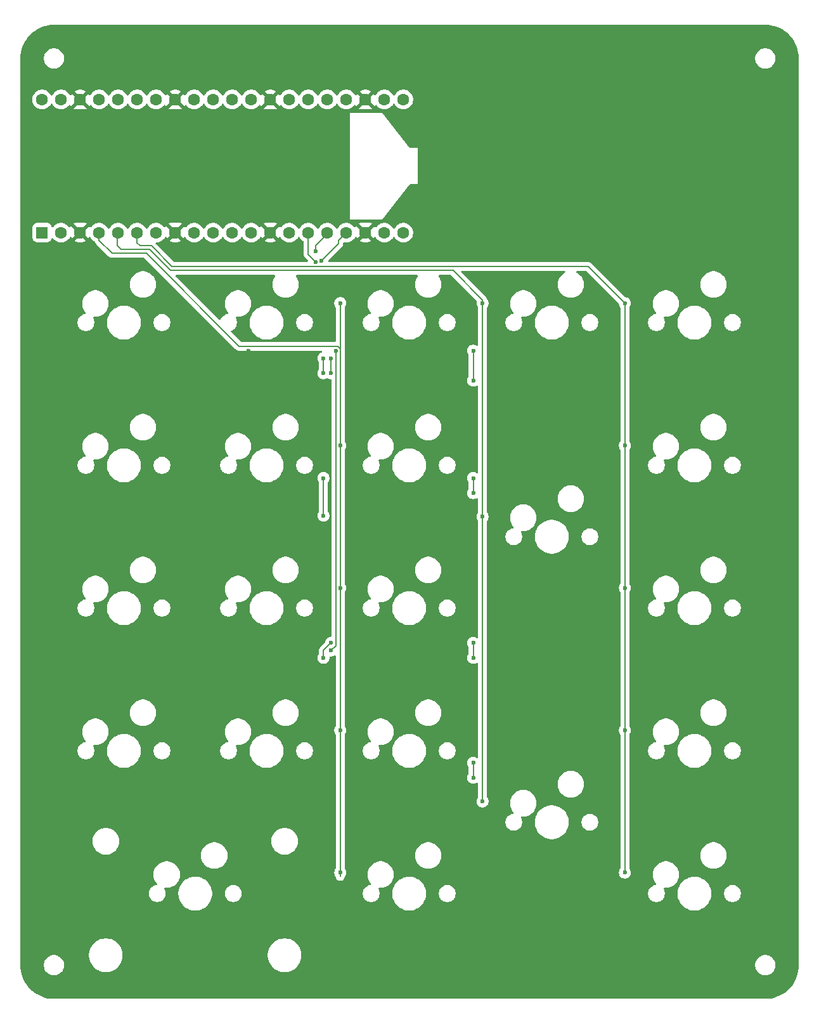
<source format=gtl>
%TF.GenerationSoftware,KiCad,Pcbnew,9.0.6*%
%TF.CreationDate,2025-11-16T09:10:10-08:00*%
%TF.ProjectId,MacroPad,4d616372-6f50-4616-942e-6b696361645f,rev?*%
%TF.SameCoordinates,Original*%
%TF.FileFunction,Copper,L1,Top*%
%TF.FilePolarity,Positive*%
%FSLAX46Y46*%
G04 Gerber Fmt 4.6, Leading zero omitted, Abs format (unit mm)*
G04 Created by KiCad (PCBNEW 9.0.6) date 2025-11-16 09:10:10*
%MOMM*%
%LPD*%
G01*
G04 APERTURE LIST*
G04 Aperture macros list*
%AMRoundRect*
0 Rectangle with rounded corners*
0 $1 Rounding radius*
0 $2 $3 $4 $5 $6 $7 $8 $9 X,Y pos of 4 corners*
0 Add a 4 corners polygon primitive as box body*
4,1,4,$2,$3,$4,$5,$6,$7,$8,$9,$2,$3,0*
0 Add four circle primitives for the rounded corners*
1,1,$1+$1,$2,$3*
1,1,$1+$1,$4,$5*
1,1,$1+$1,$6,$7*
1,1,$1+$1,$8,$9*
0 Add four rect primitives between the rounded corners*
20,1,$1+$1,$2,$3,$4,$5,0*
20,1,$1+$1,$4,$5,$6,$7,0*
20,1,$1+$1,$6,$7,$8,$9,0*
20,1,$1+$1,$8,$9,$2,$3,0*%
%AMFreePoly0*
4,1,37,0.000000,0.796148,0.078414,0.796148,0.232228,0.765552,0.377117,0.705537,0.507515,0.618408,0.618408,0.507515,0.705537,0.377117,0.765552,0.232228,0.796148,0.078414,0.796148,-0.078414,0.765552,-0.232228,0.705537,-0.377117,0.618408,-0.507515,0.507515,-0.618408,0.377117,-0.705537,0.232228,-0.765552,0.078414,-0.796148,0.000000,-0.796148,0.000000,-0.800000,-0.600000,-0.800000,
-0.603843,-0.796157,-0.639018,-0.796157,-0.711114,-0.766294,-0.766294,-0.711114,-0.796157,-0.639018,-0.796157,-0.603843,-0.800000,-0.600000,-0.800000,0.600000,-0.796157,0.603843,-0.796157,0.639018,-0.766294,0.711114,-0.711114,0.766294,-0.639018,0.796157,-0.603843,0.796157,-0.600000,0.800000,0.000000,0.800000,0.000000,0.796148,0.000000,0.796148,$1*%
%AMFreePoly1*
4,1,37,0.603843,0.796157,0.639018,0.796157,0.711114,0.766294,0.766294,0.711114,0.796157,0.639018,0.796157,0.603843,0.800000,0.600000,0.800000,-0.600000,0.796157,-0.603843,0.796157,-0.639018,0.766294,-0.711114,0.711114,-0.766294,0.639018,-0.796157,0.603843,-0.796157,0.600000,-0.800000,0.000000,-0.800000,0.000000,-0.796148,-0.078414,-0.796148,-0.232228,-0.765552,-0.377117,-0.705537,
-0.507515,-0.618408,-0.618408,-0.507515,-0.705537,-0.377117,-0.765552,-0.232228,-0.796148,-0.078414,-0.796148,0.078414,-0.765552,0.232228,-0.705537,0.377117,-0.618408,0.507515,-0.507515,0.618408,-0.377117,0.705537,-0.232228,0.765552,-0.078414,0.796148,0.000000,0.796148,0.000000,0.800000,0.600000,0.800000,0.603843,0.796157,0.603843,0.796157,$1*%
G04 Aperture macros list end*
%TA.AperFunction,ComponentPad*%
%ADD10C,1.600000*%
%TD*%
%TA.AperFunction,ComponentPad*%
%ADD11FreePoly0,90.000000*%
%TD*%
%TA.AperFunction,ComponentPad*%
%ADD12FreePoly1,90.000000*%
%TD*%
%TA.AperFunction,ComponentPad*%
%ADD13RoundRect,0.200000X0.600000X-0.600000X0.600000X0.600000X-0.600000X0.600000X-0.600000X-0.600000X0*%
%TD*%
%TA.AperFunction,ViaPad*%
%ADD14C,0.600000*%
%TD*%
%TA.AperFunction,Conductor*%
%ADD15C,0.200000*%
%TD*%
G04 APERTURE END LIST*
D10*
%TO.P,REF\u002A\u002A,21*%
%TO.N,N/C*%
X96680000Y-51470000D03*
%TO.P,REF\u002A\u002A,22*%
X94140000Y-51470000D03*
D11*
%TO.P,REF\u002A\u002A,GND*%
%TO.N,GND*%
X91600000Y-51470000D03*
D10*
%TO.P,REF\u002A\u002A,24*%
%TO.N,N/C*%
X89060000Y-51470000D03*
%TO.P,REF\u002A\u002A,25*%
X86520000Y-51470000D03*
%TO.P,REF\u002A\u002A,26*%
X83980000Y-51470000D03*
%TO.P,REF\u002A\u002A,27*%
X81440000Y-51470000D03*
D11*
%TO.P,REF\u002A\u002A,GND*%
%TO.N,GND*%
X78900000Y-51470000D03*
D10*
%TO.P,REF\u002A\u002A,29*%
%TO.N,N/C*%
X76360000Y-51470000D03*
%TO.P,REF\u002A\u002A,31*%
X71280000Y-51470000D03*
%TO.P,REF\u002A\u002A,32*%
X68740000Y-51470000D03*
D11*
%TO.P,REF\u002A\u002A,GND*%
%TO.N,GND*%
X66200000Y-51470000D03*
D10*
%TO.P,REF\u002A\u002A,34*%
%TO.N,N/C*%
X63660000Y-51470000D03*
%TO.P,REF\u002A\u002A,35*%
X61120000Y-51470000D03*
%TO.P,REF\u002A\u002A,36*%
X58580000Y-51470000D03*
%TO.P,REF\u002A\u002A,37*%
X56040000Y-51470000D03*
D11*
%TO.P,REF\u002A\u002A,GND*%
%TO.N,GND*%
X53500000Y-51470000D03*
D10*
%TO.P,REF\u002A\u002A,39*%
%TO.N,N/C*%
X50960000Y-51470000D03*
%TO.P,REF\u002A\u002A,40*%
X48420000Y-51470000D03*
D12*
%TO.P,REF\u002A\u002A,GND*%
%TO.N,GND*%
X53500000Y-69250000D03*
X66200000Y-69250000D03*
X78900000Y-69250000D03*
X91600000Y-69250000D03*
D13*
%TO.P,REF\u002A\u002A,GP0*%
%TO.N,COL0*%
X48420000Y-69250000D03*
D10*
%TO.P,REF\u002A\u002A,GP1*%
%TO.N,COL1*%
X50960000Y-69250000D03*
%TO.P,REF\u002A\u002A,GP2*%
%TO.N,COL2*%
X56040000Y-69250000D03*
%TO.P,REF\u002A\u002A,GP3*%
%TO.N,COL3*%
X58580000Y-69250000D03*
%TO.P,REF\u002A\u002A,GP4*%
%TO.N,COL4*%
X61120000Y-69250000D03*
%TO.P,REF\u002A\u002A,GP5*%
%TO.N,N/C*%
X63660000Y-69250000D03*
%TO.P,REF\u002A\u002A,GP6*%
X68740000Y-69250000D03*
%TO.P,REF\u002A\u002A,GP7*%
X71280000Y-69250000D03*
%TO.P,REF\u002A\u002A,GP8*%
X73820000Y-69250000D03*
%TO.P,REF\u002A\u002A,GP9*%
X76360000Y-69250000D03*
%TO.P,REF\u002A\u002A,GP10*%
%TO.N,ROW0*%
X81440000Y-69250000D03*
%TO.P,REF\u002A\u002A,GP11*%
%TO.N,ROW1*%
X83980000Y-69250000D03*
%TO.P,REF\u002A\u002A,GP12*%
%TO.N,ROW2*%
X86520000Y-69250000D03*
%TO.P,REF\u002A\u002A,GP13*%
%TO.N,ROW3*%
X89060000Y-69250000D03*
%TO.P,REF\u002A\u002A,GP14*%
%TO.N,ROW4*%
X94140000Y-69250000D03*
%TO.P,REF\u002A\u002A,GP15*%
%TO.N,N/C*%
X96680000Y-69250000D03*
%TO.P,REF\u002A\u002A,RUN*%
%TO.N,RST*%
X73820000Y-51470000D03*
%TD*%
D14*
%TO.N,COL2*%
X88245000Y-116650000D03*
X88245000Y-78650000D03*
X88245000Y-154650000D03*
X88245000Y-135650000D03*
X88245000Y-97650000D03*
%TO.N,COL3*%
X107245000Y-145150000D03*
X107245000Y-78650000D03*
X107245000Y-107150000D03*
%TO.N,COL4*%
X126245000Y-78650000D03*
X126245000Y-116650000D03*
X126245000Y-135650000D03*
X126245000Y-97650000D03*
X126245000Y-154650000D03*
%TO.N,ROW1*%
X87000000Y-86000000D03*
X87000000Y-88000000D03*
X84964187Y-73150000D03*
%TO.N,ROW2*%
X87645000Y-85000000D03*
X87000000Y-125000000D03*
X85000000Y-71750000D03*
%TO.N,ROW3*%
X86000000Y-86000000D03*
X86000000Y-88000000D03*
X85750000Y-73000000D03*
X86000000Y-107000000D03*
X86000000Y-102000000D03*
X87000000Y-124000000D03*
X86000000Y-126000000D03*
%TO.N,ROW4*%
X106000000Y-140000000D03*
X106000000Y-142000000D03*
X106000000Y-126000000D03*
X106000000Y-124000000D03*
X106000000Y-85000000D03*
X106000000Y-102000000D03*
X106000000Y-89000000D03*
X106000000Y-104000000D03*
%TO.N,GND*%
X93000000Y-110000000D03*
X76000000Y-85000000D03*
X73000000Y-129000000D03*
X72000000Y-89000000D03*
X74000000Y-111000000D03*
X68000000Y-117000000D03*
X61750000Y-58000000D03*
X68000000Y-136000000D03*
X81000000Y-72000000D03*
X91000000Y-128000000D03*
X78000000Y-76000000D03*
X68000000Y-99000000D03*
X82000000Y-80000000D03*
%TD*%
D15*
%TO.N,ROW3*%
X85750000Y-73000000D02*
X88030000Y-70720000D01*
X88030000Y-70720000D02*
X88030000Y-70280000D01*
X88030000Y-70280000D02*
X89060000Y-69250000D01*
%TO.N,ROW2*%
X85000000Y-71750000D02*
X85000000Y-71000000D01*
X85000000Y-71000000D02*
X86520000Y-69480000D01*
X86520000Y-69480000D02*
X86520000Y-69250000D01*
%TO.N,ROW1*%
X84964187Y-73150000D02*
X83980000Y-72165813D01*
X83980000Y-72165813D02*
X83980000Y-69250000D01*
%TO.N,COL4*%
X61120000Y-69250000D02*
X61120000Y-70620000D01*
X61120000Y-70620000D02*
X61500000Y-71000000D01*
X61500000Y-71000000D02*
X63000000Y-71000000D01*
X63000000Y-71000000D02*
X65750000Y-73750000D01*
X65750000Y-73750000D02*
X121345000Y-73750000D01*
X121345000Y-73750000D02*
X126245000Y-78650000D01*
%TO.N,COL3*%
X58580000Y-69250000D02*
X58500000Y-69330000D01*
X58500000Y-69330000D02*
X58500000Y-71000000D01*
X107245000Y-78245000D02*
X107245000Y-78650000D01*
X58500000Y-71000000D02*
X59000000Y-71500000D01*
X59000000Y-71500000D02*
X62750000Y-71500000D01*
X103294000Y-74294000D02*
X107245000Y-78245000D01*
X62750000Y-71500000D02*
X65544000Y-74294000D01*
X65544000Y-74294000D02*
X103294000Y-74294000D01*
%TO.N,COL2*%
X56040000Y-69250000D02*
X56040000Y-70280000D01*
X56040000Y-70280000D02*
X57770000Y-72010000D01*
X57770000Y-72010000D02*
X62341174Y-72010000D01*
X62341174Y-72010000D02*
X74730174Y-84399000D01*
X74730174Y-84399000D02*
X87894000Y-84399000D01*
X87894000Y-84399000D02*
X88245000Y-84750000D01*
X88245000Y-78650000D02*
X88245000Y-84750000D01*
X88245000Y-84750000D02*
X88245000Y-97650000D01*
X88245000Y-135650000D02*
X88245000Y-155150000D01*
X88245000Y-155150000D02*
X88245000Y-154650000D01*
X88245000Y-116650000D02*
X88245000Y-135650000D01*
X88245000Y-97650000D02*
X88245000Y-116650000D01*
%TO.N,COL3*%
X107245000Y-145150000D02*
X107245000Y-107150000D01*
X107245000Y-107150000D02*
X107245000Y-78650000D01*
%TO.N,COL4*%
X126245000Y-135650000D02*
X126245000Y-116650000D01*
X126245000Y-154650000D02*
X126245000Y-135650000D01*
X126245000Y-97650000D02*
X126245000Y-78650000D01*
X126245000Y-116650000D02*
X126245000Y-97650000D01*
%TO.N,ROW1*%
X87000000Y-88000000D02*
X87000000Y-86000000D01*
%TO.N,ROW2*%
X87645000Y-85000000D02*
X87645000Y-124355000D01*
X87645000Y-124355000D02*
X87000000Y-125000000D01*
%TO.N,ROW3*%
X86000000Y-125000000D02*
X87000000Y-124000000D01*
X86000000Y-107000000D02*
X86000000Y-102000000D01*
X86000000Y-126000000D02*
X86000000Y-125000000D01*
X86000000Y-88000000D02*
X86000000Y-86000000D01*
%TO.N,ROW4*%
X106000000Y-140000000D02*
X106000000Y-142000000D01*
X106000000Y-85000000D02*
X106000000Y-89000000D01*
X106000000Y-102000000D02*
X106000000Y-104000000D01*
X106000000Y-124000000D02*
X106000000Y-126000000D01*
%TD*%
%TA.AperFunction,Conductor*%
%TO.N,GND*%
G36*
X79982464Y-69978913D02*
G01*
X79982465Y-69978913D01*
X80028837Y-69909515D01*
X80028843Y-69909503D01*
X80064099Y-69843546D01*
X80113061Y-69793702D01*
X80181199Y-69778241D01*
X80246879Y-69802073D01*
X80283941Y-69845702D01*
X80314976Y-69906613D01*
X80327715Y-69931614D01*
X80448028Y-70097213D01*
X80592786Y-70241971D01*
X80709836Y-70327011D01*
X80758390Y-70362287D01*
X80865943Y-70417088D01*
X80940776Y-70455218D01*
X80940778Y-70455218D01*
X80940781Y-70455220D01*
X81015818Y-70479601D01*
X81135465Y-70518477D01*
X81200231Y-70528735D01*
X81337648Y-70550500D01*
X81337649Y-70550500D01*
X81542351Y-70550500D01*
X81542352Y-70550500D01*
X81744534Y-70518477D01*
X81939219Y-70455220D01*
X82121610Y-70362287D01*
X82227733Y-70285185D01*
X82287213Y-70241971D01*
X82287215Y-70241968D01*
X82287219Y-70241966D01*
X82431966Y-70097219D01*
X82431968Y-70097215D01*
X82431971Y-70097213D01*
X82552284Y-69931614D01*
X82552286Y-69931611D01*
X82552287Y-69931610D01*
X82599516Y-69838917D01*
X82647489Y-69788123D01*
X82715310Y-69771328D01*
X82781445Y-69793865D01*
X82820483Y-69838917D01*
X82854976Y-69906613D01*
X82867715Y-69931614D01*
X82988028Y-70097213D01*
X82988034Y-70097219D01*
X83132781Y-70241966D01*
X83298390Y-70362287D01*
X83311793Y-70369116D01*
X83362589Y-70417088D01*
X83379500Y-70479601D01*
X83379500Y-72079143D01*
X83379499Y-72079161D01*
X83379499Y-72244867D01*
X83379498Y-72244867D01*
X83379499Y-72244870D01*
X83420423Y-72397598D01*
X83420424Y-72397599D01*
X83435397Y-72423535D01*
X83435398Y-72423536D01*
X83499475Y-72534522D01*
X83499481Y-72534530D01*
X83618349Y-72653398D01*
X83618355Y-72653403D01*
X83902770Y-72937819D01*
X83936255Y-72999142D01*
X83931271Y-73068834D01*
X83889399Y-73124767D01*
X83823935Y-73149184D01*
X83815089Y-73149500D01*
X66050097Y-73149500D01*
X65983058Y-73129815D01*
X65962416Y-73113181D01*
X63611416Y-70762181D01*
X63577931Y-70700858D01*
X63582915Y-70631166D01*
X63624787Y-70575233D01*
X63690251Y-70550816D01*
X63699097Y-70550500D01*
X63762351Y-70550500D01*
X63762352Y-70550500D01*
X63964534Y-70518477D01*
X64159219Y-70455220D01*
X64341610Y-70362287D01*
X64447733Y-70285185D01*
X64507213Y-70241971D01*
X64507215Y-70241968D01*
X64507219Y-70241966D01*
X64651966Y-70097219D01*
X64651968Y-70097215D01*
X64651971Y-70097213D01*
X64772286Y-69931611D01*
X64772287Y-69931610D01*
X64816058Y-69845703D01*
X64864030Y-69794909D01*
X64931851Y-69778113D01*
X64997986Y-69800650D01*
X65035900Y-69843545D01*
X65071155Y-69909500D01*
X65071161Y-69909511D01*
X65117534Y-69978912D01*
X65717037Y-69379410D01*
X65734075Y-69442993D01*
X65799901Y-69557007D01*
X65892993Y-69650099D01*
X66007007Y-69715925D01*
X66070589Y-69732962D01*
X65471085Y-70332465D01*
X65540488Y-70378838D01*
X65540498Y-70378844D01*
X65627801Y-70425509D01*
X65773387Y-70485814D01*
X65868135Y-70514555D01*
X66022699Y-70545298D01*
X66121210Y-70555000D01*
X66278790Y-70555000D01*
X66377299Y-70545298D01*
X66377302Y-70545298D01*
X66531864Y-70514555D01*
X66626612Y-70485814D01*
X66772198Y-70425509D01*
X66859511Y-70378838D01*
X66859515Y-70378837D01*
X66928913Y-70332465D01*
X66329410Y-69732962D01*
X66392993Y-69715925D01*
X66507007Y-69650099D01*
X66600099Y-69557007D01*
X66665925Y-69442993D01*
X66682962Y-69379410D01*
X67282464Y-69978913D01*
X67282465Y-69978913D01*
X67328837Y-69909515D01*
X67328843Y-69909503D01*
X67364099Y-69843546D01*
X67413061Y-69793702D01*
X67481199Y-69778241D01*
X67546879Y-69802073D01*
X67583941Y-69845702D01*
X67614976Y-69906613D01*
X67627715Y-69931614D01*
X67748028Y-70097213D01*
X67892786Y-70241971D01*
X68009836Y-70327011D01*
X68058390Y-70362287D01*
X68165943Y-70417088D01*
X68240776Y-70455218D01*
X68240778Y-70455218D01*
X68240781Y-70455220D01*
X68315818Y-70479601D01*
X68435465Y-70518477D01*
X68500231Y-70528735D01*
X68637648Y-70550500D01*
X68637649Y-70550500D01*
X68842351Y-70550500D01*
X68842352Y-70550500D01*
X69044534Y-70518477D01*
X69239219Y-70455220D01*
X69421610Y-70362287D01*
X69527733Y-70285185D01*
X69587213Y-70241971D01*
X69587215Y-70241968D01*
X69587219Y-70241966D01*
X69731966Y-70097219D01*
X69731968Y-70097215D01*
X69731971Y-70097213D01*
X69852284Y-69931614D01*
X69852286Y-69931611D01*
X69852287Y-69931610D01*
X69899516Y-69838917D01*
X69947489Y-69788123D01*
X70015310Y-69771328D01*
X70081445Y-69793865D01*
X70120483Y-69838917D01*
X70154976Y-69906613D01*
X70167715Y-69931614D01*
X70288028Y-70097213D01*
X70432786Y-70241971D01*
X70549836Y-70327011D01*
X70598390Y-70362287D01*
X70705943Y-70417088D01*
X70780776Y-70455218D01*
X70780778Y-70455218D01*
X70780781Y-70455220D01*
X70855818Y-70479601D01*
X70975465Y-70518477D01*
X71040231Y-70528735D01*
X71177648Y-70550500D01*
X71177649Y-70550500D01*
X71382351Y-70550500D01*
X71382352Y-70550500D01*
X71584534Y-70518477D01*
X71779219Y-70455220D01*
X71961610Y-70362287D01*
X72067733Y-70285185D01*
X72127213Y-70241971D01*
X72127215Y-70241968D01*
X72127219Y-70241966D01*
X72271966Y-70097219D01*
X72271968Y-70097215D01*
X72271971Y-70097213D01*
X72392284Y-69931614D01*
X72392286Y-69931611D01*
X72392287Y-69931610D01*
X72439516Y-69838917D01*
X72487489Y-69788123D01*
X72555310Y-69771328D01*
X72621445Y-69793865D01*
X72660483Y-69838917D01*
X72694976Y-69906613D01*
X72707715Y-69931614D01*
X72828028Y-70097213D01*
X72972786Y-70241971D01*
X73089836Y-70327011D01*
X73138390Y-70362287D01*
X73245943Y-70417088D01*
X73320776Y-70455218D01*
X73320778Y-70455218D01*
X73320781Y-70455220D01*
X73395818Y-70479601D01*
X73515465Y-70518477D01*
X73580231Y-70528735D01*
X73717648Y-70550500D01*
X73717649Y-70550500D01*
X73922351Y-70550500D01*
X73922352Y-70550500D01*
X74124534Y-70518477D01*
X74319219Y-70455220D01*
X74501610Y-70362287D01*
X74607733Y-70285185D01*
X74667213Y-70241971D01*
X74667215Y-70241968D01*
X74667219Y-70241966D01*
X74811966Y-70097219D01*
X74811968Y-70097215D01*
X74811971Y-70097213D01*
X74932284Y-69931614D01*
X74932286Y-69931611D01*
X74932287Y-69931610D01*
X74979516Y-69838917D01*
X75027489Y-69788123D01*
X75095310Y-69771328D01*
X75161445Y-69793865D01*
X75200483Y-69838917D01*
X75234976Y-69906613D01*
X75247715Y-69931614D01*
X75368028Y-70097213D01*
X75512786Y-70241971D01*
X75629836Y-70327011D01*
X75678390Y-70362287D01*
X75785943Y-70417088D01*
X75860776Y-70455218D01*
X75860778Y-70455218D01*
X75860781Y-70455220D01*
X75935818Y-70479601D01*
X76055465Y-70518477D01*
X76120231Y-70528735D01*
X76257648Y-70550500D01*
X76257649Y-70550500D01*
X76462351Y-70550500D01*
X76462352Y-70550500D01*
X76664534Y-70518477D01*
X76859219Y-70455220D01*
X77041610Y-70362287D01*
X77147733Y-70285185D01*
X77207213Y-70241971D01*
X77207215Y-70241968D01*
X77207219Y-70241966D01*
X77351966Y-70097219D01*
X77351968Y-70097215D01*
X77351971Y-70097213D01*
X77472286Y-69931611D01*
X77472287Y-69931610D01*
X77516058Y-69845703D01*
X77564030Y-69794909D01*
X77631851Y-69778113D01*
X77697986Y-69800650D01*
X77735900Y-69843545D01*
X77771155Y-69909500D01*
X77771161Y-69909511D01*
X77817534Y-69978912D01*
X78417037Y-69379410D01*
X78434075Y-69442993D01*
X78499901Y-69557007D01*
X78592993Y-69650099D01*
X78707007Y-69715925D01*
X78770589Y-69732962D01*
X78171085Y-70332465D01*
X78240488Y-70378838D01*
X78240498Y-70378844D01*
X78327801Y-70425509D01*
X78473387Y-70485814D01*
X78568135Y-70514555D01*
X78722699Y-70545298D01*
X78821210Y-70555000D01*
X78978790Y-70555000D01*
X79077299Y-70545298D01*
X79077302Y-70545298D01*
X79231864Y-70514555D01*
X79326612Y-70485814D01*
X79472198Y-70425509D01*
X79559511Y-70378838D01*
X79559515Y-70378837D01*
X79628913Y-70332465D01*
X79029410Y-69732962D01*
X79092993Y-69715925D01*
X79207007Y-69650099D01*
X79300099Y-69557007D01*
X79365925Y-69442993D01*
X79382962Y-69379410D01*
X79982464Y-69978913D01*
G37*
%TD.AperFunction*%
%TA.AperFunction,Conductor*%
G36*
X145002702Y-41500617D02*
G01*
X145386771Y-41517386D01*
X145397506Y-41518326D01*
X145775971Y-41568152D01*
X145786597Y-41570025D01*
X146159284Y-41652648D01*
X146169710Y-41655442D01*
X146533765Y-41770227D01*
X146543911Y-41773920D01*
X146896578Y-41920000D01*
X146906369Y-41924566D01*
X147244942Y-42100816D01*
X147254310Y-42106224D01*
X147576244Y-42311318D01*
X147585105Y-42317523D01*
X147887930Y-42549889D01*
X147896217Y-42556843D01*
X148177635Y-42814715D01*
X148185284Y-42822364D01*
X148443156Y-43103782D01*
X148450110Y-43112069D01*
X148682476Y-43414894D01*
X148688681Y-43423755D01*
X148893775Y-43745689D01*
X148899183Y-43755057D01*
X149075430Y-44093623D01*
X149080002Y-44103427D01*
X149226075Y-44456078D01*
X149229775Y-44466244D01*
X149344554Y-44830278D01*
X149347354Y-44840727D01*
X149429971Y-45213389D01*
X149431849Y-45224042D01*
X149481671Y-45602473D01*
X149482614Y-45613249D01*
X149499382Y-45997297D01*
X149499500Y-46002706D01*
X149499500Y-166997293D01*
X149499382Y-167002702D01*
X149482614Y-167386750D01*
X149481671Y-167397526D01*
X149431849Y-167775957D01*
X149429971Y-167786610D01*
X149347354Y-168159272D01*
X149344554Y-168169721D01*
X149229775Y-168533755D01*
X149226075Y-168543921D01*
X149080002Y-168896572D01*
X149075430Y-168906376D01*
X148899183Y-169244942D01*
X148893775Y-169254310D01*
X148688681Y-169576244D01*
X148682476Y-169585105D01*
X148450110Y-169887930D01*
X148443156Y-169896217D01*
X148185284Y-170177635D01*
X148177635Y-170185284D01*
X147896217Y-170443156D01*
X147887930Y-170450110D01*
X147585105Y-170682476D01*
X147576244Y-170688681D01*
X147254310Y-170893775D01*
X147244942Y-170899183D01*
X146906376Y-171075430D01*
X146896572Y-171080002D01*
X146543921Y-171226075D01*
X146533755Y-171229775D01*
X146169721Y-171344554D01*
X146159272Y-171347354D01*
X145786610Y-171429971D01*
X145775957Y-171431849D01*
X145397526Y-171481671D01*
X145386750Y-171482614D01*
X145002703Y-171499382D01*
X144997294Y-171499500D01*
X50002706Y-171499500D01*
X49997297Y-171499382D01*
X49613249Y-171482614D01*
X49602473Y-171481671D01*
X49224042Y-171431849D01*
X49213389Y-171429971D01*
X48840727Y-171347354D01*
X48830278Y-171344554D01*
X48466244Y-171229775D01*
X48456078Y-171226075D01*
X48103427Y-171080002D01*
X48093623Y-171075430D01*
X47755057Y-170899183D01*
X47745689Y-170893775D01*
X47423755Y-170688681D01*
X47414894Y-170682476D01*
X47112069Y-170450110D01*
X47103782Y-170443156D01*
X46822364Y-170185284D01*
X46814715Y-170177635D01*
X46556843Y-169896217D01*
X46549889Y-169887930D01*
X46317523Y-169585105D01*
X46311318Y-169576244D01*
X46106224Y-169254310D01*
X46100816Y-169244942D01*
X45924569Y-168906376D01*
X45919997Y-168896572D01*
X45773924Y-168543921D01*
X45770224Y-168533755D01*
X45655442Y-168169710D01*
X45652648Y-168159284D01*
X45570025Y-167786597D01*
X45568152Y-167775971D01*
X45518326Y-167397506D01*
X45517386Y-167386771D01*
X45500618Y-167002702D01*
X45500500Y-166997293D01*
X45500500Y-166893713D01*
X48649500Y-166893713D01*
X48649500Y-167106287D01*
X48682754Y-167316243D01*
X48705663Y-167386750D01*
X48748444Y-167518414D01*
X48844951Y-167707820D01*
X48969890Y-167879786D01*
X49120213Y-168030109D01*
X49292179Y-168155048D01*
X49292181Y-168155049D01*
X49292184Y-168155051D01*
X49481588Y-168251557D01*
X49683757Y-168317246D01*
X49893713Y-168350500D01*
X49893714Y-168350500D01*
X50106286Y-168350500D01*
X50106287Y-168350500D01*
X50316243Y-168317246D01*
X50518412Y-168251557D01*
X50707816Y-168155051D01*
X50742637Y-168129752D01*
X50879786Y-168030109D01*
X50879788Y-168030106D01*
X50879792Y-168030104D01*
X51030104Y-167879792D01*
X51030106Y-167879788D01*
X51030109Y-167879786D01*
X51155048Y-167707820D01*
X51155047Y-167707820D01*
X51155051Y-167707816D01*
X51251557Y-167518412D01*
X51317246Y-167316243D01*
X51350500Y-167106287D01*
X51350500Y-166893713D01*
X51317246Y-166683757D01*
X51251557Y-166481588D01*
X51155051Y-166292184D01*
X51155049Y-166292181D01*
X51155048Y-166292179D01*
X51030109Y-166120213D01*
X50879786Y-165969890D01*
X50707820Y-165844951D01*
X50518414Y-165748444D01*
X50518413Y-165748443D01*
X50518412Y-165748443D01*
X50316243Y-165682754D01*
X50316241Y-165682753D01*
X50316240Y-165682753D01*
X50154957Y-165657208D01*
X50106287Y-165649500D01*
X49893713Y-165649500D01*
X49845042Y-165657208D01*
X49683760Y-165682753D01*
X49481585Y-165748444D01*
X49292179Y-165844951D01*
X49120213Y-165969890D01*
X48969890Y-166120213D01*
X48844951Y-166292179D01*
X48748444Y-166481585D01*
X48682753Y-166683760D01*
X48649500Y-166893713D01*
X45500500Y-166893713D01*
X45500500Y-165527900D01*
X54687600Y-165527900D01*
X54687600Y-165822099D01*
X54687601Y-165822116D01*
X54726001Y-166113796D01*
X54802152Y-166397994D01*
X54914734Y-166669794D01*
X54914742Y-166669810D01*
X55061840Y-166924589D01*
X55061851Y-166924605D01*
X55240948Y-167158009D01*
X55240954Y-167158016D01*
X55448983Y-167366045D01*
X55448990Y-167366051D01*
X55483012Y-167392157D01*
X55682403Y-167545155D01*
X55682410Y-167545159D01*
X55937189Y-167692257D01*
X55937205Y-167692265D01*
X56209005Y-167804847D01*
X56209007Y-167804847D01*
X56209013Y-167804850D01*
X56493200Y-167880998D01*
X56784894Y-167919400D01*
X56784901Y-167919400D01*
X57079099Y-167919400D01*
X57079106Y-167919400D01*
X57370800Y-167880998D01*
X57654987Y-167804850D01*
X57889250Y-167707816D01*
X57926794Y-167692265D01*
X57926797Y-167692263D01*
X57926803Y-167692261D01*
X58181597Y-167545155D01*
X58415011Y-167366050D01*
X58623050Y-167158011D01*
X58802155Y-166924597D01*
X58949261Y-166669803D01*
X59061850Y-166397987D01*
X59137998Y-166113800D01*
X59176400Y-165822106D01*
X59176400Y-165527900D01*
X78563600Y-165527900D01*
X78563600Y-165822099D01*
X78563601Y-165822116D01*
X78602001Y-166113796D01*
X78678152Y-166397994D01*
X78790734Y-166669794D01*
X78790742Y-166669810D01*
X78937840Y-166924589D01*
X78937851Y-166924605D01*
X79116948Y-167158009D01*
X79116954Y-167158016D01*
X79324983Y-167366045D01*
X79324990Y-167366051D01*
X79359012Y-167392157D01*
X79558403Y-167545155D01*
X79558410Y-167545159D01*
X79813189Y-167692257D01*
X79813205Y-167692265D01*
X80085005Y-167804847D01*
X80085007Y-167804847D01*
X80085013Y-167804850D01*
X80369200Y-167880998D01*
X80660894Y-167919400D01*
X80660901Y-167919400D01*
X80955099Y-167919400D01*
X80955106Y-167919400D01*
X81246800Y-167880998D01*
X81530987Y-167804850D01*
X81765250Y-167707816D01*
X81802794Y-167692265D01*
X81802797Y-167692263D01*
X81802803Y-167692261D01*
X82057597Y-167545155D01*
X82291011Y-167366050D01*
X82499050Y-167158011D01*
X82678155Y-166924597D01*
X82695986Y-166893713D01*
X143649500Y-166893713D01*
X143649500Y-167106287D01*
X143682754Y-167316243D01*
X143705663Y-167386750D01*
X143748444Y-167518414D01*
X143844951Y-167707820D01*
X143969890Y-167879786D01*
X144120213Y-168030109D01*
X144292179Y-168155048D01*
X144292181Y-168155049D01*
X144292184Y-168155051D01*
X144481588Y-168251557D01*
X144683757Y-168317246D01*
X144893713Y-168350500D01*
X144893714Y-168350500D01*
X145106286Y-168350500D01*
X145106287Y-168350500D01*
X145316243Y-168317246D01*
X145518412Y-168251557D01*
X145707816Y-168155051D01*
X145742637Y-168129752D01*
X145879786Y-168030109D01*
X145879788Y-168030106D01*
X145879792Y-168030104D01*
X146030104Y-167879792D01*
X146030106Y-167879788D01*
X146030109Y-167879786D01*
X146155048Y-167707820D01*
X146155047Y-167707820D01*
X146155051Y-167707816D01*
X146251557Y-167518412D01*
X146317246Y-167316243D01*
X146350500Y-167106287D01*
X146350500Y-166893713D01*
X146317246Y-166683757D01*
X146251557Y-166481588D01*
X146155051Y-166292184D01*
X146155049Y-166292181D01*
X146155048Y-166292179D01*
X146030109Y-166120213D01*
X145879786Y-165969890D01*
X145707820Y-165844951D01*
X145518414Y-165748444D01*
X145518413Y-165748443D01*
X145518412Y-165748443D01*
X145316243Y-165682754D01*
X145316241Y-165682753D01*
X145316240Y-165682753D01*
X145154957Y-165657208D01*
X145106287Y-165649500D01*
X144893713Y-165649500D01*
X144845042Y-165657208D01*
X144683760Y-165682753D01*
X144481585Y-165748444D01*
X144292179Y-165844951D01*
X144120213Y-165969890D01*
X143969890Y-166120213D01*
X143844951Y-166292179D01*
X143748444Y-166481585D01*
X143682753Y-166683760D01*
X143649500Y-166893713D01*
X82695986Y-166893713D01*
X82825261Y-166669803D01*
X82937850Y-166397987D01*
X83013998Y-166113800D01*
X83052400Y-165822106D01*
X83052400Y-165527894D01*
X83013998Y-165236200D01*
X82937850Y-164952013D01*
X82937847Y-164952005D01*
X82825265Y-164680205D01*
X82825257Y-164680189D01*
X82678159Y-164425410D01*
X82678155Y-164425403D01*
X82499050Y-164191989D01*
X82499045Y-164191983D01*
X82291016Y-163983954D01*
X82291009Y-163983948D01*
X82057605Y-163804851D01*
X82057603Y-163804849D01*
X82057597Y-163804845D01*
X82057592Y-163804842D01*
X82057589Y-163804840D01*
X81802810Y-163657742D01*
X81802794Y-163657734D01*
X81530994Y-163545152D01*
X81246796Y-163469001D01*
X80955116Y-163430601D01*
X80955111Y-163430600D01*
X80955106Y-163430600D01*
X80660894Y-163430600D01*
X80660888Y-163430600D01*
X80660883Y-163430601D01*
X80369203Y-163469001D01*
X80085005Y-163545152D01*
X79813205Y-163657734D01*
X79813189Y-163657742D01*
X79558410Y-163804840D01*
X79558394Y-163804851D01*
X79324990Y-163983948D01*
X79324983Y-163983954D01*
X79116954Y-164191983D01*
X79116948Y-164191990D01*
X78937851Y-164425394D01*
X78937840Y-164425410D01*
X78790742Y-164680189D01*
X78790734Y-164680205D01*
X78678152Y-164952005D01*
X78602001Y-165236203D01*
X78563601Y-165527883D01*
X78563600Y-165527900D01*
X59176400Y-165527900D01*
X59176400Y-165527894D01*
X59137998Y-165236200D01*
X59061850Y-164952013D01*
X59061847Y-164952005D01*
X58949265Y-164680205D01*
X58949257Y-164680189D01*
X58802159Y-164425410D01*
X58802155Y-164425403D01*
X58623050Y-164191989D01*
X58623045Y-164191983D01*
X58415016Y-163983954D01*
X58415009Y-163983948D01*
X58181605Y-163804851D01*
X58181603Y-163804849D01*
X58181597Y-163804845D01*
X58181592Y-163804842D01*
X58181589Y-163804840D01*
X57926810Y-163657742D01*
X57926794Y-163657734D01*
X57654994Y-163545152D01*
X57370796Y-163469001D01*
X57079116Y-163430601D01*
X57079111Y-163430600D01*
X57079106Y-163430600D01*
X56784894Y-163430600D01*
X56784888Y-163430600D01*
X56784883Y-163430601D01*
X56493203Y-163469001D01*
X56209005Y-163545152D01*
X55937205Y-163657734D01*
X55937189Y-163657742D01*
X55682410Y-163804840D01*
X55682394Y-163804851D01*
X55448990Y-163983948D01*
X55448983Y-163983954D01*
X55240954Y-164191983D01*
X55240948Y-164191990D01*
X55061851Y-164425394D01*
X55061840Y-164425410D01*
X54914742Y-164680189D01*
X54914734Y-164680205D01*
X54802152Y-164952005D01*
X54726001Y-165236203D01*
X54687601Y-165527883D01*
X54687600Y-165527900D01*
X45500500Y-165527900D01*
X45500500Y-157361421D01*
X62664500Y-157361421D01*
X62664500Y-157538578D01*
X62692214Y-157713556D01*
X62746956Y-157882039D01*
X62746957Y-157882042D01*
X62827386Y-158039890D01*
X62931517Y-158183214D01*
X63056786Y-158308483D01*
X63200110Y-158412614D01*
X63268577Y-158447500D01*
X63357957Y-158493042D01*
X63357960Y-158493043D01*
X63442201Y-158520414D01*
X63526445Y-158547786D01*
X63701421Y-158575500D01*
X63701422Y-158575500D01*
X63878578Y-158575500D01*
X63878579Y-158575500D01*
X64053555Y-158547786D01*
X64222042Y-158493042D01*
X64379890Y-158412614D01*
X64523214Y-158308483D01*
X64648483Y-158183214D01*
X64752614Y-158039890D01*
X64833042Y-157882042D01*
X64887786Y-157713555D01*
X64915500Y-157538579D01*
X64915500Y-157361421D01*
X64906165Y-157302486D01*
X66619500Y-157302486D01*
X66619500Y-157597513D01*
X66634778Y-157713555D01*
X66658007Y-157889993D01*
X66734361Y-158174951D01*
X66734364Y-158174961D01*
X66847254Y-158447500D01*
X66847258Y-158447510D01*
X66994761Y-158702993D01*
X67174352Y-158937040D01*
X67174358Y-158937047D01*
X67382952Y-159145641D01*
X67382959Y-159145647D01*
X67617006Y-159325238D01*
X67872489Y-159472741D01*
X67872490Y-159472741D01*
X67872493Y-159472743D01*
X68145048Y-159585639D01*
X68430007Y-159661993D01*
X68722494Y-159700500D01*
X68722501Y-159700500D01*
X69017499Y-159700500D01*
X69017506Y-159700500D01*
X69309993Y-159661993D01*
X69594952Y-159585639D01*
X69867507Y-159472743D01*
X70122994Y-159325238D01*
X70357042Y-159145646D01*
X70565646Y-158937042D01*
X70745238Y-158702994D01*
X70892743Y-158447507D01*
X71005639Y-158174952D01*
X71081993Y-157889993D01*
X71120500Y-157597506D01*
X71120500Y-157361421D01*
X72824500Y-157361421D01*
X72824500Y-157538578D01*
X72852214Y-157713556D01*
X72906956Y-157882039D01*
X72906957Y-157882042D01*
X72987386Y-158039890D01*
X73091517Y-158183214D01*
X73216786Y-158308483D01*
X73360110Y-158412614D01*
X73428577Y-158447500D01*
X73517957Y-158493042D01*
X73517960Y-158493043D01*
X73602201Y-158520414D01*
X73686445Y-158547786D01*
X73861421Y-158575500D01*
X73861422Y-158575500D01*
X74038578Y-158575500D01*
X74038579Y-158575500D01*
X74213555Y-158547786D01*
X74382042Y-158493042D01*
X74539890Y-158412614D01*
X74683214Y-158308483D01*
X74808483Y-158183214D01*
X74912614Y-158039890D01*
X74993042Y-157882042D01*
X75047786Y-157713555D01*
X75075500Y-157538579D01*
X75075500Y-157361421D01*
X91239500Y-157361421D01*
X91239500Y-157538578D01*
X91267214Y-157713556D01*
X91321956Y-157882039D01*
X91321957Y-157882042D01*
X91402386Y-158039890D01*
X91506517Y-158183214D01*
X91631786Y-158308483D01*
X91775110Y-158412614D01*
X91843577Y-158447500D01*
X91932957Y-158493042D01*
X91932960Y-158493043D01*
X92017201Y-158520414D01*
X92101445Y-158547786D01*
X92276421Y-158575500D01*
X92276422Y-158575500D01*
X92453578Y-158575500D01*
X92453579Y-158575500D01*
X92628555Y-158547786D01*
X92797042Y-158493042D01*
X92954890Y-158412614D01*
X93098214Y-158308483D01*
X93223483Y-158183214D01*
X93327614Y-158039890D01*
X93408042Y-157882042D01*
X93462786Y-157713555D01*
X93490500Y-157538579D01*
X93490500Y-157361421D01*
X93481165Y-157302486D01*
X95194500Y-157302486D01*
X95194500Y-157597513D01*
X95209778Y-157713555D01*
X95233007Y-157889993D01*
X95309361Y-158174951D01*
X95309364Y-158174961D01*
X95422254Y-158447500D01*
X95422258Y-158447510D01*
X95569761Y-158702993D01*
X95749352Y-158937040D01*
X95749358Y-158937047D01*
X95957952Y-159145641D01*
X95957959Y-159145647D01*
X96192006Y-159325238D01*
X96447489Y-159472741D01*
X96447490Y-159472741D01*
X96447493Y-159472743D01*
X96720048Y-159585639D01*
X97005007Y-159661993D01*
X97297494Y-159700500D01*
X97297501Y-159700500D01*
X97592499Y-159700500D01*
X97592506Y-159700500D01*
X97884993Y-159661993D01*
X98169952Y-159585639D01*
X98442507Y-159472743D01*
X98697994Y-159325238D01*
X98932042Y-159145646D01*
X99140646Y-158937042D01*
X99320238Y-158702994D01*
X99467743Y-158447507D01*
X99580639Y-158174952D01*
X99656993Y-157889993D01*
X99695500Y-157597506D01*
X99695500Y-157361421D01*
X101399500Y-157361421D01*
X101399500Y-157538578D01*
X101427214Y-157713556D01*
X101481956Y-157882039D01*
X101481957Y-157882042D01*
X101562386Y-158039890D01*
X101666517Y-158183214D01*
X101791786Y-158308483D01*
X101935110Y-158412614D01*
X102003577Y-158447500D01*
X102092957Y-158493042D01*
X102092960Y-158493043D01*
X102177201Y-158520414D01*
X102261445Y-158547786D01*
X102436421Y-158575500D01*
X102436422Y-158575500D01*
X102613578Y-158575500D01*
X102613579Y-158575500D01*
X102788555Y-158547786D01*
X102957042Y-158493042D01*
X103114890Y-158412614D01*
X103258214Y-158308483D01*
X103383483Y-158183214D01*
X103487614Y-158039890D01*
X103568042Y-157882042D01*
X103622786Y-157713555D01*
X103650500Y-157538579D01*
X103650500Y-157361421D01*
X129339500Y-157361421D01*
X129339500Y-157538578D01*
X129367214Y-157713556D01*
X129421956Y-157882039D01*
X129421957Y-157882042D01*
X129502386Y-158039890D01*
X129606517Y-158183214D01*
X129731786Y-158308483D01*
X129875110Y-158412614D01*
X129943577Y-158447500D01*
X130032957Y-158493042D01*
X130032960Y-158493043D01*
X130117201Y-158520414D01*
X130201445Y-158547786D01*
X130376421Y-158575500D01*
X130376422Y-158575500D01*
X130553578Y-158575500D01*
X130553579Y-158575500D01*
X130728555Y-158547786D01*
X130897042Y-158493042D01*
X131054890Y-158412614D01*
X131198214Y-158308483D01*
X131323483Y-158183214D01*
X131427614Y-158039890D01*
X131508042Y-157882042D01*
X131562786Y-157713555D01*
X131590500Y-157538579D01*
X131590500Y-157361421D01*
X131581165Y-157302486D01*
X133294500Y-157302486D01*
X133294500Y-157597513D01*
X133309778Y-157713555D01*
X133333007Y-157889993D01*
X133409361Y-158174951D01*
X133409364Y-158174961D01*
X133522254Y-158447500D01*
X133522258Y-158447510D01*
X133669761Y-158702993D01*
X133849352Y-158937040D01*
X133849358Y-158937047D01*
X134057952Y-159145641D01*
X134057959Y-159145647D01*
X134292006Y-159325238D01*
X134547489Y-159472741D01*
X134547490Y-159472741D01*
X134547493Y-159472743D01*
X134820048Y-159585639D01*
X135105007Y-159661993D01*
X135397494Y-159700500D01*
X135397501Y-159700500D01*
X135692499Y-159700500D01*
X135692506Y-159700500D01*
X135984993Y-159661993D01*
X136269952Y-159585639D01*
X136542507Y-159472743D01*
X136797994Y-159325238D01*
X137032042Y-159145646D01*
X137240646Y-158937042D01*
X137420238Y-158702994D01*
X137567743Y-158447507D01*
X137680639Y-158174952D01*
X137756993Y-157889993D01*
X137795500Y-157597506D01*
X137795500Y-157361421D01*
X139499500Y-157361421D01*
X139499500Y-157538578D01*
X139527214Y-157713556D01*
X139581956Y-157882039D01*
X139581957Y-157882042D01*
X139662386Y-158039890D01*
X139766517Y-158183214D01*
X139891786Y-158308483D01*
X140035110Y-158412614D01*
X140103577Y-158447500D01*
X140192957Y-158493042D01*
X140192960Y-158493043D01*
X140277201Y-158520414D01*
X140361445Y-158547786D01*
X140536421Y-158575500D01*
X140536422Y-158575500D01*
X140713578Y-158575500D01*
X140713579Y-158575500D01*
X140888555Y-158547786D01*
X141057042Y-158493042D01*
X141214890Y-158412614D01*
X141358214Y-158308483D01*
X141483483Y-158183214D01*
X141587614Y-158039890D01*
X141668042Y-157882042D01*
X141722786Y-157713555D01*
X141750500Y-157538579D01*
X141750500Y-157361421D01*
X141722786Y-157186445D01*
X141668042Y-157017958D01*
X141668042Y-157017957D01*
X141587613Y-156860109D01*
X141584618Y-156855987D01*
X141483483Y-156716786D01*
X141358214Y-156591517D01*
X141214890Y-156487386D01*
X141057042Y-156406957D01*
X141057039Y-156406956D01*
X140888556Y-156352214D01*
X140801067Y-156338357D01*
X140713579Y-156324500D01*
X140536421Y-156324500D01*
X140478095Y-156333738D01*
X140361443Y-156352214D01*
X140192960Y-156406956D01*
X140192957Y-156406957D01*
X140035109Y-156487386D01*
X139953338Y-156546796D01*
X139891786Y-156591517D01*
X139891784Y-156591519D01*
X139891783Y-156591519D01*
X139766519Y-156716783D01*
X139766519Y-156716784D01*
X139766517Y-156716786D01*
X139721796Y-156778338D01*
X139662386Y-156860109D01*
X139581957Y-157017957D01*
X139581956Y-157017960D01*
X139527214Y-157186443D01*
X139499500Y-157361421D01*
X137795500Y-157361421D01*
X137795500Y-157302494D01*
X137756993Y-157010007D01*
X137680639Y-156725048D01*
X137679615Y-156722577D01*
X137625329Y-156591519D01*
X137567743Y-156452493D01*
X137541453Y-156406958D01*
X137420238Y-156197006D01*
X137240647Y-155962959D01*
X137240641Y-155962952D01*
X137032047Y-155754358D01*
X137032040Y-155754352D01*
X136797993Y-155574761D01*
X136542510Y-155427258D01*
X136542500Y-155427254D01*
X136269961Y-155314364D01*
X136269954Y-155314362D01*
X136269952Y-155314361D01*
X135984993Y-155238007D01*
X135917012Y-155229057D01*
X135692513Y-155199500D01*
X135692506Y-155199500D01*
X135397494Y-155199500D01*
X135397486Y-155199500D01*
X135119085Y-155236153D01*
X135105007Y-155238007D01*
X134978930Y-155271789D01*
X134820048Y-155314361D01*
X134820038Y-155314364D01*
X134547499Y-155427254D01*
X134547489Y-155427258D01*
X134292006Y-155574761D01*
X134057959Y-155754352D01*
X134057952Y-155754358D01*
X133849358Y-155962952D01*
X133849352Y-155962959D01*
X133669761Y-156197006D01*
X133522258Y-156452489D01*
X133522254Y-156452499D01*
X133409364Y-156725038D01*
X133409361Y-156725048D01*
X133373172Y-156860110D01*
X133333008Y-157010004D01*
X133333006Y-157010015D01*
X133294500Y-157302486D01*
X131581165Y-157302486D01*
X131562786Y-157186445D01*
X131508042Y-157017958D01*
X131508040Y-157017952D01*
X131425513Y-156855987D01*
X131412616Y-156787317D01*
X131438892Y-156722577D01*
X131495998Y-156682319D01*
X131552181Y-156676752D01*
X131611564Y-156684570D01*
X131618612Y-156685498D01*
X131618628Y-156685500D01*
X131618635Y-156685500D01*
X131851365Y-156685500D01*
X131851372Y-156685500D01*
X132082126Y-156655121D01*
X132306940Y-156594882D01*
X132364953Y-156570852D01*
X132521960Y-156505819D01*
X132521963Y-156505817D01*
X132521969Y-156505815D01*
X132723532Y-156389442D01*
X132908181Y-156247756D01*
X133072756Y-156083181D01*
X133214442Y-155898532D01*
X133330815Y-155696969D01*
X133419882Y-155481940D01*
X133480121Y-155257126D01*
X133510500Y-155026372D01*
X133510500Y-154793628D01*
X133480121Y-154562874D01*
X133419882Y-154338060D01*
X133419879Y-154338052D01*
X133330819Y-154123039D01*
X133330811Y-154123023D01*
X133214446Y-153921475D01*
X133214442Y-153921468D01*
X133072756Y-153736819D01*
X133072751Y-153736813D01*
X132908186Y-153572248D01*
X132908179Y-153572242D01*
X132723540Y-153430564D01*
X132723538Y-153430562D01*
X132723532Y-153430558D01*
X132723527Y-153430555D01*
X132723524Y-153430553D01*
X132521976Y-153314188D01*
X132521960Y-153314180D01*
X132306947Y-153225120D01*
X132082122Y-153164878D01*
X131851382Y-153134501D01*
X131851377Y-153134500D01*
X131851372Y-153134500D01*
X131618628Y-153134500D01*
X131618622Y-153134500D01*
X131618617Y-153134501D01*
X131387877Y-153164878D01*
X131163052Y-153225120D01*
X130948039Y-153314180D01*
X130948023Y-153314188D01*
X130746475Y-153430553D01*
X130746459Y-153430564D01*
X130561820Y-153572242D01*
X130561813Y-153572248D01*
X130397248Y-153736813D01*
X130397242Y-153736820D01*
X130255564Y-153921459D01*
X130255553Y-153921475D01*
X130139188Y-154123023D01*
X130139180Y-154123039D01*
X130050120Y-154338052D01*
X129989878Y-154562877D01*
X129959501Y-154793617D01*
X129959500Y-154793634D01*
X129959500Y-155026365D01*
X129959501Y-155026382D01*
X129989878Y-155257122D01*
X130050120Y-155481947D01*
X130139180Y-155696960D01*
X130139188Y-155696976D01*
X130255553Y-155898524D01*
X130255564Y-155898540D01*
X130397242Y-156083179D01*
X130397248Y-156083186D01*
X130430636Y-156116574D01*
X130464121Y-156177897D01*
X130459137Y-156247589D01*
X130417265Y-156303522D01*
X130362353Y-156326728D01*
X130201443Y-156352214D01*
X130032960Y-156406956D01*
X130032957Y-156406957D01*
X129875109Y-156487386D01*
X129793338Y-156546796D01*
X129731786Y-156591517D01*
X129731784Y-156591519D01*
X129731783Y-156591519D01*
X129606519Y-156716783D01*
X129606519Y-156716784D01*
X129606517Y-156716786D01*
X129561796Y-156778338D01*
X129502386Y-156860109D01*
X129421957Y-157017957D01*
X129421956Y-157017960D01*
X129367214Y-157186443D01*
X129339500Y-157361421D01*
X103650500Y-157361421D01*
X103622786Y-157186445D01*
X103568042Y-157017958D01*
X103568042Y-157017957D01*
X103487613Y-156860109D01*
X103484618Y-156855987D01*
X103383483Y-156716786D01*
X103258214Y-156591517D01*
X103114890Y-156487386D01*
X102957042Y-156406957D01*
X102957039Y-156406956D01*
X102788556Y-156352214D01*
X102701067Y-156338357D01*
X102613579Y-156324500D01*
X102436421Y-156324500D01*
X102378095Y-156333738D01*
X102261443Y-156352214D01*
X102092960Y-156406956D01*
X102092957Y-156406957D01*
X101935109Y-156487386D01*
X101853338Y-156546796D01*
X101791786Y-156591517D01*
X101791784Y-156591519D01*
X101791783Y-156591519D01*
X101666519Y-156716783D01*
X101666519Y-156716784D01*
X101666517Y-156716786D01*
X101621796Y-156778338D01*
X101562386Y-156860109D01*
X101481957Y-157017957D01*
X101481956Y-157017960D01*
X101427214Y-157186443D01*
X101399500Y-157361421D01*
X99695500Y-157361421D01*
X99695500Y-157302494D01*
X99656993Y-157010007D01*
X99580639Y-156725048D01*
X99579615Y-156722577D01*
X99525329Y-156591519D01*
X99467743Y-156452493D01*
X99441453Y-156406958D01*
X99320238Y-156197006D01*
X99140647Y-155962959D01*
X99140641Y-155962952D01*
X98932047Y-155754358D01*
X98932040Y-155754352D01*
X98697993Y-155574761D01*
X98442510Y-155427258D01*
X98442500Y-155427254D01*
X98169961Y-155314364D01*
X98169954Y-155314362D01*
X98169952Y-155314361D01*
X97884993Y-155238007D01*
X97817012Y-155229057D01*
X97592513Y-155199500D01*
X97592506Y-155199500D01*
X97297494Y-155199500D01*
X97297486Y-155199500D01*
X97019085Y-155236153D01*
X97005007Y-155238007D01*
X96878930Y-155271789D01*
X96720048Y-155314361D01*
X96720038Y-155314364D01*
X96447499Y-155427254D01*
X96447489Y-155427258D01*
X96192006Y-155574761D01*
X95957959Y-155754352D01*
X95957952Y-155754358D01*
X95749358Y-155962952D01*
X95749352Y-155962959D01*
X95569761Y-156197006D01*
X95422258Y-156452489D01*
X95422254Y-156452499D01*
X95309364Y-156725038D01*
X95309361Y-156725048D01*
X95273172Y-156860110D01*
X95233008Y-157010004D01*
X95233006Y-157010015D01*
X95194500Y-157302486D01*
X93481165Y-157302486D01*
X93462786Y-157186445D01*
X93408042Y-157017958D01*
X93408040Y-157017952D01*
X93325513Y-156855987D01*
X93312616Y-156787317D01*
X93338892Y-156722577D01*
X93395998Y-156682319D01*
X93452181Y-156676752D01*
X93511564Y-156684570D01*
X93518612Y-156685498D01*
X93518628Y-156685500D01*
X93518635Y-156685500D01*
X93751365Y-156685500D01*
X93751372Y-156685500D01*
X93982126Y-156655121D01*
X94206940Y-156594882D01*
X94264953Y-156570852D01*
X94421960Y-156505819D01*
X94421963Y-156505817D01*
X94421969Y-156505815D01*
X94623532Y-156389442D01*
X94808181Y-156247756D01*
X94972756Y-156083181D01*
X95114442Y-155898532D01*
X95230815Y-155696969D01*
X95319882Y-155481940D01*
X95380121Y-155257126D01*
X95410500Y-155026372D01*
X95410500Y-154793628D01*
X95380121Y-154562874D01*
X95319882Y-154338060D01*
X95319879Y-154338052D01*
X95230819Y-154123039D01*
X95230811Y-154123023D01*
X95114446Y-153921475D01*
X95114442Y-153921468D01*
X94972756Y-153736819D01*
X94972751Y-153736813D01*
X94808186Y-153572248D01*
X94808179Y-153572242D01*
X94623540Y-153430564D01*
X94623538Y-153430562D01*
X94623532Y-153430558D01*
X94623527Y-153430555D01*
X94623524Y-153430553D01*
X94421976Y-153314188D01*
X94421960Y-153314180D01*
X94206947Y-153225120D01*
X93982122Y-153164878D01*
X93751382Y-153134501D01*
X93751377Y-153134500D01*
X93751372Y-153134500D01*
X93518628Y-153134500D01*
X93518622Y-153134500D01*
X93518617Y-153134501D01*
X93287877Y-153164878D01*
X93063052Y-153225120D01*
X92848039Y-153314180D01*
X92848023Y-153314188D01*
X92646475Y-153430553D01*
X92646459Y-153430564D01*
X92461820Y-153572242D01*
X92461813Y-153572248D01*
X92297248Y-153736813D01*
X92297242Y-153736820D01*
X92155564Y-153921459D01*
X92155553Y-153921475D01*
X92039188Y-154123023D01*
X92039180Y-154123039D01*
X91950120Y-154338052D01*
X91889878Y-154562877D01*
X91859501Y-154793617D01*
X91859500Y-154793634D01*
X91859500Y-155026365D01*
X91859501Y-155026382D01*
X91889878Y-155257122D01*
X91950120Y-155481947D01*
X92039180Y-155696960D01*
X92039188Y-155696976D01*
X92155553Y-155898524D01*
X92155564Y-155898540D01*
X92297242Y-156083179D01*
X92297248Y-156083186D01*
X92330636Y-156116574D01*
X92364121Y-156177897D01*
X92359137Y-156247589D01*
X92317265Y-156303522D01*
X92262353Y-156326728D01*
X92101443Y-156352214D01*
X91932960Y-156406956D01*
X91932957Y-156406957D01*
X91775109Y-156487386D01*
X91693338Y-156546796D01*
X91631786Y-156591517D01*
X91631784Y-156591519D01*
X91631783Y-156591519D01*
X91506519Y-156716783D01*
X91506519Y-156716784D01*
X91506517Y-156716786D01*
X91461796Y-156778338D01*
X91402386Y-156860109D01*
X91321957Y-157017957D01*
X91321956Y-157017960D01*
X91267214Y-157186443D01*
X91239500Y-157361421D01*
X75075500Y-157361421D01*
X75047786Y-157186445D01*
X74993042Y-157017958D01*
X74993042Y-157017957D01*
X74912613Y-156860109D01*
X74909618Y-156855987D01*
X74808483Y-156716786D01*
X74683214Y-156591517D01*
X74539890Y-156487386D01*
X74382042Y-156406957D01*
X74382039Y-156406956D01*
X74213556Y-156352214D01*
X74126067Y-156338357D01*
X74038579Y-156324500D01*
X73861421Y-156324500D01*
X73803095Y-156333738D01*
X73686443Y-156352214D01*
X73517960Y-156406956D01*
X73517957Y-156406957D01*
X73360109Y-156487386D01*
X73278338Y-156546796D01*
X73216786Y-156591517D01*
X73216784Y-156591519D01*
X73216783Y-156591519D01*
X73091519Y-156716783D01*
X73091519Y-156716784D01*
X73091517Y-156716786D01*
X73046796Y-156778338D01*
X72987386Y-156860109D01*
X72906957Y-157017957D01*
X72906956Y-157017960D01*
X72852214Y-157186443D01*
X72824500Y-157361421D01*
X71120500Y-157361421D01*
X71120500Y-157302494D01*
X71081993Y-157010007D01*
X71005639Y-156725048D01*
X71004615Y-156722577D01*
X70950329Y-156591519D01*
X70892743Y-156452493D01*
X70866453Y-156406958D01*
X70745238Y-156197006D01*
X70565647Y-155962959D01*
X70565641Y-155962952D01*
X70357047Y-155754358D01*
X70357040Y-155754352D01*
X70122993Y-155574761D01*
X69867510Y-155427258D01*
X69867500Y-155427254D01*
X69594961Y-155314364D01*
X69594954Y-155314362D01*
X69594952Y-155314361D01*
X69309993Y-155238007D01*
X69242012Y-155229057D01*
X69017513Y-155199500D01*
X69017506Y-155199500D01*
X68722494Y-155199500D01*
X68722486Y-155199500D01*
X68444085Y-155236153D01*
X68430007Y-155238007D01*
X68303930Y-155271789D01*
X68145048Y-155314361D01*
X68145038Y-155314364D01*
X67872499Y-155427254D01*
X67872489Y-155427258D01*
X67617006Y-155574761D01*
X67382959Y-155754352D01*
X67382952Y-155754358D01*
X67174358Y-155962952D01*
X67174352Y-155962959D01*
X66994761Y-156197006D01*
X66847258Y-156452489D01*
X66847254Y-156452499D01*
X66734364Y-156725038D01*
X66734361Y-156725048D01*
X66698172Y-156860110D01*
X66658008Y-157010004D01*
X66658006Y-157010015D01*
X66619500Y-157302486D01*
X64906165Y-157302486D01*
X64887786Y-157186445D01*
X64833042Y-157017958D01*
X64833040Y-157017952D01*
X64750513Y-156855987D01*
X64737616Y-156787317D01*
X64763892Y-156722577D01*
X64820998Y-156682319D01*
X64877181Y-156676752D01*
X64936564Y-156684570D01*
X64943612Y-156685498D01*
X64943628Y-156685500D01*
X64943635Y-156685500D01*
X65176365Y-156685500D01*
X65176372Y-156685500D01*
X65407126Y-156655121D01*
X65631940Y-156594882D01*
X65689953Y-156570852D01*
X65846960Y-156505819D01*
X65846963Y-156505817D01*
X65846969Y-156505815D01*
X66048532Y-156389442D01*
X66233181Y-156247756D01*
X66397756Y-156083181D01*
X66539442Y-155898532D01*
X66655815Y-155696969D01*
X66744882Y-155481940D01*
X66805121Y-155257126D01*
X66835500Y-155026372D01*
X66835500Y-154793628D01*
X66805121Y-154562874D01*
X66744882Y-154338060D01*
X66744879Y-154338052D01*
X66655819Y-154123039D01*
X66655811Y-154123023D01*
X66539446Y-153921475D01*
X66539442Y-153921468D01*
X66397756Y-153736819D01*
X66397751Y-153736813D01*
X66233186Y-153572248D01*
X66233179Y-153572242D01*
X66048540Y-153430564D01*
X66048538Y-153430562D01*
X66048532Y-153430558D01*
X66048527Y-153430555D01*
X66048524Y-153430553D01*
X65846976Y-153314188D01*
X65846960Y-153314180D01*
X65631947Y-153225120D01*
X65407122Y-153164878D01*
X65176382Y-153134501D01*
X65176377Y-153134500D01*
X65176372Y-153134500D01*
X64943628Y-153134500D01*
X64943622Y-153134500D01*
X64943617Y-153134501D01*
X64712877Y-153164878D01*
X64488052Y-153225120D01*
X64273039Y-153314180D01*
X64273023Y-153314188D01*
X64071475Y-153430553D01*
X64071459Y-153430564D01*
X63886820Y-153572242D01*
X63886813Y-153572248D01*
X63722248Y-153736813D01*
X63722242Y-153736820D01*
X63580564Y-153921459D01*
X63580553Y-153921475D01*
X63464188Y-154123023D01*
X63464180Y-154123039D01*
X63375120Y-154338052D01*
X63314878Y-154562877D01*
X63284501Y-154793617D01*
X63284500Y-154793634D01*
X63284500Y-155026365D01*
X63284501Y-155026382D01*
X63314878Y-155257122D01*
X63375120Y-155481947D01*
X63464180Y-155696960D01*
X63464188Y-155696976D01*
X63580553Y-155898524D01*
X63580564Y-155898540D01*
X63722242Y-156083179D01*
X63722248Y-156083186D01*
X63755636Y-156116574D01*
X63789121Y-156177897D01*
X63784137Y-156247589D01*
X63742265Y-156303522D01*
X63687353Y-156326728D01*
X63526443Y-156352214D01*
X63357960Y-156406956D01*
X63357957Y-156406957D01*
X63200109Y-156487386D01*
X63118338Y-156546796D01*
X63056786Y-156591517D01*
X63056784Y-156591519D01*
X63056783Y-156591519D01*
X62931519Y-156716783D01*
X62931519Y-156716784D01*
X62931517Y-156716786D01*
X62886796Y-156778338D01*
X62827386Y-156860109D01*
X62746957Y-157017957D01*
X62746956Y-157017960D01*
X62692214Y-157186443D01*
X62664500Y-157361421D01*
X45500500Y-157361421D01*
X45500500Y-152253634D01*
X69634500Y-152253634D01*
X69634500Y-152486365D01*
X69634501Y-152486382D01*
X69664878Y-152717122D01*
X69725120Y-152941947D01*
X69814180Y-153156960D01*
X69814188Y-153156976D01*
X69930553Y-153358524D01*
X69930564Y-153358540D01*
X70072242Y-153543179D01*
X70072248Y-153543186D01*
X70236813Y-153707751D01*
X70236820Y-153707757D01*
X70274696Y-153736820D01*
X70421468Y-153849442D01*
X70421475Y-153849446D01*
X70623023Y-153965811D01*
X70623039Y-153965819D01*
X70838052Y-154054879D01*
X70838054Y-154054879D01*
X70838060Y-154054882D01*
X71062874Y-154115121D01*
X71293628Y-154145500D01*
X71293635Y-154145500D01*
X71526365Y-154145500D01*
X71526372Y-154145500D01*
X71757126Y-154115121D01*
X71981940Y-154054882D01*
X72039953Y-154030852D01*
X72196960Y-153965819D01*
X72196963Y-153965817D01*
X72196969Y-153965815D01*
X72398532Y-153849442D01*
X72583181Y-153707756D01*
X72747756Y-153543181D01*
X72889442Y-153358532D01*
X73005815Y-153156969D01*
X73015122Y-153134501D01*
X73094879Y-152941947D01*
X73094878Y-152941947D01*
X73094882Y-152941940D01*
X73155121Y-152717126D01*
X73185500Y-152486372D01*
X73185500Y-152253628D01*
X73155121Y-152022874D01*
X73094882Y-151798060D01*
X73028387Y-151637524D01*
X73005819Y-151583039D01*
X73005811Y-151583023D01*
X72889446Y-151381475D01*
X72889442Y-151381468D01*
X72747756Y-151196819D01*
X72747751Y-151196813D01*
X72583186Y-151032248D01*
X72583179Y-151032242D01*
X72398540Y-150890564D01*
X72398538Y-150890562D01*
X72398532Y-150890558D01*
X72398527Y-150890555D01*
X72398524Y-150890553D01*
X72196976Y-150774188D01*
X72196960Y-150774180D01*
X71981947Y-150685120D01*
X71757122Y-150624878D01*
X71526382Y-150594501D01*
X71526377Y-150594500D01*
X71526372Y-150594500D01*
X71293628Y-150594500D01*
X71293622Y-150594500D01*
X71293617Y-150594501D01*
X71062877Y-150624878D01*
X70838052Y-150685120D01*
X70623039Y-150774180D01*
X70623023Y-150774188D01*
X70421475Y-150890553D01*
X70421459Y-150890564D01*
X70236820Y-151032242D01*
X70236813Y-151032248D01*
X70072248Y-151196813D01*
X70072242Y-151196820D01*
X69930564Y-151381459D01*
X69930553Y-151381475D01*
X69814188Y-151583023D01*
X69814180Y-151583039D01*
X69725120Y-151798052D01*
X69664878Y-152022877D01*
X69634501Y-152253617D01*
X69634500Y-152253634D01*
X45500500Y-152253634D01*
X45500500Y-150348685D01*
X55157500Y-150348685D01*
X55157500Y-150581314D01*
X55181115Y-150760680D01*
X55187863Y-150811930D01*
X55208930Y-150890553D01*
X55248068Y-151036620D01*
X55337083Y-151251521D01*
X55337088Y-151251532D01*
X55453387Y-151452966D01*
X55453398Y-151452982D01*
X55594996Y-151637517D01*
X55595002Y-151637524D01*
X55759475Y-151801997D01*
X55759481Y-151802002D01*
X55944026Y-151943608D01*
X55944033Y-151943612D01*
X56145467Y-152059911D01*
X56145472Y-152059913D01*
X56145475Y-152059915D01*
X56145485Y-152059919D01*
X56360379Y-152148931D01*
X56360380Y-152148931D01*
X56360382Y-152148932D01*
X56585070Y-152209137D01*
X56815693Y-152239500D01*
X56815700Y-152239500D01*
X57048300Y-152239500D01*
X57048307Y-152239500D01*
X57278930Y-152209137D01*
X57503618Y-152148932D01*
X57718525Y-152059915D01*
X57919974Y-151943608D01*
X58104519Y-151802002D01*
X58269002Y-151637519D01*
X58410608Y-151452974D01*
X58526915Y-151251525D01*
X58615932Y-151036618D01*
X58676137Y-150811930D01*
X58706500Y-150581307D01*
X58706500Y-150348693D01*
X58706499Y-150348685D01*
X79033500Y-150348685D01*
X79033500Y-150581314D01*
X79057115Y-150760680D01*
X79063863Y-150811930D01*
X79084930Y-150890553D01*
X79124068Y-151036620D01*
X79213083Y-151251521D01*
X79213088Y-151251532D01*
X79329387Y-151452966D01*
X79329398Y-151452982D01*
X79470996Y-151637517D01*
X79471002Y-151637524D01*
X79635475Y-151801997D01*
X79635481Y-151802002D01*
X79820026Y-151943608D01*
X79820033Y-151943612D01*
X80021467Y-152059911D01*
X80021472Y-152059913D01*
X80021475Y-152059915D01*
X80021485Y-152059919D01*
X80236379Y-152148931D01*
X80236380Y-152148931D01*
X80236382Y-152148932D01*
X80461070Y-152209137D01*
X80691693Y-152239500D01*
X80691700Y-152239500D01*
X80924300Y-152239500D01*
X80924307Y-152239500D01*
X81154930Y-152209137D01*
X81379618Y-152148932D01*
X81594525Y-152059915D01*
X81795974Y-151943608D01*
X81980519Y-151802002D01*
X82145002Y-151637519D01*
X82286608Y-151452974D01*
X82402915Y-151251525D01*
X82491932Y-151036618D01*
X82552137Y-150811930D01*
X82582500Y-150581307D01*
X82582500Y-150348693D01*
X82552137Y-150118070D01*
X82491932Y-149893382D01*
X82402915Y-149678475D01*
X82402913Y-149678472D01*
X82402911Y-149678467D01*
X82286612Y-149477033D01*
X82286608Y-149477026D01*
X82145002Y-149292481D01*
X82144997Y-149292475D01*
X81980524Y-149128002D01*
X81980517Y-149127996D01*
X81795982Y-148986398D01*
X81795980Y-148986396D01*
X81795974Y-148986392D01*
X81795969Y-148986389D01*
X81795966Y-148986387D01*
X81594532Y-148870088D01*
X81594521Y-148870083D01*
X81379620Y-148781068D01*
X81267274Y-148750965D01*
X81154930Y-148720863D01*
X81103680Y-148714115D01*
X80924314Y-148690500D01*
X80924307Y-148690500D01*
X80691693Y-148690500D01*
X80691685Y-148690500D01*
X80486694Y-148717489D01*
X80461070Y-148720863D01*
X80404898Y-148735914D01*
X80236379Y-148781068D01*
X80021478Y-148870083D01*
X80021467Y-148870088D01*
X79820033Y-148986387D01*
X79820017Y-148986398D01*
X79635482Y-149127996D01*
X79635475Y-149128002D01*
X79471002Y-149292475D01*
X79470996Y-149292482D01*
X79329398Y-149477017D01*
X79329387Y-149477033D01*
X79213088Y-149678467D01*
X79213083Y-149678478D01*
X79124068Y-149893379D01*
X79063863Y-150118071D01*
X79033500Y-150348685D01*
X58706499Y-150348685D01*
X58676137Y-150118070D01*
X58615932Y-149893382D01*
X58526915Y-149678475D01*
X58526913Y-149678472D01*
X58526911Y-149678467D01*
X58410612Y-149477033D01*
X58410608Y-149477026D01*
X58269002Y-149292481D01*
X58268997Y-149292475D01*
X58104524Y-149128002D01*
X58104517Y-149127996D01*
X57919982Y-148986398D01*
X57919980Y-148986396D01*
X57919974Y-148986392D01*
X57919969Y-148986389D01*
X57919966Y-148986387D01*
X57718532Y-148870088D01*
X57718521Y-148870083D01*
X57503620Y-148781068D01*
X57391274Y-148750965D01*
X57278930Y-148720863D01*
X57227680Y-148714115D01*
X57048314Y-148690500D01*
X57048307Y-148690500D01*
X56815693Y-148690500D01*
X56815685Y-148690500D01*
X56610694Y-148717489D01*
X56585070Y-148720863D01*
X56528898Y-148735914D01*
X56360379Y-148781068D01*
X56145478Y-148870083D01*
X56145467Y-148870088D01*
X55944033Y-148986387D01*
X55944017Y-148986398D01*
X55759482Y-149127996D01*
X55759475Y-149128002D01*
X55595002Y-149292475D01*
X55594996Y-149292482D01*
X55453398Y-149477017D01*
X55453387Y-149477033D01*
X55337088Y-149678467D01*
X55337083Y-149678478D01*
X55248068Y-149893379D01*
X55187863Y-150118071D01*
X55157500Y-150348685D01*
X45500500Y-150348685D01*
X45500500Y-138311421D01*
X53139500Y-138311421D01*
X53139500Y-138488578D01*
X53167214Y-138663556D01*
X53221956Y-138832039D01*
X53221957Y-138832042D01*
X53302386Y-138989890D01*
X53406517Y-139133214D01*
X53531786Y-139258483D01*
X53675110Y-139362614D01*
X53705719Y-139378210D01*
X53832957Y-139443042D01*
X53832960Y-139443043D01*
X53917201Y-139470414D01*
X54001445Y-139497786D01*
X54176421Y-139525500D01*
X54176422Y-139525500D01*
X54353578Y-139525500D01*
X54353579Y-139525500D01*
X54528555Y-139497786D01*
X54697042Y-139443042D01*
X54854890Y-139362614D01*
X54998214Y-139258483D01*
X55123483Y-139133214D01*
X55227614Y-138989890D01*
X55308042Y-138832042D01*
X55362786Y-138663555D01*
X55390500Y-138488579D01*
X55390500Y-138311421D01*
X55381165Y-138252486D01*
X57094500Y-138252486D01*
X57094500Y-138547513D01*
X57109778Y-138663555D01*
X57133007Y-138839993D01*
X57209361Y-139124951D01*
X57209364Y-139124961D01*
X57322254Y-139397500D01*
X57322258Y-139397510D01*
X57469761Y-139652993D01*
X57649352Y-139887040D01*
X57649358Y-139887047D01*
X57857952Y-140095641D01*
X57857959Y-140095647D01*
X58092006Y-140275238D01*
X58347489Y-140422741D01*
X58347490Y-140422741D01*
X58347493Y-140422743D01*
X58620048Y-140535639D01*
X58905007Y-140611993D01*
X59197494Y-140650500D01*
X59197501Y-140650500D01*
X59492499Y-140650500D01*
X59492506Y-140650500D01*
X59784993Y-140611993D01*
X60069952Y-140535639D01*
X60342507Y-140422743D01*
X60597994Y-140275238D01*
X60832042Y-140095646D01*
X61040646Y-139887042D01*
X61220238Y-139652994D01*
X61367743Y-139397507D01*
X61480639Y-139124952D01*
X61556993Y-138839993D01*
X61595500Y-138547506D01*
X61595500Y-138311421D01*
X63299500Y-138311421D01*
X63299500Y-138488578D01*
X63327214Y-138663556D01*
X63381956Y-138832039D01*
X63381957Y-138832042D01*
X63462386Y-138989890D01*
X63566517Y-139133214D01*
X63691786Y-139258483D01*
X63835110Y-139362614D01*
X63865719Y-139378210D01*
X63992957Y-139443042D01*
X63992960Y-139443043D01*
X64077201Y-139470414D01*
X64161445Y-139497786D01*
X64336421Y-139525500D01*
X64336422Y-139525500D01*
X64513578Y-139525500D01*
X64513579Y-139525500D01*
X64688555Y-139497786D01*
X64857042Y-139443042D01*
X65014890Y-139362614D01*
X65158214Y-139258483D01*
X65283483Y-139133214D01*
X65387614Y-138989890D01*
X65468042Y-138832042D01*
X65522786Y-138663555D01*
X65550500Y-138488579D01*
X65550500Y-138311421D01*
X72189500Y-138311421D01*
X72189500Y-138488578D01*
X72217214Y-138663556D01*
X72271956Y-138832039D01*
X72271957Y-138832042D01*
X72352386Y-138989890D01*
X72456517Y-139133214D01*
X72581786Y-139258483D01*
X72725110Y-139362614D01*
X72755719Y-139378210D01*
X72882957Y-139443042D01*
X72882960Y-139443043D01*
X72967201Y-139470414D01*
X73051445Y-139497786D01*
X73226421Y-139525500D01*
X73226422Y-139525500D01*
X73403578Y-139525500D01*
X73403579Y-139525500D01*
X73578555Y-139497786D01*
X73747042Y-139443042D01*
X73904890Y-139362614D01*
X74048214Y-139258483D01*
X74173483Y-139133214D01*
X74277614Y-138989890D01*
X74358042Y-138832042D01*
X74412786Y-138663555D01*
X74440500Y-138488579D01*
X74440500Y-138311421D01*
X74431165Y-138252486D01*
X76144500Y-138252486D01*
X76144500Y-138547513D01*
X76159778Y-138663555D01*
X76183007Y-138839993D01*
X76259361Y-139124951D01*
X76259364Y-139124961D01*
X76372254Y-139397500D01*
X76372258Y-139397510D01*
X76519761Y-139652993D01*
X76699352Y-139887040D01*
X76699358Y-139887047D01*
X76907952Y-140095641D01*
X76907959Y-140095647D01*
X77142006Y-140275238D01*
X77397489Y-140422741D01*
X77397490Y-140422741D01*
X77397493Y-140422743D01*
X77670048Y-140535639D01*
X77955007Y-140611993D01*
X78247494Y-140650500D01*
X78247501Y-140650500D01*
X78542499Y-140650500D01*
X78542506Y-140650500D01*
X78834993Y-140611993D01*
X79119952Y-140535639D01*
X79392507Y-140422743D01*
X79647994Y-140275238D01*
X79882042Y-140095646D01*
X80090646Y-139887042D01*
X80270238Y-139652994D01*
X80417743Y-139397507D01*
X80530639Y-139124952D01*
X80606993Y-138839993D01*
X80645500Y-138547506D01*
X80645500Y-138311421D01*
X82349500Y-138311421D01*
X82349500Y-138488578D01*
X82377214Y-138663556D01*
X82431956Y-138832039D01*
X82431957Y-138832042D01*
X82512386Y-138989890D01*
X82616517Y-139133214D01*
X82741786Y-139258483D01*
X82885110Y-139362614D01*
X82915719Y-139378210D01*
X83042957Y-139443042D01*
X83042960Y-139443043D01*
X83127201Y-139470414D01*
X83211445Y-139497786D01*
X83386421Y-139525500D01*
X83386422Y-139525500D01*
X83563578Y-139525500D01*
X83563579Y-139525500D01*
X83738555Y-139497786D01*
X83907042Y-139443042D01*
X84064890Y-139362614D01*
X84208214Y-139258483D01*
X84333483Y-139133214D01*
X84437614Y-138989890D01*
X84518042Y-138832042D01*
X84572786Y-138663555D01*
X84600500Y-138488579D01*
X84600500Y-138311421D01*
X84572786Y-138136445D01*
X84518042Y-137967958D01*
X84518042Y-137967957D01*
X84437613Y-137810109D01*
X84434618Y-137805987D01*
X84333483Y-137666786D01*
X84208214Y-137541517D01*
X84064890Y-137437386D01*
X83907042Y-137356957D01*
X83907039Y-137356956D01*
X83738556Y-137302214D01*
X83651067Y-137288357D01*
X83563579Y-137274500D01*
X83386421Y-137274500D01*
X83328095Y-137283738D01*
X83211443Y-137302214D01*
X83042960Y-137356956D01*
X83042957Y-137356957D01*
X82885109Y-137437386D01*
X82803338Y-137496796D01*
X82741786Y-137541517D01*
X82741784Y-137541519D01*
X82741783Y-137541519D01*
X82616519Y-137666783D01*
X82616519Y-137666784D01*
X82616517Y-137666786D01*
X82571796Y-137728338D01*
X82512386Y-137810109D01*
X82431957Y-137967957D01*
X82431956Y-137967960D01*
X82377214Y-138136443D01*
X82349500Y-138311421D01*
X80645500Y-138311421D01*
X80645500Y-138252494D01*
X80606993Y-137960007D01*
X80530639Y-137675048D01*
X80529615Y-137672577D01*
X80475329Y-137541519D01*
X80417743Y-137402493D01*
X80391453Y-137356958D01*
X80270238Y-137147006D01*
X80090647Y-136912959D01*
X80090641Y-136912952D01*
X79882047Y-136704358D01*
X79882040Y-136704352D01*
X79647993Y-136524761D01*
X79392510Y-136377258D01*
X79392500Y-136377254D01*
X79119961Y-136264364D01*
X79119954Y-136264362D01*
X79119952Y-136264361D01*
X78834993Y-136188007D01*
X78786113Y-136181571D01*
X78542513Y-136149500D01*
X78542506Y-136149500D01*
X78247494Y-136149500D01*
X78247486Y-136149500D01*
X77969085Y-136186153D01*
X77955007Y-136188007D01*
X77807426Y-136227551D01*
X77670048Y-136264361D01*
X77670038Y-136264364D01*
X77397499Y-136377254D01*
X77397489Y-136377258D01*
X77142006Y-136524761D01*
X76907959Y-136704352D01*
X76907952Y-136704358D01*
X76699358Y-136912952D01*
X76699352Y-136912959D01*
X76519761Y-137147006D01*
X76372258Y-137402489D01*
X76372254Y-137402499D01*
X76259364Y-137675038D01*
X76259361Y-137675048D01*
X76223172Y-137810110D01*
X76183008Y-137960004D01*
X76183006Y-137960015D01*
X76144500Y-138252486D01*
X74431165Y-138252486D01*
X74412786Y-138136445D01*
X74358042Y-137967958D01*
X74358040Y-137967952D01*
X74275513Y-137805987D01*
X74262616Y-137737317D01*
X74288892Y-137672577D01*
X74345998Y-137632319D01*
X74402181Y-137626752D01*
X74461564Y-137634570D01*
X74468612Y-137635498D01*
X74468628Y-137635500D01*
X74468635Y-137635500D01*
X74701365Y-137635500D01*
X74701372Y-137635500D01*
X74932126Y-137605121D01*
X75156940Y-137544882D01*
X75214953Y-137520852D01*
X75371960Y-137455819D01*
X75371963Y-137455817D01*
X75371969Y-137455815D01*
X75573532Y-137339442D01*
X75758181Y-137197756D01*
X75922756Y-137033181D01*
X76064442Y-136848532D01*
X76180815Y-136646969D01*
X76269882Y-136431940D01*
X76330121Y-136207126D01*
X76360500Y-135976372D01*
X76360500Y-135743628D01*
X76330121Y-135512874D01*
X76269882Y-135288060D01*
X76262744Y-135270827D01*
X76180819Y-135073039D01*
X76180811Y-135073023D01*
X76064446Y-134871475D01*
X76064442Y-134871468D01*
X75922756Y-134686819D01*
X75922751Y-134686813D01*
X75758186Y-134522248D01*
X75758179Y-134522242D01*
X75573540Y-134380564D01*
X75573538Y-134380562D01*
X75573532Y-134380558D01*
X75573527Y-134380555D01*
X75573524Y-134380553D01*
X75371976Y-134264188D01*
X75371960Y-134264180D01*
X75156947Y-134175120D01*
X74932122Y-134114878D01*
X74701382Y-134084501D01*
X74701377Y-134084500D01*
X74701372Y-134084500D01*
X74468628Y-134084500D01*
X74468622Y-134084500D01*
X74468617Y-134084501D01*
X74237877Y-134114878D01*
X74013052Y-134175120D01*
X73798039Y-134264180D01*
X73798023Y-134264188D01*
X73596475Y-134380553D01*
X73596459Y-134380564D01*
X73411820Y-134522242D01*
X73411813Y-134522248D01*
X73247248Y-134686813D01*
X73247242Y-134686820D01*
X73105564Y-134871459D01*
X73105553Y-134871475D01*
X72989188Y-135073023D01*
X72989180Y-135073039D01*
X72900120Y-135288052D01*
X72839878Y-135512877D01*
X72809501Y-135743617D01*
X72809500Y-135743634D01*
X72809500Y-135976365D01*
X72809501Y-135976382D01*
X72839878Y-136207122D01*
X72900120Y-136431947D01*
X72989180Y-136646960D01*
X72989188Y-136646976D01*
X73105553Y-136848524D01*
X73105564Y-136848540D01*
X73247242Y-137033179D01*
X73247248Y-137033186D01*
X73280636Y-137066574D01*
X73314121Y-137127897D01*
X73309137Y-137197589D01*
X73267265Y-137253522D01*
X73212353Y-137276728D01*
X73051443Y-137302214D01*
X72882960Y-137356956D01*
X72882957Y-137356957D01*
X72725109Y-137437386D01*
X72643338Y-137496796D01*
X72581786Y-137541517D01*
X72581784Y-137541519D01*
X72581783Y-137541519D01*
X72456519Y-137666783D01*
X72456519Y-137666784D01*
X72456517Y-137666786D01*
X72411796Y-137728338D01*
X72352386Y-137810109D01*
X72271957Y-137967957D01*
X72271956Y-137967960D01*
X72217214Y-138136443D01*
X72189500Y-138311421D01*
X65550500Y-138311421D01*
X65522786Y-138136445D01*
X65468042Y-137967958D01*
X65468042Y-137967957D01*
X65387613Y-137810109D01*
X65384618Y-137805987D01*
X65283483Y-137666786D01*
X65158214Y-137541517D01*
X65014890Y-137437386D01*
X64857042Y-137356957D01*
X64857039Y-137356956D01*
X64688556Y-137302214D01*
X64601067Y-137288357D01*
X64513579Y-137274500D01*
X64336421Y-137274500D01*
X64278095Y-137283738D01*
X64161443Y-137302214D01*
X63992960Y-137356956D01*
X63992957Y-137356957D01*
X63835109Y-137437386D01*
X63753338Y-137496796D01*
X63691786Y-137541517D01*
X63691784Y-137541519D01*
X63691783Y-137541519D01*
X63566519Y-137666783D01*
X63566519Y-137666784D01*
X63566517Y-137666786D01*
X63521796Y-137728338D01*
X63462386Y-137810109D01*
X63381957Y-137967957D01*
X63381956Y-137967960D01*
X63327214Y-138136443D01*
X63299500Y-138311421D01*
X61595500Y-138311421D01*
X61595500Y-138252494D01*
X61556993Y-137960007D01*
X61480639Y-137675048D01*
X61479615Y-137672577D01*
X61425329Y-137541519D01*
X61367743Y-137402493D01*
X61341453Y-137356958D01*
X61220238Y-137147006D01*
X61040647Y-136912959D01*
X61040641Y-136912952D01*
X60832047Y-136704358D01*
X60832040Y-136704352D01*
X60597993Y-136524761D01*
X60342510Y-136377258D01*
X60342500Y-136377254D01*
X60069961Y-136264364D01*
X60069954Y-136264362D01*
X60069952Y-136264361D01*
X59784993Y-136188007D01*
X59736113Y-136181571D01*
X59492513Y-136149500D01*
X59492506Y-136149500D01*
X59197494Y-136149500D01*
X59197486Y-136149500D01*
X58919085Y-136186153D01*
X58905007Y-136188007D01*
X58757426Y-136227551D01*
X58620048Y-136264361D01*
X58620038Y-136264364D01*
X58347499Y-136377254D01*
X58347489Y-136377258D01*
X58092006Y-136524761D01*
X57857959Y-136704352D01*
X57857952Y-136704358D01*
X57649358Y-136912952D01*
X57649352Y-136912959D01*
X57469761Y-137147006D01*
X57322258Y-137402489D01*
X57322254Y-137402499D01*
X57209364Y-137675038D01*
X57209361Y-137675048D01*
X57173172Y-137810110D01*
X57133008Y-137960004D01*
X57133006Y-137960015D01*
X57094500Y-138252486D01*
X55381165Y-138252486D01*
X55362786Y-138136445D01*
X55308042Y-137967958D01*
X55308040Y-137967952D01*
X55225513Y-137805987D01*
X55212616Y-137737317D01*
X55238892Y-137672577D01*
X55295998Y-137632319D01*
X55352181Y-137626752D01*
X55411564Y-137634570D01*
X55418612Y-137635498D01*
X55418628Y-137635500D01*
X55418635Y-137635500D01*
X55651365Y-137635500D01*
X55651372Y-137635500D01*
X55882126Y-137605121D01*
X56106940Y-137544882D01*
X56164953Y-137520852D01*
X56321960Y-137455819D01*
X56321963Y-137455817D01*
X56321969Y-137455815D01*
X56523532Y-137339442D01*
X56708181Y-137197756D01*
X56872756Y-137033181D01*
X57014442Y-136848532D01*
X57130815Y-136646969D01*
X57219882Y-136431940D01*
X57280121Y-136207126D01*
X57310500Y-135976372D01*
X57310500Y-135743628D01*
X57280121Y-135512874D01*
X57219882Y-135288060D01*
X57212744Y-135270827D01*
X57130819Y-135073039D01*
X57130811Y-135073023D01*
X57014446Y-134871475D01*
X57014442Y-134871468D01*
X56872756Y-134686819D01*
X56872751Y-134686813D01*
X56708186Y-134522248D01*
X56708179Y-134522242D01*
X56523540Y-134380564D01*
X56523538Y-134380562D01*
X56523532Y-134380558D01*
X56523527Y-134380555D01*
X56523524Y-134380553D01*
X56321976Y-134264188D01*
X56321960Y-134264180D01*
X56106947Y-134175120D01*
X55882122Y-134114878D01*
X55651382Y-134084501D01*
X55651377Y-134084500D01*
X55651372Y-134084500D01*
X55418628Y-134084500D01*
X55418622Y-134084500D01*
X55418617Y-134084501D01*
X55187877Y-134114878D01*
X54963052Y-134175120D01*
X54748039Y-134264180D01*
X54748023Y-134264188D01*
X54546475Y-134380553D01*
X54546459Y-134380564D01*
X54361820Y-134522242D01*
X54361813Y-134522248D01*
X54197248Y-134686813D01*
X54197242Y-134686820D01*
X54055564Y-134871459D01*
X54055553Y-134871475D01*
X53939188Y-135073023D01*
X53939180Y-135073039D01*
X53850120Y-135288052D01*
X53789878Y-135512877D01*
X53759501Y-135743617D01*
X53759500Y-135743634D01*
X53759500Y-135976365D01*
X53759501Y-135976382D01*
X53789878Y-136207122D01*
X53850120Y-136431947D01*
X53939180Y-136646960D01*
X53939188Y-136646976D01*
X54055553Y-136848524D01*
X54055564Y-136848540D01*
X54197242Y-137033179D01*
X54197248Y-137033186D01*
X54230636Y-137066574D01*
X54264121Y-137127897D01*
X54259137Y-137197589D01*
X54217265Y-137253522D01*
X54162353Y-137276728D01*
X54001443Y-137302214D01*
X53832960Y-137356956D01*
X53832957Y-137356957D01*
X53675109Y-137437386D01*
X53593338Y-137496796D01*
X53531786Y-137541517D01*
X53531784Y-137541519D01*
X53531783Y-137541519D01*
X53406519Y-137666783D01*
X53406519Y-137666784D01*
X53406517Y-137666786D01*
X53361796Y-137728338D01*
X53302386Y-137810109D01*
X53221957Y-137967957D01*
X53221956Y-137967960D01*
X53167214Y-138136443D01*
X53139500Y-138311421D01*
X45500500Y-138311421D01*
X45500500Y-133203634D01*
X60109500Y-133203634D01*
X60109500Y-133436365D01*
X60109501Y-133436382D01*
X60139878Y-133667122D01*
X60200120Y-133891947D01*
X60289180Y-134106960D01*
X60289188Y-134106976D01*
X60405553Y-134308524D01*
X60405564Y-134308540D01*
X60547242Y-134493179D01*
X60547248Y-134493186D01*
X60711813Y-134657751D01*
X60711820Y-134657757D01*
X60749696Y-134686820D01*
X60896468Y-134799442D01*
X60896475Y-134799446D01*
X61098023Y-134915811D01*
X61098039Y-134915819D01*
X61313052Y-135004879D01*
X61313054Y-135004879D01*
X61313060Y-135004882D01*
X61537874Y-135065121D01*
X61768628Y-135095500D01*
X61768635Y-135095500D01*
X62001365Y-135095500D01*
X62001372Y-135095500D01*
X62232126Y-135065121D01*
X62456940Y-135004882D01*
X62514953Y-134980852D01*
X62671960Y-134915819D01*
X62671963Y-134915817D01*
X62671969Y-134915815D01*
X62873532Y-134799442D01*
X63058181Y-134657756D01*
X63222756Y-134493181D01*
X63364442Y-134308532D01*
X63480815Y-134106969D01*
X63490122Y-134084501D01*
X63569879Y-133891947D01*
X63569878Y-133891947D01*
X63569882Y-133891940D01*
X63630121Y-133667126D01*
X63660500Y-133436372D01*
X63660500Y-133203634D01*
X79159500Y-133203634D01*
X79159500Y-133436365D01*
X79159501Y-133436382D01*
X79189878Y-133667122D01*
X79250120Y-133891947D01*
X79339180Y-134106960D01*
X79339188Y-134106976D01*
X79455553Y-134308524D01*
X79455564Y-134308540D01*
X79597242Y-134493179D01*
X79597248Y-134493186D01*
X79761813Y-134657751D01*
X79761820Y-134657757D01*
X79799696Y-134686820D01*
X79946468Y-134799442D01*
X79946475Y-134799446D01*
X80148023Y-134915811D01*
X80148039Y-134915819D01*
X80363052Y-135004879D01*
X80363054Y-135004879D01*
X80363060Y-135004882D01*
X80587874Y-135065121D01*
X80818628Y-135095500D01*
X80818635Y-135095500D01*
X81051365Y-135095500D01*
X81051372Y-135095500D01*
X81282126Y-135065121D01*
X81506940Y-135004882D01*
X81564953Y-134980852D01*
X81721960Y-134915819D01*
X81721963Y-134915817D01*
X81721969Y-134915815D01*
X81923532Y-134799442D01*
X82108181Y-134657756D01*
X82272756Y-134493181D01*
X82414442Y-134308532D01*
X82530815Y-134106969D01*
X82540122Y-134084501D01*
X82619879Y-133891947D01*
X82619878Y-133891947D01*
X82619882Y-133891940D01*
X82680121Y-133667126D01*
X82710500Y-133436372D01*
X82710500Y-133203628D01*
X82680121Y-132972874D01*
X82619882Y-132748060D01*
X82619879Y-132748052D01*
X82530819Y-132533039D01*
X82530811Y-132533023D01*
X82414446Y-132331475D01*
X82414442Y-132331468D01*
X82272756Y-132146819D01*
X82272751Y-132146813D01*
X82108186Y-131982248D01*
X82108179Y-131982242D01*
X81923540Y-131840564D01*
X81923538Y-131840562D01*
X81923532Y-131840558D01*
X81923527Y-131840555D01*
X81923524Y-131840553D01*
X81721976Y-131724188D01*
X81721960Y-131724180D01*
X81506947Y-131635120D01*
X81282122Y-131574878D01*
X81051382Y-131544501D01*
X81051377Y-131544500D01*
X81051372Y-131544500D01*
X80818628Y-131544500D01*
X80818622Y-131544500D01*
X80818617Y-131544501D01*
X80587877Y-131574878D01*
X80363052Y-131635120D01*
X80148039Y-131724180D01*
X80148023Y-131724188D01*
X79946475Y-131840553D01*
X79946459Y-131840564D01*
X79761820Y-131982242D01*
X79761813Y-131982248D01*
X79597248Y-132146813D01*
X79597242Y-132146820D01*
X79455564Y-132331459D01*
X79455553Y-132331475D01*
X79339188Y-132533023D01*
X79339180Y-132533039D01*
X79250120Y-132748052D01*
X79189878Y-132972877D01*
X79159501Y-133203617D01*
X79159500Y-133203634D01*
X63660500Y-133203634D01*
X63660500Y-133203628D01*
X63630121Y-132972874D01*
X63569882Y-132748060D01*
X63569879Y-132748052D01*
X63480819Y-132533039D01*
X63480811Y-132533023D01*
X63364446Y-132331475D01*
X63364442Y-132331468D01*
X63222756Y-132146819D01*
X63222751Y-132146813D01*
X63058186Y-131982248D01*
X63058179Y-131982242D01*
X62873540Y-131840564D01*
X62873538Y-131840562D01*
X62873532Y-131840558D01*
X62873527Y-131840555D01*
X62873524Y-131840553D01*
X62671976Y-131724188D01*
X62671960Y-131724180D01*
X62456947Y-131635120D01*
X62232122Y-131574878D01*
X62001382Y-131544501D01*
X62001377Y-131544500D01*
X62001372Y-131544500D01*
X61768628Y-131544500D01*
X61768622Y-131544500D01*
X61768617Y-131544501D01*
X61537877Y-131574878D01*
X61313052Y-131635120D01*
X61098039Y-131724180D01*
X61098023Y-131724188D01*
X60896475Y-131840553D01*
X60896459Y-131840564D01*
X60711820Y-131982242D01*
X60711813Y-131982248D01*
X60547248Y-132146813D01*
X60547242Y-132146820D01*
X60405564Y-132331459D01*
X60405553Y-132331475D01*
X60289188Y-132533023D01*
X60289180Y-132533039D01*
X60200120Y-132748052D01*
X60139878Y-132972877D01*
X60109501Y-133203617D01*
X60109500Y-133203634D01*
X45500500Y-133203634D01*
X45500500Y-119261421D01*
X53139500Y-119261421D01*
X53139500Y-119438578D01*
X53167214Y-119613556D01*
X53221956Y-119782039D01*
X53221957Y-119782042D01*
X53302386Y-119939890D01*
X53406517Y-120083214D01*
X53531786Y-120208483D01*
X53675110Y-120312614D01*
X53743577Y-120347500D01*
X53832957Y-120393042D01*
X53832960Y-120393043D01*
X53917201Y-120420414D01*
X54001445Y-120447786D01*
X54176421Y-120475500D01*
X54176422Y-120475500D01*
X54353578Y-120475500D01*
X54353579Y-120475500D01*
X54528555Y-120447786D01*
X54697042Y-120393042D01*
X54854890Y-120312614D01*
X54998214Y-120208483D01*
X55123483Y-120083214D01*
X55227614Y-119939890D01*
X55308042Y-119782042D01*
X55362786Y-119613555D01*
X55390500Y-119438579D01*
X55390500Y-119261421D01*
X55381165Y-119202486D01*
X57094500Y-119202486D01*
X57094500Y-119497513D01*
X57109778Y-119613555D01*
X57133007Y-119789993D01*
X57209361Y-120074951D01*
X57209364Y-120074961D01*
X57322254Y-120347500D01*
X57322258Y-120347510D01*
X57469761Y-120602993D01*
X57649352Y-120837040D01*
X57649358Y-120837047D01*
X57857952Y-121045641D01*
X57857959Y-121045647D01*
X58092006Y-121225238D01*
X58347489Y-121372741D01*
X58347490Y-121372741D01*
X58347493Y-121372743D01*
X58620048Y-121485639D01*
X58905007Y-121561993D01*
X59197494Y-121600500D01*
X59197501Y-121600500D01*
X59492499Y-121600500D01*
X59492506Y-121600500D01*
X59784993Y-121561993D01*
X60069952Y-121485639D01*
X60342507Y-121372743D01*
X60597994Y-121225238D01*
X60832042Y-121045646D01*
X61040646Y-120837042D01*
X61220238Y-120602994D01*
X61367743Y-120347507D01*
X61480639Y-120074952D01*
X61556993Y-119789993D01*
X61595500Y-119497506D01*
X61595500Y-119261421D01*
X63299500Y-119261421D01*
X63299500Y-119438578D01*
X63327214Y-119613556D01*
X63381956Y-119782039D01*
X63381957Y-119782042D01*
X63462386Y-119939890D01*
X63566517Y-120083214D01*
X63691786Y-120208483D01*
X63835110Y-120312614D01*
X63903577Y-120347500D01*
X63992957Y-120393042D01*
X63992960Y-120393043D01*
X64077201Y-120420414D01*
X64161445Y-120447786D01*
X64336421Y-120475500D01*
X64336422Y-120475500D01*
X64513578Y-120475500D01*
X64513579Y-120475500D01*
X64688555Y-120447786D01*
X64857042Y-120393042D01*
X65014890Y-120312614D01*
X65158214Y-120208483D01*
X65283483Y-120083214D01*
X65387614Y-119939890D01*
X65468042Y-119782042D01*
X65522786Y-119613555D01*
X65550500Y-119438579D01*
X65550500Y-119261421D01*
X72189500Y-119261421D01*
X72189500Y-119438578D01*
X72217214Y-119613556D01*
X72271956Y-119782039D01*
X72271957Y-119782042D01*
X72352386Y-119939890D01*
X72456517Y-120083214D01*
X72581786Y-120208483D01*
X72725110Y-120312614D01*
X72793577Y-120347500D01*
X72882957Y-120393042D01*
X72882960Y-120393043D01*
X72967201Y-120420414D01*
X73051445Y-120447786D01*
X73226421Y-120475500D01*
X73226422Y-120475500D01*
X73403578Y-120475500D01*
X73403579Y-120475500D01*
X73578555Y-120447786D01*
X73747042Y-120393042D01*
X73904890Y-120312614D01*
X74048214Y-120208483D01*
X74173483Y-120083214D01*
X74277614Y-119939890D01*
X74358042Y-119782042D01*
X74412786Y-119613555D01*
X74440500Y-119438579D01*
X74440500Y-119261421D01*
X74431165Y-119202486D01*
X76144500Y-119202486D01*
X76144500Y-119497513D01*
X76159778Y-119613555D01*
X76183007Y-119789993D01*
X76259361Y-120074951D01*
X76259364Y-120074961D01*
X76372254Y-120347500D01*
X76372258Y-120347510D01*
X76519761Y-120602993D01*
X76699352Y-120837040D01*
X76699358Y-120837047D01*
X76907952Y-121045641D01*
X76907959Y-121045647D01*
X77142006Y-121225238D01*
X77397489Y-121372741D01*
X77397490Y-121372741D01*
X77397493Y-121372743D01*
X77670048Y-121485639D01*
X77955007Y-121561993D01*
X78247494Y-121600500D01*
X78247501Y-121600500D01*
X78542499Y-121600500D01*
X78542506Y-121600500D01*
X78834993Y-121561993D01*
X79119952Y-121485639D01*
X79392507Y-121372743D01*
X79647994Y-121225238D01*
X79882042Y-121045646D01*
X80090646Y-120837042D01*
X80270238Y-120602994D01*
X80417743Y-120347507D01*
X80530639Y-120074952D01*
X80606993Y-119789993D01*
X80645500Y-119497506D01*
X80645500Y-119261421D01*
X82349500Y-119261421D01*
X82349500Y-119438578D01*
X82377214Y-119613556D01*
X82431956Y-119782039D01*
X82431957Y-119782042D01*
X82512386Y-119939890D01*
X82616517Y-120083214D01*
X82741786Y-120208483D01*
X82885110Y-120312614D01*
X82953577Y-120347500D01*
X83042957Y-120393042D01*
X83042960Y-120393043D01*
X83127201Y-120420414D01*
X83211445Y-120447786D01*
X83386421Y-120475500D01*
X83386422Y-120475500D01*
X83563578Y-120475500D01*
X83563579Y-120475500D01*
X83738555Y-120447786D01*
X83907042Y-120393042D01*
X84064890Y-120312614D01*
X84208214Y-120208483D01*
X84333483Y-120083214D01*
X84437614Y-119939890D01*
X84518042Y-119782042D01*
X84572786Y-119613555D01*
X84600500Y-119438579D01*
X84600500Y-119261421D01*
X84572786Y-119086445D01*
X84518042Y-118917958D01*
X84518042Y-118917957D01*
X84437613Y-118760109D01*
X84434618Y-118755987D01*
X84333483Y-118616786D01*
X84208214Y-118491517D01*
X84064890Y-118387386D01*
X83907042Y-118306957D01*
X83907039Y-118306956D01*
X83738556Y-118252214D01*
X83651067Y-118238357D01*
X83563579Y-118224500D01*
X83386421Y-118224500D01*
X83328095Y-118233738D01*
X83211443Y-118252214D01*
X83042960Y-118306956D01*
X83042957Y-118306957D01*
X82885109Y-118387386D01*
X82803338Y-118446796D01*
X82741786Y-118491517D01*
X82741784Y-118491519D01*
X82741783Y-118491519D01*
X82616519Y-118616783D01*
X82616519Y-118616784D01*
X82616517Y-118616786D01*
X82571796Y-118678338D01*
X82512386Y-118760109D01*
X82431957Y-118917957D01*
X82431956Y-118917960D01*
X82377214Y-119086443D01*
X82349500Y-119261421D01*
X80645500Y-119261421D01*
X80645500Y-119202494D01*
X80606993Y-118910007D01*
X80530639Y-118625048D01*
X80529615Y-118622577D01*
X80475329Y-118491519D01*
X80417743Y-118352493D01*
X80391453Y-118306958D01*
X80270238Y-118097006D01*
X80090647Y-117862959D01*
X80090641Y-117862952D01*
X79882047Y-117654358D01*
X79882040Y-117654352D01*
X79647993Y-117474761D01*
X79392510Y-117327258D01*
X79392500Y-117327254D01*
X79119961Y-117214364D01*
X79119954Y-117214362D01*
X79119952Y-117214361D01*
X78834993Y-117138007D01*
X78786113Y-117131571D01*
X78542513Y-117099500D01*
X78542506Y-117099500D01*
X78247494Y-117099500D01*
X78247486Y-117099500D01*
X77969085Y-117136153D01*
X77955007Y-117138007D01*
X77871849Y-117160289D01*
X77670048Y-117214361D01*
X77670038Y-117214364D01*
X77397499Y-117327254D01*
X77397489Y-117327258D01*
X77142006Y-117474761D01*
X76907959Y-117654352D01*
X76907952Y-117654358D01*
X76699358Y-117862952D01*
X76699352Y-117862959D01*
X76519761Y-118097006D01*
X76372258Y-118352489D01*
X76372254Y-118352499D01*
X76259364Y-118625038D01*
X76259361Y-118625048D01*
X76223172Y-118760110D01*
X76183008Y-118910004D01*
X76183006Y-118910015D01*
X76144500Y-119202486D01*
X74431165Y-119202486D01*
X74412786Y-119086445D01*
X74358042Y-118917958D01*
X74358040Y-118917952D01*
X74275513Y-118755987D01*
X74262616Y-118687317D01*
X74288892Y-118622577D01*
X74345998Y-118582319D01*
X74402181Y-118576752D01*
X74461564Y-118584570D01*
X74468612Y-118585498D01*
X74468628Y-118585500D01*
X74468635Y-118585500D01*
X74701365Y-118585500D01*
X74701372Y-118585500D01*
X74932126Y-118555121D01*
X75156940Y-118494882D01*
X75214953Y-118470852D01*
X75371960Y-118405819D01*
X75371963Y-118405817D01*
X75371969Y-118405815D01*
X75573532Y-118289442D01*
X75758181Y-118147756D01*
X75922756Y-117983181D01*
X76064442Y-117798532D01*
X76180815Y-117596969D01*
X76269882Y-117381940D01*
X76330121Y-117157126D01*
X76360500Y-116926372D01*
X76360500Y-116693628D01*
X76330121Y-116462874D01*
X76269882Y-116238060D01*
X76229145Y-116139711D01*
X76180819Y-116023039D01*
X76180811Y-116023023D01*
X76064446Y-115821475D01*
X76064442Y-115821468D01*
X75922756Y-115636819D01*
X75922751Y-115636813D01*
X75758186Y-115472248D01*
X75758179Y-115472242D01*
X75573540Y-115330564D01*
X75573538Y-115330562D01*
X75573532Y-115330558D01*
X75573527Y-115330555D01*
X75573524Y-115330553D01*
X75371976Y-115214188D01*
X75371960Y-115214180D01*
X75156947Y-115125120D01*
X74932122Y-115064878D01*
X74701382Y-115034501D01*
X74701377Y-115034500D01*
X74701372Y-115034500D01*
X74468628Y-115034500D01*
X74468622Y-115034500D01*
X74468617Y-115034501D01*
X74237877Y-115064878D01*
X74013052Y-115125120D01*
X73798039Y-115214180D01*
X73798023Y-115214188D01*
X73596475Y-115330553D01*
X73596459Y-115330564D01*
X73411820Y-115472242D01*
X73411813Y-115472248D01*
X73247248Y-115636813D01*
X73247242Y-115636820D01*
X73105564Y-115821459D01*
X73105553Y-115821475D01*
X72989188Y-116023023D01*
X72989180Y-116023039D01*
X72900120Y-116238052D01*
X72839878Y-116462877D01*
X72809501Y-116693617D01*
X72809500Y-116693634D01*
X72809500Y-116926365D01*
X72809501Y-116926382D01*
X72839878Y-117157122D01*
X72900120Y-117381947D01*
X72989180Y-117596960D01*
X72989188Y-117596976D01*
X73105553Y-117798524D01*
X73105564Y-117798540D01*
X73247242Y-117983179D01*
X73247248Y-117983186D01*
X73280636Y-118016574D01*
X73314121Y-118077897D01*
X73309137Y-118147589D01*
X73267265Y-118203522D01*
X73212353Y-118226728D01*
X73051443Y-118252214D01*
X72882960Y-118306956D01*
X72882957Y-118306957D01*
X72725109Y-118387386D01*
X72643338Y-118446796D01*
X72581786Y-118491517D01*
X72581784Y-118491519D01*
X72581783Y-118491519D01*
X72456519Y-118616783D01*
X72456519Y-118616784D01*
X72456517Y-118616786D01*
X72411796Y-118678338D01*
X72352386Y-118760109D01*
X72271957Y-118917957D01*
X72271956Y-118917960D01*
X72217214Y-119086443D01*
X72189500Y-119261421D01*
X65550500Y-119261421D01*
X65522786Y-119086445D01*
X65468042Y-118917958D01*
X65468042Y-118917957D01*
X65387613Y-118760109D01*
X65384618Y-118755987D01*
X65283483Y-118616786D01*
X65158214Y-118491517D01*
X65014890Y-118387386D01*
X64857042Y-118306957D01*
X64857039Y-118306956D01*
X64688556Y-118252214D01*
X64601067Y-118238357D01*
X64513579Y-118224500D01*
X64336421Y-118224500D01*
X64278095Y-118233738D01*
X64161443Y-118252214D01*
X63992960Y-118306956D01*
X63992957Y-118306957D01*
X63835109Y-118387386D01*
X63753338Y-118446796D01*
X63691786Y-118491517D01*
X63691784Y-118491519D01*
X63691783Y-118491519D01*
X63566519Y-118616783D01*
X63566519Y-118616784D01*
X63566517Y-118616786D01*
X63521796Y-118678338D01*
X63462386Y-118760109D01*
X63381957Y-118917957D01*
X63381956Y-118917960D01*
X63327214Y-119086443D01*
X63299500Y-119261421D01*
X61595500Y-119261421D01*
X61595500Y-119202494D01*
X61556993Y-118910007D01*
X61480639Y-118625048D01*
X61479615Y-118622577D01*
X61425329Y-118491519D01*
X61367743Y-118352493D01*
X61341453Y-118306958D01*
X61220238Y-118097006D01*
X61040647Y-117862959D01*
X61040641Y-117862952D01*
X60832047Y-117654358D01*
X60832040Y-117654352D01*
X60597993Y-117474761D01*
X60342510Y-117327258D01*
X60342500Y-117327254D01*
X60069961Y-117214364D01*
X60069954Y-117214362D01*
X60069952Y-117214361D01*
X59784993Y-117138007D01*
X59736113Y-117131571D01*
X59492513Y-117099500D01*
X59492506Y-117099500D01*
X59197494Y-117099500D01*
X59197486Y-117099500D01*
X58919085Y-117136153D01*
X58905007Y-117138007D01*
X58821849Y-117160289D01*
X58620048Y-117214361D01*
X58620038Y-117214364D01*
X58347499Y-117327254D01*
X58347489Y-117327258D01*
X58092006Y-117474761D01*
X57857959Y-117654352D01*
X57857952Y-117654358D01*
X57649358Y-117862952D01*
X57649352Y-117862959D01*
X57469761Y-118097006D01*
X57322258Y-118352489D01*
X57322254Y-118352499D01*
X57209364Y-118625038D01*
X57209361Y-118625048D01*
X57173172Y-118760110D01*
X57133008Y-118910004D01*
X57133006Y-118910015D01*
X57094500Y-119202486D01*
X55381165Y-119202486D01*
X55362786Y-119086445D01*
X55308042Y-118917958D01*
X55308040Y-118917952D01*
X55225513Y-118755987D01*
X55212616Y-118687317D01*
X55238892Y-118622577D01*
X55295998Y-118582319D01*
X55352181Y-118576752D01*
X55411564Y-118584570D01*
X55418612Y-118585498D01*
X55418628Y-118585500D01*
X55418635Y-118585500D01*
X55651365Y-118585500D01*
X55651372Y-118585500D01*
X55882126Y-118555121D01*
X56106940Y-118494882D01*
X56164953Y-118470852D01*
X56321960Y-118405819D01*
X56321963Y-118405817D01*
X56321969Y-118405815D01*
X56523532Y-118289442D01*
X56708181Y-118147756D01*
X56872756Y-117983181D01*
X57014442Y-117798532D01*
X57130815Y-117596969D01*
X57219882Y-117381940D01*
X57280121Y-117157126D01*
X57310500Y-116926372D01*
X57310500Y-116693628D01*
X57280121Y-116462874D01*
X57219882Y-116238060D01*
X57179145Y-116139711D01*
X57130819Y-116023039D01*
X57130811Y-116023023D01*
X57014446Y-115821475D01*
X57014442Y-115821468D01*
X56872756Y-115636819D01*
X56872751Y-115636813D01*
X56708186Y-115472248D01*
X56708179Y-115472242D01*
X56523540Y-115330564D01*
X56523538Y-115330562D01*
X56523532Y-115330558D01*
X56523527Y-115330555D01*
X56523524Y-115330553D01*
X56321976Y-115214188D01*
X56321960Y-115214180D01*
X56106947Y-115125120D01*
X55882122Y-115064878D01*
X55651382Y-115034501D01*
X55651377Y-115034500D01*
X55651372Y-115034500D01*
X55418628Y-115034500D01*
X55418622Y-115034500D01*
X55418617Y-115034501D01*
X55187877Y-115064878D01*
X54963052Y-115125120D01*
X54748039Y-115214180D01*
X54748023Y-115214188D01*
X54546475Y-115330553D01*
X54546459Y-115330564D01*
X54361820Y-115472242D01*
X54361813Y-115472248D01*
X54197248Y-115636813D01*
X54197242Y-115636820D01*
X54055564Y-115821459D01*
X54055553Y-115821475D01*
X53939188Y-116023023D01*
X53939180Y-116023039D01*
X53850120Y-116238052D01*
X53789878Y-116462877D01*
X53759501Y-116693617D01*
X53759500Y-116693634D01*
X53759500Y-116926365D01*
X53759501Y-116926382D01*
X53789878Y-117157122D01*
X53850120Y-117381947D01*
X53939180Y-117596960D01*
X53939188Y-117596976D01*
X54055553Y-117798524D01*
X54055564Y-117798540D01*
X54197242Y-117983179D01*
X54197248Y-117983186D01*
X54230636Y-118016574D01*
X54264121Y-118077897D01*
X54259137Y-118147589D01*
X54217265Y-118203522D01*
X54162353Y-118226728D01*
X54001443Y-118252214D01*
X53832960Y-118306956D01*
X53832957Y-118306957D01*
X53675109Y-118387386D01*
X53593338Y-118446796D01*
X53531786Y-118491517D01*
X53531784Y-118491519D01*
X53531783Y-118491519D01*
X53406519Y-118616783D01*
X53406519Y-118616784D01*
X53406517Y-118616786D01*
X53361796Y-118678338D01*
X53302386Y-118760109D01*
X53221957Y-118917957D01*
X53221956Y-118917960D01*
X53167214Y-119086443D01*
X53139500Y-119261421D01*
X45500500Y-119261421D01*
X45500500Y-114153634D01*
X60109500Y-114153634D01*
X60109500Y-114386365D01*
X60109501Y-114386382D01*
X60139878Y-114617122D01*
X60200120Y-114841947D01*
X60289180Y-115056960D01*
X60289188Y-115056976D01*
X60405553Y-115258524D01*
X60405564Y-115258540D01*
X60547242Y-115443179D01*
X60547248Y-115443186D01*
X60711813Y-115607751D01*
X60711820Y-115607757D01*
X60749696Y-115636820D01*
X60896468Y-115749442D01*
X60896475Y-115749446D01*
X61098023Y-115865811D01*
X61098039Y-115865819D01*
X61313052Y-115954879D01*
X61313054Y-115954879D01*
X61313060Y-115954882D01*
X61537874Y-116015121D01*
X61768628Y-116045500D01*
X61768635Y-116045500D01*
X62001365Y-116045500D01*
X62001372Y-116045500D01*
X62232126Y-116015121D01*
X62456940Y-115954882D01*
X62514953Y-115930852D01*
X62671960Y-115865819D01*
X62671963Y-115865817D01*
X62671969Y-115865815D01*
X62873532Y-115749442D01*
X63058181Y-115607756D01*
X63222756Y-115443181D01*
X63364442Y-115258532D01*
X63480815Y-115056969D01*
X63490122Y-115034501D01*
X63569879Y-114841947D01*
X63569878Y-114841947D01*
X63569882Y-114841940D01*
X63630121Y-114617126D01*
X63660500Y-114386372D01*
X63660500Y-114153634D01*
X79159500Y-114153634D01*
X79159500Y-114386365D01*
X79159501Y-114386382D01*
X79189878Y-114617122D01*
X79250120Y-114841947D01*
X79339180Y-115056960D01*
X79339188Y-115056976D01*
X79455553Y-115258524D01*
X79455564Y-115258540D01*
X79597242Y-115443179D01*
X79597248Y-115443186D01*
X79761813Y-115607751D01*
X79761820Y-115607757D01*
X79799696Y-115636820D01*
X79946468Y-115749442D01*
X79946475Y-115749446D01*
X80148023Y-115865811D01*
X80148039Y-115865819D01*
X80363052Y-115954879D01*
X80363054Y-115954879D01*
X80363060Y-115954882D01*
X80587874Y-116015121D01*
X80818628Y-116045500D01*
X80818635Y-116045500D01*
X81051365Y-116045500D01*
X81051372Y-116045500D01*
X81282126Y-116015121D01*
X81506940Y-115954882D01*
X81564953Y-115930852D01*
X81721960Y-115865819D01*
X81721963Y-115865817D01*
X81721969Y-115865815D01*
X81923532Y-115749442D01*
X82108181Y-115607756D01*
X82272756Y-115443181D01*
X82414442Y-115258532D01*
X82530815Y-115056969D01*
X82540122Y-115034501D01*
X82619879Y-114841947D01*
X82619878Y-114841947D01*
X82619882Y-114841940D01*
X82680121Y-114617126D01*
X82710500Y-114386372D01*
X82710500Y-114153628D01*
X82680121Y-113922874D01*
X82619882Y-113698060D01*
X82619879Y-113698052D01*
X82530819Y-113483039D01*
X82530811Y-113483023D01*
X82414446Y-113281475D01*
X82414442Y-113281468D01*
X82272756Y-113096819D01*
X82272751Y-113096813D01*
X82108186Y-112932248D01*
X82108179Y-112932242D01*
X81923540Y-112790564D01*
X81923538Y-112790562D01*
X81923532Y-112790558D01*
X81923527Y-112790555D01*
X81923524Y-112790553D01*
X81721976Y-112674188D01*
X81721960Y-112674180D01*
X81506947Y-112585120D01*
X81282122Y-112524878D01*
X81051382Y-112494501D01*
X81051377Y-112494500D01*
X81051372Y-112494500D01*
X80818628Y-112494500D01*
X80818622Y-112494500D01*
X80818617Y-112494501D01*
X80587877Y-112524878D01*
X80363052Y-112585120D01*
X80148039Y-112674180D01*
X80148023Y-112674188D01*
X79946475Y-112790553D01*
X79946459Y-112790564D01*
X79761820Y-112932242D01*
X79761813Y-112932248D01*
X79597248Y-113096813D01*
X79597242Y-113096820D01*
X79455564Y-113281459D01*
X79455553Y-113281475D01*
X79339188Y-113483023D01*
X79339180Y-113483039D01*
X79250120Y-113698052D01*
X79189878Y-113922877D01*
X79159501Y-114153617D01*
X79159500Y-114153634D01*
X63660500Y-114153634D01*
X63660500Y-114153628D01*
X63630121Y-113922874D01*
X63569882Y-113698060D01*
X63569879Y-113698052D01*
X63480819Y-113483039D01*
X63480811Y-113483023D01*
X63364446Y-113281475D01*
X63364442Y-113281468D01*
X63222756Y-113096819D01*
X63222751Y-113096813D01*
X63058186Y-112932248D01*
X63058179Y-112932242D01*
X62873540Y-112790564D01*
X62873538Y-112790562D01*
X62873532Y-112790558D01*
X62873527Y-112790555D01*
X62873524Y-112790553D01*
X62671976Y-112674188D01*
X62671960Y-112674180D01*
X62456947Y-112585120D01*
X62232122Y-112524878D01*
X62001382Y-112494501D01*
X62001377Y-112494500D01*
X62001372Y-112494500D01*
X61768628Y-112494500D01*
X61768622Y-112494500D01*
X61768617Y-112494501D01*
X61537877Y-112524878D01*
X61313052Y-112585120D01*
X61098039Y-112674180D01*
X61098023Y-112674188D01*
X60896475Y-112790553D01*
X60896459Y-112790564D01*
X60711820Y-112932242D01*
X60711813Y-112932248D01*
X60547248Y-113096813D01*
X60547242Y-113096820D01*
X60405564Y-113281459D01*
X60405553Y-113281475D01*
X60289188Y-113483023D01*
X60289180Y-113483039D01*
X60200120Y-113698052D01*
X60139878Y-113922877D01*
X60109501Y-114153617D01*
X60109500Y-114153634D01*
X45500500Y-114153634D01*
X45500500Y-100211421D01*
X53139500Y-100211421D01*
X53139500Y-100388578D01*
X53167214Y-100563556D01*
X53221956Y-100732039D01*
X53221957Y-100732042D01*
X53302386Y-100889890D01*
X53406517Y-101033214D01*
X53531786Y-101158483D01*
X53675110Y-101262614D01*
X53730047Y-101290606D01*
X53832957Y-101343042D01*
X53832960Y-101343043D01*
X53880955Y-101358637D01*
X54001445Y-101397786D01*
X54176421Y-101425500D01*
X54176422Y-101425500D01*
X54353578Y-101425500D01*
X54353579Y-101425500D01*
X54528555Y-101397786D01*
X54697042Y-101343042D01*
X54854890Y-101262614D01*
X54998214Y-101158483D01*
X55123483Y-101033214D01*
X55227614Y-100889890D01*
X55308042Y-100732042D01*
X55362786Y-100563555D01*
X55390500Y-100388579D01*
X55390500Y-100211421D01*
X55381165Y-100152486D01*
X57094500Y-100152486D01*
X57094500Y-100447513D01*
X57109778Y-100563555D01*
X57133007Y-100739993D01*
X57209361Y-101024951D01*
X57209364Y-101024961D01*
X57322254Y-101297500D01*
X57322258Y-101297510D01*
X57469761Y-101552993D01*
X57649352Y-101787040D01*
X57649358Y-101787047D01*
X57857952Y-101995641D01*
X57857959Y-101995647D01*
X58092006Y-102175238D01*
X58347489Y-102322741D01*
X58347490Y-102322741D01*
X58347493Y-102322743D01*
X58620048Y-102435639D01*
X58905007Y-102511993D01*
X59197494Y-102550500D01*
X59197501Y-102550500D01*
X59492499Y-102550500D01*
X59492506Y-102550500D01*
X59784993Y-102511993D01*
X60069952Y-102435639D01*
X60342507Y-102322743D01*
X60597994Y-102175238D01*
X60832042Y-101995646D01*
X61040646Y-101787042D01*
X61220238Y-101552994D01*
X61367743Y-101297507D01*
X61480639Y-101024952D01*
X61556993Y-100739993D01*
X61595500Y-100447506D01*
X61595500Y-100211421D01*
X63299500Y-100211421D01*
X63299500Y-100388578D01*
X63327214Y-100563556D01*
X63381956Y-100732039D01*
X63381957Y-100732042D01*
X63462386Y-100889890D01*
X63566517Y-101033214D01*
X63691786Y-101158483D01*
X63835110Y-101262614D01*
X63890047Y-101290606D01*
X63992957Y-101343042D01*
X63992960Y-101343043D01*
X64040955Y-101358637D01*
X64161445Y-101397786D01*
X64336421Y-101425500D01*
X64336422Y-101425500D01*
X64513578Y-101425500D01*
X64513579Y-101425500D01*
X64688555Y-101397786D01*
X64857042Y-101343042D01*
X65014890Y-101262614D01*
X65158214Y-101158483D01*
X65283483Y-101033214D01*
X65387614Y-100889890D01*
X65468042Y-100732042D01*
X65522786Y-100563555D01*
X65550500Y-100388579D01*
X65550500Y-100211421D01*
X72189500Y-100211421D01*
X72189500Y-100388578D01*
X72217214Y-100563556D01*
X72271956Y-100732039D01*
X72271957Y-100732042D01*
X72352386Y-100889890D01*
X72456517Y-101033214D01*
X72581786Y-101158483D01*
X72725110Y-101262614D01*
X72780047Y-101290606D01*
X72882957Y-101343042D01*
X72882960Y-101343043D01*
X72930955Y-101358637D01*
X73051445Y-101397786D01*
X73226421Y-101425500D01*
X73226422Y-101425500D01*
X73403578Y-101425500D01*
X73403579Y-101425500D01*
X73578555Y-101397786D01*
X73747042Y-101343042D01*
X73904890Y-101262614D01*
X74048214Y-101158483D01*
X74173483Y-101033214D01*
X74277614Y-100889890D01*
X74358042Y-100732042D01*
X74412786Y-100563555D01*
X74440500Y-100388579D01*
X74440500Y-100211421D01*
X74431165Y-100152486D01*
X76144500Y-100152486D01*
X76144500Y-100447513D01*
X76159778Y-100563555D01*
X76183007Y-100739993D01*
X76259361Y-101024951D01*
X76259364Y-101024961D01*
X76372254Y-101297500D01*
X76372258Y-101297510D01*
X76519761Y-101552993D01*
X76699352Y-101787040D01*
X76699358Y-101787047D01*
X76907952Y-101995641D01*
X76907959Y-101995647D01*
X77142006Y-102175238D01*
X77397489Y-102322741D01*
X77397490Y-102322741D01*
X77397493Y-102322743D01*
X77670048Y-102435639D01*
X77955007Y-102511993D01*
X78247494Y-102550500D01*
X78247501Y-102550500D01*
X78542499Y-102550500D01*
X78542506Y-102550500D01*
X78834993Y-102511993D01*
X79119952Y-102435639D01*
X79392507Y-102322743D01*
X79647994Y-102175238D01*
X79882042Y-101995646D01*
X79956535Y-101921153D01*
X85199500Y-101921153D01*
X85199500Y-102078846D01*
X85230261Y-102233489D01*
X85230264Y-102233501D01*
X85290602Y-102379172D01*
X85290609Y-102379185D01*
X85378602Y-102510874D01*
X85399480Y-102577551D01*
X85399500Y-102579765D01*
X85399500Y-106420234D01*
X85379815Y-106487273D01*
X85378602Y-106489125D01*
X85290609Y-106620814D01*
X85290602Y-106620827D01*
X85230264Y-106766498D01*
X85230261Y-106766510D01*
X85199500Y-106921153D01*
X85199500Y-107078846D01*
X85230261Y-107233489D01*
X85230264Y-107233501D01*
X85290602Y-107379172D01*
X85290609Y-107379185D01*
X85378210Y-107510288D01*
X85378213Y-107510292D01*
X85489707Y-107621786D01*
X85489711Y-107621789D01*
X85620814Y-107709390D01*
X85620827Y-107709397D01*
X85766498Y-107769735D01*
X85766503Y-107769737D01*
X85921153Y-107800499D01*
X85921156Y-107800500D01*
X85921158Y-107800500D01*
X86078844Y-107800500D01*
X86078845Y-107800499D01*
X86233497Y-107769737D01*
X86379179Y-107709394D01*
X86510289Y-107621789D01*
X86621789Y-107510289D01*
X86709394Y-107379179D01*
X86769737Y-107233497D01*
X86783572Y-107163942D01*
X86796500Y-107098954D01*
X86796500Y-107098951D01*
X86800500Y-107078842D01*
X86800500Y-106921158D01*
X86796500Y-106901048D01*
X86796500Y-106901046D01*
X86769738Y-106766508D01*
X86769737Y-106766507D01*
X86769737Y-106766503D01*
X86769735Y-106766498D01*
X86709397Y-106620827D01*
X86709390Y-106620814D01*
X86621398Y-106489125D01*
X86600520Y-106422447D01*
X86600500Y-106420234D01*
X86600500Y-102579765D01*
X86620185Y-102512726D01*
X86621398Y-102510874D01*
X86709390Y-102379185D01*
X86709390Y-102379184D01*
X86709394Y-102379179D01*
X86769737Y-102233497D01*
X86783572Y-102163942D01*
X86796500Y-102098954D01*
X86796500Y-102098951D01*
X86800500Y-102078842D01*
X86800500Y-101921158D01*
X86796500Y-101901048D01*
X86796500Y-101901046D01*
X86769738Y-101766508D01*
X86769737Y-101766507D01*
X86769737Y-101766503D01*
X86769735Y-101766498D01*
X86709397Y-101620827D01*
X86709390Y-101620814D01*
X86621789Y-101489711D01*
X86621786Y-101489707D01*
X86510292Y-101378213D01*
X86510288Y-101378210D01*
X86379185Y-101290609D01*
X86379172Y-101290602D01*
X86233501Y-101230264D01*
X86233489Y-101230261D01*
X86078845Y-101199500D01*
X86078842Y-101199500D01*
X85921158Y-101199500D01*
X85921155Y-101199500D01*
X85766510Y-101230261D01*
X85766498Y-101230264D01*
X85620827Y-101290602D01*
X85620814Y-101290609D01*
X85489711Y-101378210D01*
X85489707Y-101378213D01*
X85378213Y-101489707D01*
X85378210Y-101489711D01*
X85290609Y-101620814D01*
X85290602Y-101620827D01*
X85230264Y-101766498D01*
X85230261Y-101766510D01*
X85199500Y-101921153D01*
X79956535Y-101921153D01*
X80090646Y-101787042D01*
X80270238Y-101552994D01*
X80417743Y-101297507D01*
X80530639Y-101024952D01*
X80606993Y-100739993D01*
X80645500Y-100447506D01*
X80645500Y-100211421D01*
X82349500Y-100211421D01*
X82349500Y-100388578D01*
X82377214Y-100563556D01*
X82431956Y-100732039D01*
X82431957Y-100732042D01*
X82512386Y-100889890D01*
X82616517Y-101033214D01*
X82741786Y-101158483D01*
X82885110Y-101262614D01*
X82940047Y-101290606D01*
X83042957Y-101343042D01*
X83042960Y-101343043D01*
X83090955Y-101358637D01*
X83211445Y-101397786D01*
X83386421Y-101425500D01*
X83386422Y-101425500D01*
X83563578Y-101425500D01*
X83563579Y-101425500D01*
X83738555Y-101397786D01*
X83907042Y-101343042D01*
X84064890Y-101262614D01*
X84208214Y-101158483D01*
X84333483Y-101033214D01*
X84437614Y-100889890D01*
X84518042Y-100732042D01*
X84572786Y-100563555D01*
X84600500Y-100388579D01*
X84600500Y-100211421D01*
X84572786Y-100036445D01*
X84518042Y-99867958D01*
X84518042Y-99867957D01*
X84437613Y-99710109D01*
X84434618Y-99705987D01*
X84333483Y-99566786D01*
X84208214Y-99441517D01*
X84064890Y-99337386D01*
X83907042Y-99256957D01*
X83907039Y-99256956D01*
X83738556Y-99202214D01*
X83651067Y-99188357D01*
X83563579Y-99174500D01*
X83386421Y-99174500D01*
X83328095Y-99183738D01*
X83211443Y-99202214D01*
X83042960Y-99256956D01*
X83042957Y-99256957D01*
X82885109Y-99337386D01*
X82803338Y-99396796D01*
X82741786Y-99441517D01*
X82741784Y-99441519D01*
X82741783Y-99441519D01*
X82616519Y-99566783D01*
X82616519Y-99566784D01*
X82616517Y-99566786D01*
X82571796Y-99628338D01*
X82512386Y-99710109D01*
X82431957Y-99867957D01*
X82431956Y-99867960D01*
X82377214Y-100036443D01*
X82349500Y-100211421D01*
X80645500Y-100211421D01*
X80645500Y-100152494D01*
X80606993Y-99860007D01*
X80530639Y-99575048D01*
X80529615Y-99572577D01*
X80475329Y-99441519D01*
X80417743Y-99302493D01*
X80391453Y-99256958D01*
X80270238Y-99047006D01*
X80090647Y-98812959D01*
X80090641Y-98812952D01*
X79882047Y-98604358D01*
X79882040Y-98604352D01*
X79647993Y-98424761D01*
X79392510Y-98277258D01*
X79392500Y-98277254D01*
X79119961Y-98164364D01*
X79119954Y-98164362D01*
X79119952Y-98164361D01*
X78834993Y-98088007D01*
X78786113Y-98081571D01*
X78542513Y-98049500D01*
X78542506Y-98049500D01*
X78247494Y-98049500D01*
X78247486Y-98049500D01*
X77969085Y-98086153D01*
X77955007Y-98088007D01*
X77685245Y-98160289D01*
X77670048Y-98164361D01*
X77670038Y-98164364D01*
X77397499Y-98277254D01*
X77397489Y-98277258D01*
X77142006Y-98424761D01*
X76907959Y-98604352D01*
X76907952Y-98604358D01*
X76699358Y-98812952D01*
X76699352Y-98812959D01*
X76519761Y-99047006D01*
X76372258Y-99302489D01*
X76372254Y-99302499D01*
X76259364Y-99575038D01*
X76259361Y-99575048D01*
X76223172Y-99710110D01*
X76183008Y-99860004D01*
X76183006Y-99860015D01*
X76144500Y-100152486D01*
X74431165Y-100152486D01*
X74412786Y-100036445D01*
X74358042Y-99867958D01*
X74358040Y-99867952D01*
X74275513Y-99705987D01*
X74262616Y-99637317D01*
X74288892Y-99572577D01*
X74345998Y-99532319D01*
X74402181Y-99526752D01*
X74461564Y-99534570D01*
X74468612Y-99535498D01*
X74468628Y-99535500D01*
X74468635Y-99535500D01*
X74701365Y-99535500D01*
X74701372Y-99535500D01*
X74932126Y-99505121D01*
X75156940Y-99444882D01*
X75214953Y-99420852D01*
X75371960Y-99355819D01*
X75371963Y-99355817D01*
X75371969Y-99355815D01*
X75573532Y-99239442D01*
X75758181Y-99097756D01*
X75922756Y-98933181D01*
X76064442Y-98748532D01*
X76180815Y-98546969D01*
X76269882Y-98331940D01*
X76330121Y-98107126D01*
X76360500Y-97876372D01*
X76360500Y-97643628D01*
X76330121Y-97412874D01*
X76269882Y-97188060D01*
X76269879Y-97188052D01*
X76180819Y-96973039D01*
X76180811Y-96973023D01*
X76064446Y-96771475D01*
X76064442Y-96771468D01*
X75922756Y-96586819D01*
X75922751Y-96586813D01*
X75758186Y-96422248D01*
X75758179Y-96422242D01*
X75573540Y-96280564D01*
X75573538Y-96280562D01*
X75573532Y-96280558D01*
X75573527Y-96280555D01*
X75573524Y-96280553D01*
X75371976Y-96164188D01*
X75371960Y-96164180D01*
X75156947Y-96075120D01*
X74932122Y-96014878D01*
X74701382Y-95984501D01*
X74701377Y-95984500D01*
X74701372Y-95984500D01*
X74468628Y-95984500D01*
X74468622Y-95984500D01*
X74468617Y-95984501D01*
X74237877Y-96014878D01*
X74013052Y-96075120D01*
X73798039Y-96164180D01*
X73798023Y-96164188D01*
X73596475Y-96280553D01*
X73596459Y-96280564D01*
X73411820Y-96422242D01*
X73411813Y-96422248D01*
X73247248Y-96586813D01*
X73247242Y-96586820D01*
X73105564Y-96771459D01*
X73105553Y-96771475D01*
X72989188Y-96973023D01*
X72989180Y-96973039D01*
X72900120Y-97188052D01*
X72839878Y-97412877D01*
X72809501Y-97643617D01*
X72809500Y-97643634D01*
X72809500Y-97876365D01*
X72809501Y-97876382D01*
X72837361Y-98088006D01*
X72839879Y-98107126D01*
X72859828Y-98181578D01*
X72900120Y-98331947D01*
X72989180Y-98546960D01*
X72989188Y-98546976D01*
X73105553Y-98748524D01*
X73105564Y-98748540D01*
X73247242Y-98933179D01*
X73247248Y-98933186D01*
X73280636Y-98966574D01*
X73314121Y-99027897D01*
X73309137Y-99097589D01*
X73267265Y-99153522D01*
X73212353Y-99176728D01*
X73051443Y-99202214D01*
X72882960Y-99256956D01*
X72882957Y-99256957D01*
X72725109Y-99337386D01*
X72643338Y-99396796D01*
X72581786Y-99441517D01*
X72581784Y-99441519D01*
X72581783Y-99441519D01*
X72456519Y-99566783D01*
X72456519Y-99566784D01*
X72456517Y-99566786D01*
X72411796Y-99628338D01*
X72352386Y-99710109D01*
X72271957Y-99867957D01*
X72271956Y-99867960D01*
X72217214Y-100036443D01*
X72189500Y-100211421D01*
X65550500Y-100211421D01*
X65522786Y-100036445D01*
X65468042Y-99867958D01*
X65468042Y-99867957D01*
X65387613Y-99710109D01*
X65384618Y-99705987D01*
X65283483Y-99566786D01*
X65158214Y-99441517D01*
X65014890Y-99337386D01*
X64857042Y-99256957D01*
X64857039Y-99256956D01*
X64688556Y-99202214D01*
X64601067Y-99188357D01*
X64513579Y-99174500D01*
X64336421Y-99174500D01*
X64278095Y-99183738D01*
X64161443Y-99202214D01*
X63992960Y-99256956D01*
X63992957Y-99256957D01*
X63835109Y-99337386D01*
X63753338Y-99396796D01*
X63691786Y-99441517D01*
X63691784Y-99441519D01*
X63691783Y-99441519D01*
X63566519Y-99566783D01*
X63566519Y-99566784D01*
X63566517Y-99566786D01*
X63521796Y-99628338D01*
X63462386Y-99710109D01*
X63381957Y-99867957D01*
X63381956Y-99867960D01*
X63327214Y-100036443D01*
X63299500Y-100211421D01*
X61595500Y-100211421D01*
X61595500Y-100152494D01*
X61556993Y-99860007D01*
X61480639Y-99575048D01*
X61479615Y-99572577D01*
X61425329Y-99441519D01*
X61367743Y-99302493D01*
X61341453Y-99256958D01*
X61220238Y-99047006D01*
X61040647Y-98812959D01*
X61040641Y-98812952D01*
X60832047Y-98604358D01*
X60832040Y-98604352D01*
X60597993Y-98424761D01*
X60342510Y-98277258D01*
X60342500Y-98277254D01*
X60069961Y-98164364D01*
X60069954Y-98164362D01*
X60069952Y-98164361D01*
X59784993Y-98088007D01*
X59736113Y-98081571D01*
X59492513Y-98049500D01*
X59492506Y-98049500D01*
X59197494Y-98049500D01*
X59197486Y-98049500D01*
X58919085Y-98086153D01*
X58905007Y-98088007D01*
X58635245Y-98160289D01*
X58620048Y-98164361D01*
X58620038Y-98164364D01*
X58347499Y-98277254D01*
X58347489Y-98277258D01*
X58092006Y-98424761D01*
X57857959Y-98604352D01*
X57857952Y-98604358D01*
X57649358Y-98812952D01*
X57649352Y-98812959D01*
X57469761Y-99047006D01*
X57322258Y-99302489D01*
X57322254Y-99302499D01*
X57209364Y-99575038D01*
X57209361Y-99575048D01*
X57173172Y-99710110D01*
X57133008Y-99860004D01*
X57133006Y-99860015D01*
X57094500Y-100152486D01*
X55381165Y-100152486D01*
X55362786Y-100036445D01*
X55308042Y-99867958D01*
X55308040Y-99867952D01*
X55225513Y-99705987D01*
X55212616Y-99637317D01*
X55238892Y-99572577D01*
X55295998Y-99532319D01*
X55352181Y-99526752D01*
X55411564Y-99534570D01*
X55418612Y-99535498D01*
X55418628Y-99535500D01*
X55418635Y-99535500D01*
X55651365Y-99535500D01*
X55651372Y-99535500D01*
X55882126Y-99505121D01*
X56106940Y-99444882D01*
X56164953Y-99420852D01*
X56321960Y-99355819D01*
X56321963Y-99355817D01*
X56321969Y-99355815D01*
X56523532Y-99239442D01*
X56708181Y-99097756D01*
X56872756Y-98933181D01*
X57014442Y-98748532D01*
X57130815Y-98546969D01*
X57219882Y-98331940D01*
X57280121Y-98107126D01*
X57310500Y-97876372D01*
X57310500Y-97643628D01*
X57280121Y-97412874D01*
X57219882Y-97188060D01*
X57219879Y-97188052D01*
X57130819Y-96973039D01*
X57130811Y-96973023D01*
X57014446Y-96771475D01*
X57014442Y-96771468D01*
X56872756Y-96586819D01*
X56872751Y-96586813D01*
X56708186Y-96422248D01*
X56708179Y-96422242D01*
X56523540Y-96280564D01*
X56523538Y-96280562D01*
X56523532Y-96280558D01*
X56523527Y-96280555D01*
X56523524Y-96280553D01*
X56321976Y-96164188D01*
X56321960Y-96164180D01*
X56106947Y-96075120D01*
X55882122Y-96014878D01*
X55651382Y-95984501D01*
X55651377Y-95984500D01*
X55651372Y-95984500D01*
X55418628Y-95984500D01*
X55418622Y-95984500D01*
X55418617Y-95984501D01*
X55187877Y-96014878D01*
X54963052Y-96075120D01*
X54748039Y-96164180D01*
X54748023Y-96164188D01*
X54546475Y-96280553D01*
X54546459Y-96280564D01*
X54361820Y-96422242D01*
X54361813Y-96422248D01*
X54197248Y-96586813D01*
X54197242Y-96586820D01*
X54055564Y-96771459D01*
X54055553Y-96771475D01*
X53939188Y-96973023D01*
X53939180Y-96973039D01*
X53850120Y-97188052D01*
X53789878Y-97412877D01*
X53759501Y-97643617D01*
X53759500Y-97643634D01*
X53759500Y-97876365D01*
X53759501Y-97876382D01*
X53787361Y-98088006D01*
X53789879Y-98107126D01*
X53809828Y-98181578D01*
X53850120Y-98331947D01*
X53939180Y-98546960D01*
X53939188Y-98546976D01*
X54055553Y-98748524D01*
X54055564Y-98748540D01*
X54197242Y-98933179D01*
X54197248Y-98933186D01*
X54230636Y-98966574D01*
X54264121Y-99027897D01*
X54259137Y-99097589D01*
X54217265Y-99153522D01*
X54162353Y-99176728D01*
X54001443Y-99202214D01*
X53832960Y-99256956D01*
X53832957Y-99256957D01*
X53675109Y-99337386D01*
X53593338Y-99396796D01*
X53531786Y-99441517D01*
X53531784Y-99441519D01*
X53531783Y-99441519D01*
X53406519Y-99566783D01*
X53406519Y-99566784D01*
X53406517Y-99566786D01*
X53361796Y-99628338D01*
X53302386Y-99710109D01*
X53221957Y-99867957D01*
X53221956Y-99867960D01*
X53167214Y-100036443D01*
X53139500Y-100211421D01*
X45500500Y-100211421D01*
X45500500Y-95103634D01*
X60109500Y-95103634D01*
X60109500Y-95336365D01*
X60109501Y-95336382D01*
X60139878Y-95567122D01*
X60200120Y-95791947D01*
X60289180Y-96006960D01*
X60289188Y-96006976D01*
X60405553Y-96208524D01*
X60405564Y-96208540D01*
X60547242Y-96393179D01*
X60547248Y-96393186D01*
X60711813Y-96557751D01*
X60711820Y-96557757D01*
X60749696Y-96586820D01*
X60896468Y-96699442D01*
X60896475Y-96699446D01*
X61098023Y-96815811D01*
X61098039Y-96815819D01*
X61313052Y-96904879D01*
X61313054Y-96904879D01*
X61313060Y-96904882D01*
X61537874Y-96965121D01*
X61768628Y-96995500D01*
X61768635Y-96995500D01*
X62001365Y-96995500D01*
X62001372Y-96995500D01*
X62232126Y-96965121D01*
X62456940Y-96904882D01*
X62514953Y-96880852D01*
X62671960Y-96815819D01*
X62671963Y-96815817D01*
X62671969Y-96815815D01*
X62873532Y-96699442D01*
X63058181Y-96557756D01*
X63222756Y-96393181D01*
X63364442Y-96208532D01*
X63480815Y-96006969D01*
X63490122Y-95984501D01*
X63569879Y-95791947D01*
X63569878Y-95791947D01*
X63569882Y-95791940D01*
X63630121Y-95567126D01*
X63660500Y-95336372D01*
X63660500Y-95103634D01*
X79159500Y-95103634D01*
X79159500Y-95336365D01*
X79159501Y-95336382D01*
X79189878Y-95567122D01*
X79250120Y-95791947D01*
X79339180Y-96006960D01*
X79339188Y-96006976D01*
X79455553Y-96208524D01*
X79455564Y-96208540D01*
X79597242Y-96393179D01*
X79597248Y-96393186D01*
X79761813Y-96557751D01*
X79761820Y-96557757D01*
X79799696Y-96586820D01*
X79946468Y-96699442D01*
X79946475Y-96699446D01*
X80148023Y-96815811D01*
X80148039Y-96815819D01*
X80363052Y-96904879D01*
X80363054Y-96904879D01*
X80363060Y-96904882D01*
X80587874Y-96965121D01*
X80818628Y-96995500D01*
X80818635Y-96995500D01*
X81051365Y-96995500D01*
X81051372Y-96995500D01*
X81282126Y-96965121D01*
X81506940Y-96904882D01*
X81564953Y-96880852D01*
X81721960Y-96815819D01*
X81721963Y-96815817D01*
X81721969Y-96815815D01*
X81923532Y-96699442D01*
X82108181Y-96557756D01*
X82272756Y-96393181D01*
X82414442Y-96208532D01*
X82530815Y-96006969D01*
X82540122Y-95984501D01*
X82619879Y-95791947D01*
X82619878Y-95791947D01*
X82619882Y-95791940D01*
X82680121Y-95567126D01*
X82710500Y-95336372D01*
X82710500Y-95103628D01*
X82680121Y-94872874D01*
X82619882Y-94648060D01*
X82619879Y-94648052D01*
X82530819Y-94433039D01*
X82530811Y-94433023D01*
X82414446Y-94231475D01*
X82414442Y-94231468D01*
X82272756Y-94046819D01*
X82272751Y-94046813D01*
X82108186Y-93882248D01*
X82108179Y-93882242D01*
X81923540Y-93740564D01*
X81923538Y-93740562D01*
X81923532Y-93740558D01*
X81923527Y-93740555D01*
X81923524Y-93740553D01*
X81721976Y-93624188D01*
X81721960Y-93624180D01*
X81506947Y-93535120D01*
X81282122Y-93474878D01*
X81051382Y-93444501D01*
X81051377Y-93444500D01*
X81051372Y-93444500D01*
X80818628Y-93444500D01*
X80818622Y-93444500D01*
X80818617Y-93444501D01*
X80587877Y-93474878D01*
X80363052Y-93535120D01*
X80148039Y-93624180D01*
X80148023Y-93624188D01*
X79946475Y-93740553D01*
X79946459Y-93740564D01*
X79761820Y-93882242D01*
X79761813Y-93882248D01*
X79597248Y-94046813D01*
X79597242Y-94046820D01*
X79455564Y-94231459D01*
X79455553Y-94231475D01*
X79339188Y-94433023D01*
X79339180Y-94433039D01*
X79250120Y-94648052D01*
X79189878Y-94872877D01*
X79159501Y-95103617D01*
X79159500Y-95103634D01*
X63660500Y-95103634D01*
X63660500Y-95103628D01*
X63630121Y-94872874D01*
X63569882Y-94648060D01*
X63569879Y-94648052D01*
X63480819Y-94433039D01*
X63480811Y-94433023D01*
X63364446Y-94231475D01*
X63364442Y-94231468D01*
X63222756Y-94046819D01*
X63222751Y-94046813D01*
X63058186Y-93882248D01*
X63058179Y-93882242D01*
X62873540Y-93740564D01*
X62873538Y-93740562D01*
X62873532Y-93740558D01*
X62873527Y-93740555D01*
X62873524Y-93740553D01*
X62671976Y-93624188D01*
X62671960Y-93624180D01*
X62456947Y-93535120D01*
X62232122Y-93474878D01*
X62001382Y-93444501D01*
X62001377Y-93444500D01*
X62001372Y-93444500D01*
X61768628Y-93444500D01*
X61768622Y-93444500D01*
X61768617Y-93444501D01*
X61537877Y-93474878D01*
X61313052Y-93535120D01*
X61098039Y-93624180D01*
X61098023Y-93624188D01*
X60896475Y-93740553D01*
X60896459Y-93740564D01*
X60711820Y-93882242D01*
X60711813Y-93882248D01*
X60547248Y-94046813D01*
X60547242Y-94046820D01*
X60405564Y-94231459D01*
X60405553Y-94231475D01*
X60289188Y-94433023D01*
X60289180Y-94433039D01*
X60200120Y-94648052D01*
X60139878Y-94872877D01*
X60109501Y-95103617D01*
X60109500Y-95103634D01*
X45500500Y-95103634D01*
X45500500Y-81161421D01*
X53139500Y-81161421D01*
X53139500Y-81338578D01*
X53167214Y-81513556D01*
X53221956Y-81682039D01*
X53221957Y-81682042D01*
X53302386Y-81839890D01*
X53406517Y-81983214D01*
X53531786Y-82108483D01*
X53675110Y-82212614D01*
X53743577Y-82247500D01*
X53832957Y-82293042D01*
X53832960Y-82293043D01*
X53904450Y-82316271D01*
X54001445Y-82347786D01*
X54176421Y-82375500D01*
X54176422Y-82375500D01*
X54353578Y-82375500D01*
X54353579Y-82375500D01*
X54528555Y-82347786D01*
X54697042Y-82293042D01*
X54854890Y-82212614D01*
X54998214Y-82108483D01*
X55123483Y-81983214D01*
X55227614Y-81839890D01*
X55308042Y-81682042D01*
X55362786Y-81513555D01*
X55390500Y-81338579D01*
X55390500Y-81161421D01*
X55381165Y-81102486D01*
X57094500Y-81102486D01*
X57094500Y-81397513D01*
X57109778Y-81513555D01*
X57133007Y-81689993D01*
X57209361Y-81974951D01*
X57209364Y-81974961D01*
X57322254Y-82247500D01*
X57322258Y-82247510D01*
X57469761Y-82502993D01*
X57649352Y-82737040D01*
X57649358Y-82737047D01*
X57857952Y-82945641D01*
X57857959Y-82945647D01*
X58092006Y-83125238D01*
X58347489Y-83272741D01*
X58347490Y-83272741D01*
X58347493Y-83272743D01*
X58620048Y-83385639D01*
X58905007Y-83461993D01*
X59197494Y-83500500D01*
X59197501Y-83500500D01*
X59492499Y-83500500D01*
X59492506Y-83500500D01*
X59784993Y-83461993D01*
X60069952Y-83385639D01*
X60342507Y-83272743D01*
X60597994Y-83125238D01*
X60832042Y-82945646D01*
X61040646Y-82737042D01*
X61220238Y-82502994D01*
X61367743Y-82247507D01*
X61480639Y-81974952D01*
X61556993Y-81689993D01*
X61595500Y-81397506D01*
X61595500Y-81161421D01*
X63299500Y-81161421D01*
X63299500Y-81338578D01*
X63327214Y-81513556D01*
X63381956Y-81682039D01*
X63381957Y-81682042D01*
X63462386Y-81839890D01*
X63566517Y-81983214D01*
X63691786Y-82108483D01*
X63835110Y-82212614D01*
X63903577Y-82247500D01*
X63992957Y-82293042D01*
X63992960Y-82293043D01*
X64064450Y-82316271D01*
X64161445Y-82347786D01*
X64336421Y-82375500D01*
X64336422Y-82375500D01*
X64513578Y-82375500D01*
X64513579Y-82375500D01*
X64688555Y-82347786D01*
X64857042Y-82293042D01*
X65014890Y-82212614D01*
X65158214Y-82108483D01*
X65283483Y-81983214D01*
X65387614Y-81839890D01*
X65468042Y-81682042D01*
X65522786Y-81513555D01*
X65550500Y-81338579D01*
X65550500Y-81161421D01*
X65522786Y-80986445D01*
X65472608Y-80832011D01*
X65468043Y-80817960D01*
X65468042Y-80817957D01*
X65387613Y-80660109D01*
X65384618Y-80655987D01*
X65283483Y-80516786D01*
X65158214Y-80391517D01*
X65014890Y-80287386D01*
X64857042Y-80206957D01*
X64857039Y-80206956D01*
X64688556Y-80152214D01*
X64601067Y-80138357D01*
X64513579Y-80124500D01*
X64336421Y-80124500D01*
X64278095Y-80133738D01*
X64161443Y-80152214D01*
X63992960Y-80206956D01*
X63992957Y-80206957D01*
X63835109Y-80287386D01*
X63753338Y-80346796D01*
X63691786Y-80391517D01*
X63691784Y-80391519D01*
X63691783Y-80391519D01*
X63566519Y-80516783D01*
X63566519Y-80516784D01*
X63566517Y-80516786D01*
X63521796Y-80578338D01*
X63462386Y-80660109D01*
X63381957Y-80817957D01*
X63381956Y-80817960D01*
X63327214Y-80986443D01*
X63299500Y-81161421D01*
X61595500Y-81161421D01*
X61595500Y-81102494D01*
X61556993Y-80810007D01*
X61480639Y-80525048D01*
X61479615Y-80522577D01*
X61425329Y-80391519D01*
X61367743Y-80252493D01*
X61341453Y-80206958D01*
X61220238Y-79997006D01*
X61040647Y-79762959D01*
X61040641Y-79762952D01*
X60832047Y-79554358D01*
X60832040Y-79554352D01*
X60597993Y-79374761D01*
X60342510Y-79227258D01*
X60342500Y-79227254D01*
X60069961Y-79114364D01*
X60069954Y-79114362D01*
X60069952Y-79114361D01*
X59784993Y-79038007D01*
X59717984Y-79029185D01*
X59492513Y-78999500D01*
X59492506Y-78999500D01*
X59197494Y-78999500D01*
X59197486Y-78999500D01*
X58919085Y-79036153D01*
X58905007Y-79038007D01*
X58620048Y-79114361D01*
X58620038Y-79114364D01*
X58347499Y-79227254D01*
X58347489Y-79227258D01*
X58092006Y-79374761D01*
X57857959Y-79554352D01*
X57857952Y-79554358D01*
X57649358Y-79762952D01*
X57649352Y-79762959D01*
X57469761Y-79997006D01*
X57322258Y-80252489D01*
X57322254Y-80252499D01*
X57209364Y-80525038D01*
X57209361Y-80525048D01*
X57173172Y-80660110D01*
X57133008Y-80810004D01*
X57133006Y-80810015D01*
X57094500Y-81102486D01*
X55381165Y-81102486D01*
X55362786Y-80986445D01*
X55312608Y-80832011D01*
X55308043Y-80817960D01*
X55308040Y-80817952D01*
X55225513Y-80655987D01*
X55212616Y-80587317D01*
X55238892Y-80522577D01*
X55295998Y-80482319D01*
X55352181Y-80476752D01*
X55411564Y-80484570D01*
X55418612Y-80485498D01*
X55418628Y-80485500D01*
X55418635Y-80485500D01*
X55651365Y-80485500D01*
X55651372Y-80485500D01*
X55882126Y-80455121D01*
X56106940Y-80394882D01*
X56164953Y-80370852D01*
X56321960Y-80305819D01*
X56321963Y-80305817D01*
X56321969Y-80305815D01*
X56523532Y-80189442D01*
X56708181Y-80047756D01*
X56872756Y-79883181D01*
X57014442Y-79698532D01*
X57130815Y-79496969D01*
X57219882Y-79281940D01*
X57280121Y-79057126D01*
X57310500Y-78826372D01*
X57310500Y-78593628D01*
X57280121Y-78362874D01*
X57219882Y-78138060D01*
X57219879Y-78138052D01*
X57130819Y-77923039D01*
X57130811Y-77923023D01*
X57014446Y-77721475D01*
X57014442Y-77721468D01*
X56872756Y-77536819D01*
X56872751Y-77536813D01*
X56708186Y-77372248D01*
X56708179Y-77372242D01*
X56523540Y-77230564D01*
X56523538Y-77230562D01*
X56523532Y-77230558D01*
X56523527Y-77230555D01*
X56523524Y-77230553D01*
X56321976Y-77114188D01*
X56321960Y-77114180D01*
X56106947Y-77025120D01*
X55882122Y-76964878D01*
X55651382Y-76934501D01*
X55651377Y-76934500D01*
X55651372Y-76934500D01*
X55418628Y-76934500D01*
X55418622Y-76934500D01*
X55418617Y-76934501D01*
X55187877Y-76964878D01*
X54963052Y-77025120D01*
X54748039Y-77114180D01*
X54748023Y-77114188D01*
X54546475Y-77230553D01*
X54546459Y-77230564D01*
X54361820Y-77372242D01*
X54361813Y-77372248D01*
X54197248Y-77536813D01*
X54197242Y-77536820D01*
X54055564Y-77721459D01*
X54055553Y-77721475D01*
X53939188Y-77923023D01*
X53939180Y-77923039D01*
X53850120Y-78138052D01*
X53789878Y-78362877D01*
X53759501Y-78593617D01*
X53759500Y-78593634D01*
X53759500Y-78826365D01*
X53759501Y-78826382D01*
X53787361Y-79038006D01*
X53789879Y-79057126D01*
X53835544Y-79227551D01*
X53850120Y-79281947D01*
X53939180Y-79496960D01*
X53939188Y-79496976D01*
X54055553Y-79698524D01*
X54055564Y-79698540D01*
X54197242Y-79883179D01*
X54197248Y-79883186D01*
X54230636Y-79916574D01*
X54264121Y-79977897D01*
X54259137Y-80047589D01*
X54217265Y-80103522D01*
X54162353Y-80126728D01*
X54001443Y-80152214D01*
X53832960Y-80206956D01*
X53832957Y-80206957D01*
X53675109Y-80287386D01*
X53593338Y-80346796D01*
X53531786Y-80391517D01*
X53531784Y-80391519D01*
X53531783Y-80391519D01*
X53406519Y-80516783D01*
X53406519Y-80516784D01*
X53406517Y-80516786D01*
X53361796Y-80578338D01*
X53302386Y-80660109D01*
X53221957Y-80817957D01*
X53221956Y-80817960D01*
X53167214Y-80986443D01*
X53139500Y-81161421D01*
X45500500Y-81161421D01*
X45500500Y-76053634D01*
X60109500Y-76053634D01*
X60109500Y-76286365D01*
X60109501Y-76286382D01*
X60139878Y-76517122D01*
X60200120Y-76741947D01*
X60289180Y-76956960D01*
X60289188Y-76956976D01*
X60405553Y-77158524D01*
X60405564Y-77158540D01*
X60547242Y-77343179D01*
X60547248Y-77343186D01*
X60711813Y-77507751D01*
X60711820Y-77507757D01*
X60749696Y-77536820D01*
X60896468Y-77649442D01*
X60896475Y-77649446D01*
X61098023Y-77765811D01*
X61098039Y-77765819D01*
X61313052Y-77854879D01*
X61313054Y-77854879D01*
X61313060Y-77854882D01*
X61537874Y-77915121D01*
X61768628Y-77945500D01*
X61768635Y-77945500D01*
X62001365Y-77945500D01*
X62001372Y-77945500D01*
X62232126Y-77915121D01*
X62456940Y-77854882D01*
X62552199Y-77815425D01*
X62671960Y-77765819D01*
X62671963Y-77765817D01*
X62671969Y-77765815D01*
X62873532Y-77649442D01*
X63058181Y-77507756D01*
X63222756Y-77343181D01*
X63364442Y-77158532D01*
X63480815Y-76956969D01*
X63490122Y-76934501D01*
X63569879Y-76741947D01*
X63569878Y-76741947D01*
X63569882Y-76741940D01*
X63630121Y-76517126D01*
X63660500Y-76286372D01*
X63660500Y-76053628D01*
X63630121Y-75822874D01*
X63569882Y-75598060D01*
X63569879Y-75598052D01*
X63480819Y-75383039D01*
X63480811Y-75383023D01*
X63364446Y-75181475D01*
X63364442Y-75181468D01*
X63259618Y-75044858D01*
X63222757Y-74996820D01*
X63222751Y-74996813D01*
X63058186Y-74832248D01*
X63058179Y-74832242D01*
X62873540Y-74690564D01*
X62873538Y-74690562D01*
X62873532Y-74690558D01*
X62873527Y-74690555D01*
X62873524Y-74690553D01*
X62671976Y-74574188D01*
X62671960Y-74574180D01*
X62456947Y-74485120D01*
X62373323Y-74462713D01*
X62232126Y-74424879D01*
X62232125Y-74424878D01*
X62232122Y-74424878D01*
X62001382Y-74394501D01*
X62001377Y-74394500D01*
X62001372Y-74394500D01*
X61768628Y-74394500D01*
X61768622Y-74394500D01*
X61768617Y-74394501D01*
X61537877Y-74424878D01*
X61313052Y-74485120D01*
X61098039Y-74574180D01*
X61098023Y-74574188D01*
X60896475Y-74690553D01*
X60896459Y-74690564D01*
X60711820Y-74832242D01*
X60711813Y-74832248D01*
X60547248Y-74996813D01*
X60547242Y-74996820D01*
X60405564Y-75181459D01*
X60405553Y-75181475D01*
X60289188Y-75383023D01*
X60289180Y-75383039D01*
X60200120Y-75598052D01*
X60139878Y-75822877D01*
X60109501Y-76053617D01*
X60109500Y-76053634D01*
X45500500Y-76053634D01*
X45500500Y-68593384D01*
X47119500Y-68593384D01*
X47119500Y-69906616D01*
X47121423Y-69927778D01*
X47125913Y-69977192D01*
X47125913Y-69977194D01*
X47125914Y-69977196D01*
X47176522Y-70139606D01*
X47238400Y-70241965D01*
X47264530Y-70285188D01*
X47384811Y-70405469D01*
X47384813Y-70405470D01*
X47384815Y-70405472D01*
X47530394Y-70493478D01*
X47692804Y-70544086D01*
X47763384Y-70550500D01*
X47763387Y-70550500D01*
X49076613Y-70550500D01*
X49076616Y-70550500D01*
X49147196Y-70544086D01*
X49309606Y-70493478D01*
X49455185Y-70405472D01*
X49575472Y-70285185D01*
X49663478Y-70139606D01*
X49690641Y-70052433D01*
X49729377Y-69994288D01*
X49793402Y-69966313D01*
X49862388Y-69977394D01*
X49909344Y-70016440D01*
X49968028Y-70097212D01*
X49968032Y-70097217D01*
X50112786Y-70241971D01*
X50229836Y-70327011D01*
X50278390Y-70362287D01*
X50385943Y-70417088D01*
X50460776Y-70455218D01*
X50460778Y-70455218D01*
X50460781Y-70455220D01*
X50535818Y-70479601D01*
X50655465Y-70518477D01*
X50720231Y-70528735D01*
X50857648Y-70550500D01*
X50857649Y-70550500D01*
X51062351Y-70550500D01*
X51062352Y-70550500D01*
X51264534Y-70518477D01*
X51459219Y-70455220D01*
X51641610Y-70362287D01*
X51747733Y-70285185D01*
X51807213Y-70241971D01*
X51807215Y-70241968D01*
X51807219Y-70241966D01*
X51951966Y-70097219D01*
X51951968Y-70097215D01*
X51951971Y-70097213D01*
X52072286Y-69931611D01*
X52072287Y-69931610D01*
X52116058Y-69845703D01*
X52164030Y-69794909D01*
X52231851Y-69778113D01*
X52297986Y-69800650D01*
X52335900Y-69843545D01*
X52371155Y-69909500D01*
X52371161Y-69909511D01*
X52417534Y-69978912D01*
X53017037Y-69379410D01*
X53034075Y-69442993D01*
X53099901Y-69557007D01*
X53192993Y-69650099D01*
X53307007Y-69715925D01*
X53370589Y-69732962D01*
X52771085Y-70332465D01*
X52840488Y-70378838D01*
X52840498Y-70378844D01*
X52927801Y-70425509D01*
X53073387Y-70485814D01*
X53168135Y-70514555D01*
X53322699Y-70545298D01*
X53421210Y-70555000D01*
X53578790Y-70555000D01*
X53677299Y-70545298D01*
X53677302Y-70545298D01*
X53831864Y-70514555D01*
X53926612Y-70485814D01*
X54072198Y-70425509D01*
X54159511Y-70378838D01*
X54159515Y-70378837D01*
X54228913Y-70332465D01*
X53629410Y-69732962D01*
X53692993Y-69715925D01*
X53807007Y-69650099D01*
X53900099Y-69557007D01*
X53965925Y-69442993D01*
X53982962Y-69379410D01*
X54582465Y-69978913D01*
X54628837Y-69909515D01*
X54628843Y-69909503D01*
X54664099Y-69843546D01*
X54713061Y-69793702D01*
X54781199Y-69778241D01*
X54846879Y-69802073D01*
X54883941Y-69845702D01*
X54914976Y-69906613D01*
X54927715Y-69931614D01*
X55048028Y-70097213D01*
X55048034Y-70097219D01*
X55192781Y-70241966D01*
X55358390Y-70362287D01*
X55404135Y-70385595D01*
X55423814Y-70404181D01*
X55445774Y-70420020D01*
X55450360Y-70429252D01*
X55454930Y-70433568D01*
X55463235Y-70450692D01*
X55465801Y-70457216D01*
X55480423Y-70511785D01*
X55497258Y-70540943D01*
X55501881Y-70548950D01*
X55559479Y-70648715D01*
X55678349Y-70767585D01*
X55678355Y-70767590D01*
X57285139Y-72374374D01*
X57285149Y-72374385D01*
X57289479Y-72378715D01*
X57289480Y-72378716D01*
X57401284Y-72490520D01*
X57401286Y-72490521D01*
X57401290Y-72490524D01*
X57477512Y-72534530D01*
X57538216Y-72569577D01*
X57650019Y-72599534D01*
X57690942Y-72610500D01*
X57690943Y-72610500D01*
X62041077Y-72610500D01*
X62108116Y-72630185D01*
X62128758Y-72646819D01*
X74245313Y-84763374D01*
X74245323Y-84763385D01*
X74249653Y-84767715D01*
X74249654Y-84767716D01*
X74361458Y-84879520D01*
X74433578Y-84921158D01*
X74498389Y-84958577D01*
X74651117Y-84999501D01*
X74651120Y-84999501D01*
X74816827Y-84999501D01*
X74816843Y-84999500D01*
X85700224Y-84999500D01*
X85767263Y-85019185D01*
X85813018Y-85071989D01*
X85822962Y-85141147D01*
X85793937Y-85204703D01*
X85747676Y-85238061D01*
X85620827Y-85290602D01*
X85620814Y-85290609D01*
X85489711Y-85378210D01*
X85489707Y-85378213D01*
X85378213Y-85489707D01*
X85378210Y-85489711D01*
X85290609Y-85620814D01*
X85290602Y-85620827D01*
X85230264Y-85766498D01*
X85230261Y-85766510D01*
X85199500Y-85921153D01*
X85199500Y-86078846D01*
X85230261Y-86233489D01*
X85230264Y-86233501D01*
X85290602Y-86379172D01*
X85290609Y-86379185D01*
X85378602Y-86510874D01*
X85399480Y-86577551D01*
X85399500Y-86579765D01*
X85399500Y-87420234D01*
X85379815Y-87487273D01*
X85378602Y-87489125D01*
X85290609Y-87620814D01*
X85290602Y-87620827D01*
X85230264Y-87766498D01*
X85230261Y-87766510D01*
X85199500Y-87921153D01*
X85199500Y-88078846D01*
X85230261Y-88233489D01*
X85230264Y-88233501D01*
X85290602Y-88379172D01*
X85290609Y-88379185D01*
X85378210Y-88510288D01*
X85378213Y-88510292D01*
X85489707Y-88621786D01*
X85489711Y-88621789D01*
X85620814Y-88709390D01*
X85620827Y-88709397D01*
X85758683Y-88766498D01*
X85766503Y-88769737D01*
X85921153Y-88800499D01*
X85921156Y-88800500D01*
X85921158Y-88800500D01*
X86078844Y-88800500D01*
X86078845Y-88800499D01*
X86233497Y-88769737D01*
X86379179Y-88709394D01*
X86431110Y-88674694D01*
X86497785Y-88653816D01*
X86565165Y-88672300D01*
X86568863Y-88674676D01*
X86620821Y-88709394D01*
X86620823Y-88709395D01*
X86620825Y-88709396D01*
X86758683Y-88766498D01*
X86766503Y-88769737D01*
X86921158Y-88800500D01*
X86921163Y-88800500D01*
X86927218Y-88801097D01*
X86927086Y-88802433D01*
X86987539Y-88820185D01*
X87033294Y-88872989D01*
X87044500Y-88924500D01*
X87044500Y-123075500D01*
X87024815Y-123142539D01*
X86972011Y-123188294D01*
X86927134Y-123198056D01*
X86927218Y-123198903D01*
X86921153Y-123199500D01*
X86766510Y-123230261D01*
X86766498Y-123230264D01*
X86620827Y-123290602D01*
X86620814Y-123290609D01*
X86489711Y-123378210D01*
X86489707Y-123378213D01*
X86378213Y-123489707D01*
X86378210Y-123489711D01*
X86290609Y-123620814D01*
X86290602Y-123620827D01*
X86230264Y-123766498D01*
X86230261Y-123766508D01*
X86199362Y-123921848D01*
X86166977Y-123983759D01*
X86165426Y-123985337D01*
X85631286Y-124519478D01*
X85519481Y-124631282D01*
X85519479Y-124631285D01*
X85474385Y-124709392D01*
X85474384Y-124709393D01*
X85440423Y-124768214D01*
X85440423Y-124768215D01*
X85399499Y-124920943D01*
X85399499Y-124920945D01*
X85399499Y-125089046D01*
X85399500Y-125089059D01*
X85399500Y-125420234D01*
X85379815Y-125487273D01*
X85378602Y-125489125D01*
X85290609Y-125620814D01*
X85290602Y-125620827D01*
X85230264Y-125766498D01*
X85230261Y-125766510D01*
X85199500Y-125921153D01*
X85199500Y-126078846D01*
X85230261Y-126233489D01*
X85230264Y-126233501D01*
X85290602Y-126379172D01*
X85290609Y-126379185D01*
X85378210Y-126510288D01*
X85378213Y-126510292D01*
X85489707Y-126621786D01*
X85489711Y-126621789D01*
X85620814Y-126709390D01*
X85620827Y-126709397D01*
X85752894Y-126764100D01*
X85766503Y-126769737D01*
X85921153Y-126800499D01*
X85921156Y-126800500D01*
X85921158Y-126800500D01*
X86078844Y-126800500D01*
X86078845Y-126800499D01*
X86233497Y-126769737D01*
X86346166Y-126723067D01*
X86379172Y-126709397D01*
X86379172Y-126709396D01*
X86379179Y-126709394D01*
X86510289Y-126621789D01*
X86621789Y-126510289D01*
X86709394Y-126379179D01*
X86769737Y-126233497D01*
X86800500Y-126078842D01*
X86800500Y-125924500D01*
X86820185Y-125857461D01*
X86872989Y-125811706D01*
X86924500Y-125800500D01*
X87078844Y-125800500D01*
X87078845Y-125800499D01*
X87233497Y-125769737D01*
X87346166Y-125723067D01*
X87379172Y-125709397D01*
X87379172Y-125709396D01*
X87379179Y-125709394D01*
X87451609Y-125660998D01*
X87518286Y-125640120D01*
X87585666Y-125658604D01*
X87632357Y-125710583D01*
X87644500Y-125764100D01*
X87644500Y-135070234D01*
X87624815Y-135137273D01*
X87623602Y-135139125D01*
X87535609Y-135270814D01*
X87535602Y-135270827D01*
X87475264Y-135416498D01*
X87475261Y-135416510D01*
X87444500Y-135571153D01*
X87444500Y-135728846D01*
X87475261Y-135883489D01*
X87475264Y-135883501D01*
X87535602Y-136029172D01*
X87535609Y-136029185D01*
X87623602Y-136160874D01*
X87644480Y-136227551D01*
X87644500Y-136229765D01*
X87644500Y-154070234D01*
X87624815Y-154137273D01*
X87623602Y-154139125D01*
X87535609Y-154270814D01*
X87535602Y-154270827D01*
X87475264Y-154416498D01*
X87475261Y-154416510D01*
X87444500Y-154571153D01*
X87444500Y-154728846D01*
X87475261Y-154883489D01*
X87475264Y-154883501D01*
X87535602Y-155029172D01*
X87535609Y-155029185D01*
X87623602Y-155160874D01*
X87642467Y-155221124D01*
X87643439Y-155220997D01*
X87644172Y-155226569D01*
X87644480Y-155227551D01*
X87644493Y-155229002D01*
X87644500Y-155229056D01*
X87644500Y-155229057D01*
X87679425Y-155359397D01*
X87685423Y-155381783D01*
X87685426Y-155381790D01*
X87764475Y-155518709D01*
X87764479Y-155518714D01*
X87764480Y-155518716D01*
X87876284Y-155630520D01*
X87876286Y-155630521D01*
X87876290Y-155630524D01*
X87991378Y-155696969D01*
X88013216Y-155709577D01*
X88165943Y-155750500D01*
X88165945Y-155750500D01*
X88324055Y-155750500D01*
X88324057Y-155750500D01*
X88476784Y-155709577D01*
X88613716Y-155630520D01*
X88725520Y-155518716D01*
X88804577Y-155381784D01*
X88845500Y-155229057D01*
X88845500Y-155229048D01*
X88846561Y-155220997D01*
X88848018Y-155221188D01*
X88865185Y-155162726D01*
X88866398Y-155160874D01*
X88954390Y-155029185D01*
X88954390Y-155029184D01*
X88954394Y-155029179D01*
X89014737Y-154883497D01*
X89045500Y-154728842D01*
X89045500Y-154571158D01*
X89045500Y-154571155D01*
X89045499Y-154571153D01*
X89014738Y-154416510D01*
X89014737Y-154416503D01*
X88982242Y-154338052D01*
X88954397Y-154270827D01*
X88954390Y-154270814D01*
X88866398Y-154139125D01*
X88845520Y-154072447D01*
X88845500Y-154070234D01*
X88845500Y-152253634D01*
X98209500Y-152253634D01*
X98209500Y-152486365D01*
X98209501Y-152486382D01*
X98239878Y-152717122D01*
X98300120Y-152941947D01*
X98389180Y-153156960D01*
X98389188Y-153156976D01*
X98505553Y-153358524D01*
X98505564Y-153358540D01*
X98647242Y-153543179D01*
X98647248Y-153543186D01*
X98811813Y-153707751D01*
X98811820Y-153707757D01*
X98849696Y-153736820D01*
X98996468Y-153849442D01*
X98996475Y-153849446D01*
X99198023Y-153965811D01*
X99198039Y-153965819D01*
X99413052Y-154054879D01*
X99413054Y-154054879D01*
X99413060Y-154054882D01*
X99637874Y-154115121D01*
X99868628Y-154145500D01*
X99868635Y-154145500D01*
X100101365Y-154145500D01*
X100101372Y-154145500D01*
X100332126Y-154115121D01*
X100556940Y-154054882D01*
X100614953Y-154030852D01*
X100771960Y-153965819D01*
X100771963Y-153965817D01*
X100771969Y-153965815D01*
X100973532Y-153849442D01*
X101158181Y-153707756D01*
X101322756Y-153543181D01*
X101464442Y-153358532D01*
X101580815Y-153156969D01*
X101590122Y-153134501D01*
X101669879Y-152941947D01*
X101669878Y-152941947D01*
X101669882Y-152941940D01*
X101730121Y-152717126D01*
X101760500Y-152486372D01*
X101760500Y-152253628D01*
X101730121Y-152022874D01*
X101669882Y-151798060D01*
X101603387Y-151637524D01*
X101580819Y-151583039D01*
X101580811Y-151583023D01*
X101464446Y-151381475D01*
X101464442Y-151381468D01*
X101322756Y-151196819D01*
X101322751Y-151196813D01*
X101158186Y-151032248D01*
X101158179Y-151032242D01*
X100973540Y-150890564D01*
X100973538Y-150890562D01*
X100973532Y-150890558D01*
X100973527Y-150890555D01*
X100973524Y-150890553D01*
X100771976Y-150774188D01*
X100771960Y-150774180D01*
X100556947Y-150685120D01*
X100332122Y-150624878D01*
X100101382Y-150594501D01*
X100101377Y-150594500D01*
X100101372Y-150594500D01*
X99868628Y-150594500D01*
X99868622Y-150594500D01*
X99868617Y-150594501D01*
X99637877Y-150624878D01*
X99413052Y-150685120D01*
X99198039Y-150774180D01*
X99198023Y-150774188D01*
X98996475Y-150890553D01*
X98996459Y-150890564D01*
X98811820Y-151032242D01*
X98811813Y-151032248D01*
X98647248Y-151196813D01*
X98647242Y-151196820D01*
X98505564Y-151381459D01*
X98505553Y-151381475D01*
X98389188Y-151583023D01*
X98389180Y-151583039D01*
X98300120Y-151798052D01*
X98239878Y-152022877D01*
X98209501Y-152253617D01*
X98209500Y-152253634D01*
X88845500Y-152253634D01*
X88845500Y-147836421D01*
X110289500Y-147836421D01*
X110289500Y-148013578D01*
X110317214Y-148188556D01*
X110371956Y-148357039D01*
X110371957Y-148357042D01*
X110452386Y-148514890D01*
X110556517Y-148658214D01*
X110681786Y-148783483D01*
X110825110Y-148887614D01*
X110893577Y-148922500D01*
X110982957Y-148968042D01*
X110982960Y-148968043D01*
X111067201Y-148995414D01*
X111151445Y-149022786D01*
X111326421Y-149050500D01*
X111326422Y-149050500D01*
X111503578Y-149050500D01*
X111503579Y-149050500D01*
X111678555Y-149022786D01*
X111847042Y-148968042D01*
X112004890Y-148887614D01*
X112148214Y-148783483D01*
X112273483Y-148658214D01*
X112377614Y-148514890D01*
X112458042Y-148357042D01*
X112512786Y-148188555D01*
X112540500Y-148013579D01*
X112540500Y-147836421D01*
X112531165Y-147777486D01*
X114244500Y-147777486D01*
X114244500Y-148072513D01*
X114259778Y-148188555D01*
X114283007Y-148364993D01*
X114359361Y-148649951D01*
X114359364Y-148649961D01*
X114472254Y-148922500D01*
X114472258Y-148922510D01*
X114619761Y-149177993D01*
X114799352Y-149412040D01*
X114799358Y-149412047D01*
X115007952Y-149620641D01*
X115007959Y-149620647D01*
X115242006Y-149800238D01*
X115497489Y-149947741D01*
X115497490Y-149947741D01*
X115497493Y-149947743D01*
X115770048Y-150060639D01*
X116055007Y-150136993D01*
X116347494Y-150175500D01*
X116347501Y-150175500D01*
X116642499Y-150175500D01*
X116642506Y-150175500D01*
X116934993Y-150136993D01*
X117219952Y-150060639D01*
X117492507Y-149947743D01*
X117747994Y-149800238D01*
X117982042Y-149620646D01*
X118190646Y-149412042D01*
X118370238Y-149177994D01*
X118517743Y-148922507D01*
X118630639Y-148649952D01*
X118706993Y-148364993D01*
X118745500Y-148072506D01*
X118745500Y-147836421D01*
X120449500Y-147836421D01*
X120449500Y-148013578D01*
X120477214Y-148188556D01*
X120531956Y-148357039D01*
X120531957Y-148357042D01*
X120612386Y-148514890D01*
X120716517Y-148658214D01*
X120841786Y-148783483D01*
X120985110Y-148887614D01*
X121053577Y-148922500D01*
X121142957Y-148968042D01*
X121142960Y-148968043D01*
X121227201Y-148995414D01*
X121311445Y-149022786D01*
X121486421Y-149050500D01*
X121486422Y-149050500D01*
X121663578Y-149050500D01*
X121663579Y-149050500D01*
X121838555Y-149022786D01*
X122007042Y-148968042D01*
X122164890Y-148887614D01*
X122308214Y-148783483D01*
X122433483Y-148658214D01*
X122537614Y-148514890D01*
X122618042Y-148357042D01*
X122672786Y-148188555D01*
X122700500Y-148013579D01*
X122700500Y-147836421D01*
X122672786Y-147661445D01*
X122618042Y-147492958D01*
X122618042Y-147492957D01*
X122537613Y-147335109D01*
X122534618Y-147330987D01*
X122433483Y-147191786D01*
X122308214Y-147066517D01*
X122164890Y-146962386D01*
X122007042Y-146881957D01*
X122007039Y-146881956D01*
X121838556Y-146827214D01*
X121751067Y-146813357D01*
X121663579Y-146799500D01*
X121486421Y-146799500D01*
X121428095Y-146808738D01*
X121311443Y-146827214D01*
X121142960Y-146881956D01*
X121142957Y-146881957D01*
X120985109Y-146962386D01*
X120903338Y-147021796D01*
X120841786Y-147066517D01*
X120841784Y-147066519D01*
X120841783Y-147066519D01*
X120716519Y-147191783D01*
X120716519Y-147191784D01*
X120716517Y-147191786D01*
X120671796Y-147253338D01*
X120612386Y-147335109D01*
X120531957Y-147492957D01*
X120531956Y-147492960D01*
X120477214Y-147661443D01*
X120449500Y-147836421D01*
X118745500Y-147836421D01*
X118745500Y-147777494D01*
X118706993Y-147485007D01*
X118630639Y-147200048D01*
X118629615Y-147197577D01*
X118575329Y-147066519D01*
X118517743Y-146927493D01*
X118491453Y-146881958D01*
X118370238Y-146672006D01*
X118190647Y-146437959D01*
X118190641Y-146437952D01*
X117982047Y-146229358D01*
X117982040Y-146229352D01*
X117747993Y-146049761D01*
X117492510Y-145902258D01*
X117492500Y-145902254D01*
X117219961Y-145789364D01*
X117219954Y-145789362D01*
X117219952Y-145789361D01*
X116934993Y-145713007D01*
X116886113Y-145706571D01*
X116642513Y-145674500D01*
X116642506Y-145674500D01*
X116347494Y-145674500D01*
X116347486Y-145674500D01*
X116069085Y-145711153D01*
X116055007Y-145713007D01*
X115835639Y-145771786D01*
X115770048Y-145789361D01*
X115770038Y-145789364D01*
X115497499Y-145902254D01*
X115497489Y-145902258D01*
X115242006Y-146049761D01*
X115007959Y-146229352D01*
X115007952Y-146229358D01*
X114799358Y-146437952D01*
X114799352Y-146437959D01*
X114619761Y-146672006D01*
X114472258Y-146927489D01*
X114472254Y-146927499D01*
X114359364Y-147200038D01*
X114359361Y-147200048D01*
X114323172Y-147335110D01*
X114283008Y-147485004D01*
X114283006Y-147485015D01*
X114244500Y-147777486D01*
X112531165Y-147777486D01*
X112512786Y-147661445D01*
X112458042Y-147492958D01*
X112458040Y-147492952D01*
X112375513Y-147330987D01*
X112362616Y-147262317D01*
X112388892Y-147197577D01*
X112445998Y-147157319D01*
X112502181Y-147151752D01*
X112561564Y-147159570D01*
X112568612Y-147160498D01*
X112568628Y-147160500D01*
X112568635Y-147160500D01*
X112801365Y-147160500D01*
X112801372Y-147160500D01*
X113032126Y-147130121D01*
X113256940Y-147069882D01*
X113314953Y-147045852D01*
X113471960Y-146980819D01*
X113471963Y-146980817D01*
X113471969Y-146980815D01*
X113673532Y-146864442D01*
X113858181Y-146722756D01*
X114022756Y-146558181D01*
X114164442Y-146373532D01*
X114280815Y-146171969D01*
X114369882Y-145956940D01*
X114430121Y-145732126D01*
X114460500Y-145501372D01*
X114460500Y-145268628D01*
X114430121Y-145037874D01*
X114369882Y-144813060D01*
X114352389Y-144770827D01*
X114280819Y-144598039D01*
X114280811Y-144598023D01*
X114164446Y-144396475D01*
X114164442Y-144396468D01*
X114022756Y-144211819D01*
X114022751Y-144211813D01*
X113858186Y-144047248D01*
X113858179Y-144047242D01*
X113673540Y-143905564D01*
X113673538Y-143905562D01*
X113673532Y-143905558D01*
X113673527Y-143905555D01*
X113673524Y-143905553D01*
X113471976Y-143789188D01*
X113471960Y-143789180D01*
X113256947Y-143700120D01*
X113032122Y-143639878D01*
X112801382Y-143609501D01*
X112801377Y-143609500D01*
X112801372Y-143609500D01*
X112568628Y-143609500D01*
X112568622Y-143609500D01*
X112568617Y-143609501D01*
X112337877Y-143639878D01*
X112113052Y-143700120D01*
X111898039Y-143789180D01*
X111898023Y-143789188D01*
X111696475Y-143905553D01*
X111696459Y-143905564D01*
X111511820Y-144047242D01*
X111511813Y-144047248D01*
X111347248Y-144211813D01*
X111347242Y-144211820D01*
X111205564Y-144396459D01*
X111205553Y-144396475D01*
X111089188Y-144598023D01*
X111089180Y-144598039D01*
X111000120Y-144813052D01*
X110939878Y-145037877D01*
X110909501Y-145268617D01*
X110909500Y-145268634D01*
X110909500Y-145501365D01*
X110909501Y-145501382D01*
X110937361Y-145713006D01*
X110939879Y-145732126D01*
X110998392Y-145950500D01*
X111000120Y-145956947D01*
X111089180Y-146171960D01*
X111089188Y-146171976D01*
X111205553Y-146373524D01*
X111205564Y-146373540D01*
X111347242Y-146558179D01*
X111347248Y-146558186D01*
X111380636Y-146591574D01*
X111414121Y-146652897D01*
X111409137Y-146722589D01*
X111367265Y-146778522D01*
X111312353Y-146801728D01*
X111151443Y-146827214D01*
X110982960Y-146881956D01*
X110982957Y-146881957D01*
X110825109Y-146962386D01*
X110743338Y-147021796D01*
X110681786Y-147066517D01*
X110681784Y-147066519D01*
X110681783Y-147066519D01*
X110556519Y-147191783D01*
X110556519Y-147191784D01*
X110556517Y-147191786D01*
X110511796Y-147253338D01*
X110452386Y-147335109D01*
X110371957Y-147492957D01*
X110371956Y-147492960D01*
X110317214Y-147661443D01*
X110289500Y-147836421D01*
X88845500Y-147836421D01*
X88845500Y-138311421D01*
X91239500Y-138311421D01*
X91239500Y-138488578D01*
X91267214Y-138663556D01*
X91321956Y-138832039D01*
X91321957Y-138832042D01*
X91402386Y-138989890D01*
X91506517Y-139133214D01*
X91631786Y-139258483D01*
X91775110Y-139362614D01*
X91805719Y-139378210D01*
X91932957Y-139443042D01*
X91932960Y-139443043D01*
X92017201Y-139470414D01*
X92101445Y-139497786D01*
X92276421Y-139525500D01*
X92276422Y-139525500D01*
X92453578Y-139525500D01*
X92453579Y-139525500D01*
X92628555Y-139497786D01*
X92797042Y-139443042D01*
X92954890Y-139362614D01*
X93098214Y-139258483D01*
X93223483Y-139133214D01*
X93327614Y-138989890D01*
X93408042Y-138832042D01*
X93462786Y-138663555D01*
X93490500Y-138488579D01*
X93490500Y-138311421D01*
X93481165Y-138252486D01*
X95194500Y-138252486D01*
X95194500Y-138547513D01*
X95209778Y-138663555D01*
X95233007Y-138839993D01*
X95309361Y-139124951D01*
X95309364Y-139124961D01*
X95422254Y-139397500D01*
X95422258Y-139397510D01*
X95569761Y-139652993D01*
X95749352Y-139887040D01*
X95749358Y-139887047D01*
X95957952Y-140095641D01*
X95957959Y-140095647D01*
X96192006Y-140275238D01*
X96447489Y-140422741D01*
X96447490Y-140422741D01*
X96447493Y-140422743D01*
X96720048Y-140535639D01*
X97005007Y-140611993D01*
X97297494Y-140650500D01*
X97297501Y-140650500D01*
X97592499Y-140650500D01*
X97592506Y-140650500D01*
X97884993Y-140611993D01*
X98169952Y-140535639D01*
X98442507Y-140422743D01*
X98697994Y-140275238D01*
X98932042Y-140095646D01*
X99140646Y-139887042D01*
X99320238Y-139652994D01*
X99467743Y-139397507D01*
X99580639Y-139124952D01*
X99656993Y-138839993D01*
X99695500Y-138547506D01*
X99695500Y-138311421D01*
X101399500Y-138311421D01*
X101399500Y-138488578D01*
X101427214Y-138663556D01*
X101481956Y-138832039D01*
X101481957Y-138832042D01*
X101562386Y-138989890D01*
X101666517Y-139133214D01*
X101791786Y-139258483D01*
X101935110Y-139362614D01*
X101965719Y-139378210D01*
X102092957Y-139443042D01*
X102092960Y-139443043D01*
X102177201Y-139470414D01*
X102261445Y-139497786D01*
X102436421Y-139525500D01*
X102436422Y-139525500D01*
X102613578Y-139525500D01*
X102613579Y-139525500D01*
X102788555Y-139497786D01*
X102957042Y-139443042D01*
X103114890Y-139362614D01*
X103258214Y-139258483D01*
X103383483Y-139133214D01*
X103487614Y-138989890D01*
X103568042Y-138832042D01*
X103622786Y-138663555D01*
X103650500Y-138488579D01*
X103650500Y-138311421D01*
X103622786Y-138136445D01*
X103568042Y-137967958D01*
X103568042Y-137967957D01*
X103487613Y-137810109D01*
X103484618Y-137805987D01*
X103383483Y-137666786D01*
X103258214Y-137541517D01*
X103114890Y-137437386D01*
X102957042Y-137356957D01*
X102957039Y-137356956D01*
X102788556Y-137302214D01*
X102701067Y-137288357D01*
X102613579Y-137274500D01*
X102436421Y-137274500D01*
X102378095Y-137283738D01*
X102261443Y-137302214D01*
X102092960Y-137356956D01*
X102092957Y-137356957D01*
X101935109Y-137437386D01*
X101853338Y-137496796D01*
X101791786Y-137541517D01*
X101791784Y-137541519D01*
X101791783Y-137541519D01*
X101666519Y-137666783D01*
X101666519Y-137666784D01*
X101666517Y-137666786D01*
X101621796Y-137728338D01*
X101562386Y-137810109D01*
X101481957Y-137967957D01*
X101481956Y-137967960D01*
X101427214Y-138136443D01*
X101399500Y-138311421D01*
X99695500Y-138311421D01*
X99695500Y-138252494D01*
X99656993Y-137960007D01*
X99580639Y-137675048D01*
X99579615Y-137672577D01*
X99525329Y-137541519D01*
X99467743Y-137402493D01*
X99441453Y-137356958D01*
X99320238Y-137147006D01*
X99140647Y-136912959D01*
X99140641Y-136912952D01*
X98932047Y-136704358D01*
X98932040Y-136704352D01*
X98697993Y-136524761D01*
X98442510Y-136377258D01*
X98442500Y-136377254D01*
X98169961Y-136264364D01*
X98169954Y-136264362D01*
X98169952Y-136264361D01*
X97884993Y-136188007D01*
X97836113Y-136181571D01*
X97592513Y-136149500D01*
X97592506Y-136149500D01*
X97297494Y-136149500D01*
X97297486Y-136149500D01*
X97019085Y-136186153D01*
X97005007Y-136188007D01*
X96857426Y-136227551D01*
X96720048Y-136264361D01*
X96720038Y-136264364D01*
X96447499Y-136377254D01*
X96447489Y-136377258D01*
X96192006Y-136524761D01*
X95957959Y-136704352D01*
X95957952Y-136704358D01*
X95749358Y-136912952D01*
X95749352Y-136912959D01*
X95569761Y-137147006D01*
X95422258Y-137402489D01*
X95422254Y-137402499D01*
X95309364Y-137675038D01*
X95309361Y-137675048D01*
X95273172Y-137810110D01*
X95233008Y-137960004D01*
X95233006Y-137960015D01*
X95194500Y-138252486D01*
X93481165Y-138252486D01*
X93462786Y-138136445D01*
X93408042Y-137967958D01*
X93408040Y-137967952D01*
X93325513Y-137805987D01*
X93312616Y-137737317D01*
X93338892Y-137672577D01*
X93395998Y-137632319D01*
X93452181Y-137626752D01*
X93511564Y-137634570D01*
X93518612Y-137635498D01*
X93518628Y-137635500D01*
X93518635Y-137635500D01*
X93751365Y-137635500D01*
X93751372Y-137635500D01*
X93982126Y-137605121D01*
X94206940Y-137544882D01*
X94264953Y-137520852D01*
X94421960Y-137455819D01*
X94421963Y-137455817D01*
X94421969Y-137455815D01*
X94623532Y-137339442D01*
X94808181Y-137197756D01*
X94972756Y-137033181D01*
X95114442Y-136848532D01*
X95230815Y-136646969D01*
X95319882Y-136431940D01*
X95380121Y-136207126D01*
X95410500Y-135976372D01*
X95410500Y-135743628D01*
X95380121Y-135512874D01*
X95319882Y-135288060D01*
X95312744Y-135270827D01*
X95230819Y-135073039D01*
X95230811Y-135073023D01*
X95114446Y-134871475D01*
X95114442Y-134871468D01*
X94972756Y-134686819D01*
X94972751Y-134686813D01*
X94808186Y-134522248D01*
X94808179Y-134522242D01*
X94623540Y-134380564D01*
X94623538Y-134380562D01*
X94623532Y-134380558D01*
X94623527Y-134380555D01*
X94623524Y-134380553D01*
X94421976Y-134264188D01*
X94421960Y-134264180D01*
X94206947Y-134175120D01*
X93982122Y-134114878D01*
X93751382Y-134084501D01*
X93751377Y-134084500D01*
X93751372Y-134084500D01*
X93518628Y-134084500D01*
X93518622Y-134084500D01*
X93518617Y-134084501D01*
X93287877Y-134114878D01*
X93063052Y-134175120D01*
X92848039Y-134264180D01*
X92848023Y-134264188D01*
X92646475Y-134380553D01*
X92646459Y-134380564D01*
X92461820Y-134522242D01*
X92461813Y-134522248D01*
X92297248Y-134686813D01*
X92297242Y-134686820D01*
X92155564Y-134871459D01*
X92155553Y-134871475D01*
X92039188Y-135073023D01*
X92039180Y-135073039D01*
X91950120Y-135288052D01*
X91889878Y-135512877D01*
X91859501Y-135743617D01*
X91859500Y-135743634D01*
X91859500Y-135976365D01*
X91859501Y-135976382D01*
X91889878Y-136207122D01*
X91950120Y-136431947D01*
X92039180Y-136646960D01*
X92039188Y-136646976D01*
X92155553Y-136848524D01*
X92155564Y-136848540D01*
X92297242Y-137033179D01*
X92297248Y-137033186D01*
X92330636Y-137066574D01*
X92364121Y-137127897D01*
X92359137Y-137197589D01*
X92317265Y-137253522D01*
X92262353Y-137276728D01*
X92101443Y-137302214D01*
X91932960Y-137356956D01*
X91932957Y-137356957D01*
X91775109Y-137437386D01*
X91693338Y-137496796D01*
X91631786Y-137541517D01*
X91631784Y-137541519D01*
X91631783Y-137541519D01*
X91506519Y-137666783D01*
X91506519Y-137666784D01*
X91506517Y-137666786D01*
X91461796Y-137728338D01*
X91402386Y-137810109D01*
X91321957Y-137967957D01*
X91321956Y-137967960D01*
X91267214Y-138136443D01*
X91239500Y-138311421D01*
X88845500Y-138311421D01*
X88845500Y-136229765D01*
X88865185Y-136162726D01*
X88866398Y-136160874D01*
X88954390Y-136029185D01*
X88954390Y-136029184D01*
X88954394Y-136029179D01*
X89014737Y-135883497D01*
X89045500Y-135728842D01*
X89045500Y-135571158D01*
X89045500Y-135571155D01*
X89045499Y-135571153D01*
X89033907Y-135512877D01*
X89014737Y-135416503D01*
X88961535Y-135288060D01*
X88954397Y-135270827D01*
X88954390Y-135270814D01*
X88866398Y-135139125D01*
X88845520Y-135072447D01*
X88845500Y-135070234D01*
X88845500Y-133203634D01*
X98209500Y-133203634D01*
X98209500Y-133436365D01*
X98209501Y-133436382D01*
X98239878Y-133667122D01*
X98300120Y-133891947D01*
X98389180Y-134106960D01*
X98389188Y-134106976D01*
X98505553Y-134308524D01*
X98505564Y-134308540D01*
X98647242Y-134493179D01*
X98647248Y-134493186D01*
X98811813Y-134657751D01*
X98811820Y-134657757D01*
X98849696Y-134686820D01*
X98996468Y-134799442D01*
X98996475Y-134799446D01*
X99198023Y-134915811D01*
X99198039Y-134915819D01*
X99413052Y-135004879D01*
X99413054Y-135004879D01*
X99413060Y-135004882D01*
X99637874Y-135065121D01*
X99868628Y-135095500D01*
X99868635Y-135095500D01*
X100101365Y-135095500D01*
X100101372Y-135095500D01*
X100332126Y-135065121D01*
X100556940Y-135004882D01*
X100614953Y-134980852D01*
X100771960Y-134915819D01*
X100771963Y-134915817D01*
X100771969Y-134915815D01*
X100973532Y-134799442D01*
X101158181Y-134657756D01*
X101322756Y-134493181D01*
X101464442Y-134308532D01*
X101580815Y-134106969D01*
X101590122Y-134084501D01*
X101669879Y-133891947D01*
X101669878Y-133891947D01*
X101669882Y-133891940D01*
X101730121Y-133667126D01*
X101760500Y-133436372D01*
X101760500Y-133203628D01*
X101730121Y-132972874D01*
X101669882Y-132748060D01*
X101669879Y-132748052D01*
X101580819Y-132533039D01*
X101580811Y-132533023D01*
X101464446Y-132331475D01*
X101464442Y-132331468D01*
X101322756Y-132146819D01*
X101322751Y-132146813D01*
X101158186Y-131982248D01*
X101158179Y-131982242D01*
X100973540Y-131840564D01*
X100973538Y-131840562D01*
X100973532Y-131840558D01*
X100973527Y-131840555D01*
X100973524Y-131840553D01*
X100771976Y-131724188D01*
X100771960Y-131724180D01*
X100556947Y-131635120D01*
X100332122Y-131574878D01*
X100101382Y-131544501D01*
X100101377Y-131544500D01*
X100101372Y-131544500D01*
X99868628Y-131544500D01*
X99868622Y-131544500D01*
X99868617Y-131544501D01*
X99637877Y-131574878D01*
X99413052Y-131635120D01*
X99198039Y-131724180D01*
X99198023Y-131724188D01*
X98996475Y-131840553D01*
X98996459Y-131840564D01*
X98811820Y-131982242D01*
X98811813Y-131982248D01*
X98647248Y-132146813D01*
X98647242Y-132146820D01*
X98505564Y-132331459D01*
X98505553Y-132331475D01*
X98389188Y-132533023D01*
X98389180Y-132533039D01*
X98300120Y-132748052D01*
X98239878Y-132972877D01*
X98209501Y-133203617D01*
X98209500Y-133203634D01*
X88845500Y-133203634D01*
X88845500Y-119261421D01*
X91239500Y-119261421D01*
X91239500Y-119438578D01*
X91267214Y-119613556D01*
X91321956Y-119782039D01*
X91321957Y-119782042D01*
X91402386Y-119939890D01*
X91506517Y-120083214D01*
X91631786Y-120208483D01*
X91775110Y-120312614D01*
X91843577Y-120347500D01*
X91932957Y-120393042D01*
X91932960Y-120393043D01*
X92017201Y-120420414D01*
X92101445Y-120447786D01*
X92276421Y-120475500D01*
X92276422Y-120475500D01*
X92453578Y-120475500D01*
X92453579Y-120475500D01*
X92628555Y-120447786D01*
X92797042Y-120393042D01*
X92954890Y-120312614D01*
X93098214Y-120208483D01*
X93223483Y-120083214D01*
X93327614Y-119939890D01*
X93408042Y-119782042D01*
X93462786Y-119613555D01*
X93490500Y-119438579D01*
X93490500Y-119261421D01*
X93481165Y-119202486D01*
X95194500Y-119202486D01*
X95194500Y-119497513D01*
X95209778Y-119613555D01*
X95233007Y-119789993D01*
X95309361Y-120074951D01*
X95309364Y-120074961D01*
X95422254Y-120347500D01*
X95422258Y-120347510D01*
X95569761Y-120602993D01*
X95749352Y-120837040D01*
X95749358Y-120837047D01*
X95957952Y-121045641D01*
X95957959Y-121045647D01*
X96192006Y-121225238D01*
X96447489Y-121372741D01*
X96447490Y-121372741D01*
X96447493Y-121372743D01*
X96720048Y-121485639D01*
X97005007Y-121561993D01*
X97297494Y-121600500D01*
X97297501Y-121600500D01*
X97592499Y-121600500D01*
X97592506Y-121600500D01*
X97884993Y-121561993D01*
X98169952Y-121485639D01*
X98442507Y-121372743D01*
X98697994Y-121225238D01*
X98932042Y-121045646D01*
X99140646Y-120837042D01*
X99320238Y-120602994D01*
X99467743Y-120347507D01*
X99580639Y-120074952D01*
X99656993Y-119789993D01*
X99695500Y-119497506D01*
X99695500Y-119261421D01*
X101399500Y-119261421D01*
X101399500Y-119438578D01*
X101427214Y-119613556D01*
X101481956Y-119782039D01*
X101481957Y-119782042D01*
X101562386Y-119939890D01*
X101666517Y-120083214D01*
X101791786Y-120208483D01*
X101935110Y-120312614D01*
X102003577Y-120347500D01*
X102092957Y-120393042D01*
X102092960Y-120393043D01*
X102177201Y-120420414D01*
X102261445Y-120447786D01*
X102436421Y-120475500D01*
X102436422Y-120475500D01*
X102613578Y-120475500D01*
X102613579Y-120475500D01*
X102788555Y-120447786D01*
X102957042Y-120393042D01*
X103114890Y-120312614D01*
X103258214Y-120208483D01*
X103383483Y-120083214D01*
X103487614Y-119939890D01*
X103568042Y-119782042D01*
X103622786Y-119613555D01*
X103650500Y-119438579D01*
X103650500Y-119261421D01*
X103622786Y-119086445D01*
X103568042Y-118917958D01*
X103568042Y-118917957D01*
X103487613Y-118760109D01*
X103484618Y-118755987D01*
X103383483Y-118616786D01*
X103258214Y-118491517D01*
X103114890Y-118387386D01*
X102957042Y-118306957D01*
X102957039Y-118306956D01*
X102788556Y-118252214D01*
X102701067Y-118238357D01*
X102613579Y-118224500D01*
X102436421Y-118224500D01*
X102378095Y-118233738D01*
X102261443Y-118252214D01*
X102092960Y-118306956D01*
X102092957Y-118306957D01*
X101935109Y-118387386D01*
X101853338Y-118446796D01*
X101791786Y-118491517D01*
X101791784Y-118491519D01*
X101791783Y-118491519D01*
X101666519Y-118616783D01*
X101666519Y-118616784D01*
X101666517Y-118616786D01*
X101621796Y-118678338D01*
X101562386Y-118760109D01*
X101481957Y-118917957D01*
X101481956Y-118917960D01*
X101427214Y-119086443D01*
X101399500Y-119261421D01*
X99695500Y-119261421D01*
X99695500Y-119202494D01*
X99656993Y-118910007D01*
X99580639Y-118625048D01*
X99579615Y-118622577D01*
X99525329Y-118491519D01*
X99467743Y-118352493D01*
X99441453Y-118306958D01*
X99320238Y-118097006D01*
X99140647Y-117862959D01*
X99140641Y-117862952D01*
X98932047Y-117654358D01*
X98932040Y-117654352D01*
X98697993Y-117474761D01*
X98442510Y-117327258D01*
X98442500Y-117327254D01*
X98169961Y-117214364D01*
X98169954Y-117214362D01*
X98169952Y-117214361D01*
X97884993Y-117138007D01*
X97836113Y-117131571D01*
X97592513Y-117099500D01*
X97592506Y-117099500D01*
X97297494Y-117099500D01*
X97297486Y-117099500D01*
X97019085Y-117136153D01*
X97005007Y-117138007D01*
X96921849Y-117160289D01*
X96720048Y-117214361D01*
X96720038Y-117214364D01*
X96447499Y-117327254D01*
X96447489Y-117327258D01*
X96192006Y-117474761D01*
X95957959Y-117654352D01*
X95957952Y-117654358D01*
X95749358Y-117862952D01*
X95749352Y-117862959D01*
X95569761Y-118097006D01*
X95422258Y-118352489D01*
X95422254Y-118352499D01*
X95309364Y-118625038D01*
X95309361Y-118625048D01*
X95273172Y-118760110D01*
X95233008Y-118910004D01*
X95233006Y-118910015D01*
X95194500Y-119202486D01*
X93481165Y-119202486D01*
X93462786Y-119086445D01*
X93408042Y-118917958D01*
X93408040Y-118917952D01*
X93325513Y-118755987D01*
X93312616Y-118687317D01*
X93338892Y-118622577D01*
X93395998Y-118582319D01*
X93452181Y-118576752D01*
X93511564Y-118584570D01*
X93518612Y-118585498D01*
X93518628Y-118585500D01*
X93518635Y-118585500D01*
X93751365Y-118585500D01*
X93751372Y-118585500D01*
X93982126Y-118555121D01*
X94206940Y-118494882D01*
X94264953Y-118470852D01*
X94421960Y-118405819D01*
X94421963Y-118405817D01*
X94421969Y-118405815D01*
X94623532Y-118289442D01*
X94808181Y-118147756D01*
X94972756Y-117983181D01*
X95114442Y-117798532D01*
X95230815Y-117596969D01*
X95319882Y-117381940D01*
X95380121Y-117157126D01*
X95410500Y-116926372D01*
X95410500Y-116693628D01*
X95380121Y-116462874D01*
X95319882Y-116238060D01*
X95279145Y-116139711D01*
X95230819Y-116023039D01*
X95230811Y-116023023D01*
X95114446Y-115821475D01*
X95114442Y-115821468D01*
X94972756Y-115636819D01*
X94972751Y-115636813D01*
X94808186Y-115472248D01*
X94808179Y-115472242D01*
X94623540Y-115330564D01*
X94623538Y-115330562D01*
X94623532Y-115330558D01*
X94623527Y-115330555D01*
X94623524Y-115330553D01*
X94421976Y-115214188D01*
X94421960Y-115214180D01*
X94206947Y-115125120D01*
X93982122Y-115064878D01*
X93751382Y-115034501D01*
X93751377Y-115034500D01*
X93751372Y-115034500D01*
X93518628Y-115034500D01*
X93518622Y-115034500D01*
X93518617Y-115034501D01*
X93287877Y-115064878D01*
X93063052Y-115125120D01*
X92848039Y-115214180D01*
X92848023Y-115214188D01*
X92646475Y-115330553D01*
X92646459Y-115330564D01*
X92461820Y-115472242D01*
X92461813Y-115472248D01*
X92297248Y-115636813D01*
X92297242Y-115636820D01*
X92155564Y-115821459D01*
X92155553Y-115821475D01*
X92039188Y-116023023D01*
X92039180Y-116023039D01*
X91950120Y-116238052D01*
X91889878Y-116462877D01*
X91859501Y-116693617D01*
X91859500Y-116693634D01*
X91859500Y-116926365D01*
X91859501Y-116926382D01*
X91889878Y-117157122D01*
X91950120Y-117381947D01*
X92039180Y-117596960D01*
X92039188Y-117596976D01*
X92155553Y-117798524D01*
X92155564Y-117798540D01*
X92297242Y-117983179D01*
X92297248Y-117983186D01*
X92330636Y-118016574D01*
X92364121Y-118077897D01*
X92359137Y-118147589D01*
X92317265Y-118203522D01*
X92262353Y-118226728D01*
X92101443Y-118252214D01*
X91932960Y-118306956D01*
X91932957Y-118306957D01*
X91775109Y-118387386D01*
X91693338Y-118446796D01*
X91631786Y-118491517D01*
X91631784Y-118491519D01*
X91631783Y-118491519D01*
X91506519Y-118616783D01*
X91506519Y-118616784D01*
X91506517Y-118616786D01*
X91461796Y-118678338D01*
X91402386Y-118760109D01*
X91321957Y-118917957D01*
X91321956Y-118917960D01*
X91267214Y-119086443D01*
X91239500Y-119261421D01*
X88845500Y-119261421D01*
X88845500Y-117229765D01*
X88865185Y-117162726D01*
X88866398Y-117160874D01*
X88954390Y-117029185D01*
X88954390Y-117029184D01*
X88954394Y-117029179D01*
X89014737Y-116883497D01*
X89045500Y-116728842D01*
X89045500Y-116571158D01*
X89045500Y-116571155D01*
X89045499Y-116571153D01*
X89014738Y-116416510D01*
X89014737Y-116416503D01*
X89014735Y-116416498D01*
X88954397Y-116270827D01*
X88954390Y-116270814D01*
X88866398Y-116139125D01*
X88845520Y-116072447D01*
X88845500Y-116070234D01*
X88845500Y-114153634D01*
X98209500Y-114153634D01*
X98209500Y-114386365D01*
X98209501Y-114386382D01*
X98239878Y-114617122D01*
X98300120Y-114841947D01*
X98389180Y-115056960D01*
X98389188Y-115056976D01*
X98505553Y-115258524D01*
X98505564Y-115258540D01*
X98647242Y-115443179D01*
X98647248Y-115443186D01*
X98811813Y-115607751D01*
X98811820Y-115607757D01*
X98849696Y-115636820D01*
X98996468Y-115749442D01*
X98996475Y-115749446D01*
X99198023Y-115865811D01*
X99198039Y-115865819D01*
X99413052Y-115954879D01*
X99413054Y-115954879D01*
X99413060Y-115954882D01*
X99637874Y-116015121D01*
X99868628Y-116045500D01*
X99868635Y-116045500D01*
X100101365Y-116045500D01*
X100101372Y-116045500D01*
X100332126Y-116015121D01*
X100556940Y-115954882D01*
X100614953Y-115930852D01*
X100771960Y-115865819D01*
X100771963Y-115865817D01*
X100771969Y-115865815D01*
X100973532Y-115749442D01*
X101158181Y-115607756D01*
X101322756Y-115443181D01*
X101464442Y-115258532D01*
X101580815Y-115056969D01*
X101590122Y-115034501D01*
X101669879Y-114841947D01*
X101669878Y-114841947D01*
X101669882Y-114841940D01*
X101730121Y-114617126D01*
X101760500Y-114386372D01*
X101760500Y-114153628D01*
X101730121Y-113922874D01*
X101669882Y-113698060D01*
X101669879Y-113698052D01*
X101580819Y-113483039D01*
X101580811Y-113483023D01*
X101464446Y-113281475D01*
X101464442Y-113281468D01*
X101322756Y-113096819D01*
X101322751Y-113096813D01*
X101158186Y-112932248D01*
X101158179Y-112932242D01*
X100973540Y-112790564D01*
X100973538Y-112790562D01*
X100973532Y-112790558D01*
X100973527Y-112790555D01*
X100973524Y-112790553D01*
X100771976Y-112674188D01*
X100771960Y-112674180D01*
X100556947Y-112585120D01*
X100332122Y-112524878D01*
X100101382Y-112494501D01*
X100101377Y-112494500D01*
X100101372Y-112494500D01*
X99868628Y-112494500D01*
X99868622Y-112494500D01*
X99868617Y-112494501D01*
X99637877Y-112524878D01*
X99413052Y-112585120D01*
X99198039Y-112674180D01*
X99198023Y-112674188D01*
X98996475Y-112790553D01*
X98996459Y-112790564D01*
X98811820Y-112932242D01*
X98811813Y-112932248D01*
X98647248Y-113096813D01*
X98647242Y-113096820D01*
X98505564Y-113281459D01*
X98505553Y-113281475D01*
X98389188Y-113483023D01*
X98389180Y-113483039D01*
X98300120Y-113698052D01*
X98239878Y-113922877D01*
X98209501Y-114153617D01*
X98209500Y-114153634D01*
X88845500Y-114153634D01*
X88845500Y-100211421D01*
X91239500Y-100211421D01*
X91239500Y-100388578D01*
X91267214Y-100563556D01*
X91321956Y-100732039D01*
X91321957Y-100732042D01*
X91402386Y-100889890D01*
X91506517Y-101033214D01*
X91631786Y-101158483D01*
X91775110Y-101262614D01*
X91830047Y-101290606D01*
X91932957Y-101343042D01*
X91932960Y-101343043D01*
X91980955Y-101358637D01*
X92101445Y-101397786D01*
X92276421Y-101425500D01*
X92276422Y-101425500D01*
X92453578Y-101425500D01*
X92453579Y-101425500D01*
X92628555Y-101397786D01*
X92797042Y-101343042D01*
X92954890Y-101262614D01*
X93098214Y-101158483D01*
X93223483Y-101033214D01*
X93327614Y-100889890D01*
X93408042Y-100732042D01*
X93462786Y-100563555D01*
X93490500Y-100388579D01*
X93490500Y-100211421D01*
X93481165Y-100152486D01*
X95194500Y-100152486D01*
X95194500Y-100447513D01*
X95209778Y-100563555D01*
X95233007Y-100739993D01*
X95309361Y-101024951D01*
X95309364Y-101024961D01*
X95422254Y-101297500D01*
X95422258Y-101297510D01*
X95569761Y-101552993D01*
X95749352Y-101787040D01*
X95749358Y-101787047D01*
X95957952Y-101995641D01*
X95957959Y-101995647D01*
X96192006Y-102175238D01*
X96447489Y-102322741D01*
X96447490Y-102322741D01*
X96447493Y-102322743D01*
X96720048Y-102435639D01*
X97005007Y-102511993D01*
X97297494Y-102550500D01*
X97297501Y-102550500D01*
X97592499Y-102550500D01*
X97592506Y-102550500D01*
X97884993Y-102511993D01*
X98169952Y-102435639D01*
X98442507Y-102322743D01*
X98697994Y-102175238D01*
X98932042Y-101995646D01*
X99140646Y-101787042D01*
X99320238Y-101552994D01*
X99467743Y-101297507D01*
X99580639Y-101024952D01*
X99656993Y-100739993D01*
X99695500Y-100447506D01*
X99695500Y-100211421D01*
X101399500Y-100211421D01*
X101399500Y-100388578D01*
X101427214Y-100563556D01*
X101481956Y-100732039D01*
X101481957Y-100732042D01*
X101562386Y-100889890D01*
X101666517Y-101033214D01*
X101791786Y-101158483D01*
X101935110Y-101262614D01*
X101990047Y-101290606D01*
X102092957Y-101343042D01*
X102092960Y-101343043D01*
X102140955Y-101358637D01*
X102261445Y-101397786D01*
X102436421Y-101425500D01*
X102436422Y-101425500D01*
X102613578Y-101425500D01*
X102613579Y-101425500D01*
X102788555Y-101397786D01*
X102957042Y-101343042D01*
X103114890Y-101262614D01*
X103258214Y-101158483D01*
X103383483Y-101033214D01*
X103487614Y-100889890D01*
X103568042Y-100732042D01*
X103622786Y-100563555D01*
X103650500Y-100388579D01*
X103650500Y-100211421D01*
X103622786Y-100036445D01*
X103568042Y-99867958D01*
X103568042Y-99867957D01*
X103487613Y-99710109D01*
X103484618Y-99705987D01*
X103383483Y-99566786D01*
X103258214Y-99441517D01*
X103114890Y-99337386D01*
X102957042Y-99256957D01*
X102957039Y-99256956D01*
X102788556Y-99202214D01*
X102701067Y-99188357D01*
X102613579Y-99174500D01*
X102436421Y-99174500D01*
X102378095Y-99183738D01*
X102261443Y-99202214D01*
X102092960Y-99256956D01*
X102092957Y-99256957D01*
X101935109Y-99337386D01*
X101853338Y-99396796D01*
X101791786Y-99441517D01*
X101791784Y-99441519D01*
X101791783Y-99441519D01*
X101666519Y-99566783D01*
X101666519Y-99566784D01*
X101666517Y-99566786D01*
X101621796Y-99628338D01*
X101562386Y-99710109D01*
X101481957Y-99867957D01*
X101481956Y-99867960D01*
X101427214Y-100036443D01*
X101399500Y-100211421D01*
X99695500Y-100211421D01*
X99695500Y-100152494D01*
X99656993Y-99860007D01*
X99580639Y-99575048D01*
X99579615Y-99572577D01*
X99525329Y-99441519D01*
X99467743Y-99302493D01*
X99441453Y-99256958D01*
X99320238Y-99047006D01*
X99140647Y-98812959D01*
X99140641Y-98812952D01*
X98932047Y-98604358D01*
X98932040Y-98604352D01*
X98697993Y-98424761D01*
X98442510Y-98277258D01*
X98442500Y-98277254D01*
X98169961Y-98164364D01*
X98169954Y-98164362D01*
X98169952Y-98164361D01*
X97884993Y-98088007D01*
X97836113Y-98081571D01*
X97592513Y-98049500D01*
X97592506Y-98049500D01*
X97297494Y-98049500D01*
X97297486Y-98049500D01*
X97019085Y-98086153D01*
X97005007Y-98088007D01*
X96735245Y-98160289D01*
X96720048Y-98164361D01*
X96720038Y-98164364D01*
X96447499Y-98277254D01*
X96447489Y-98277258D01*
X96192006Y-98424761D01*
X95957959Y-98604352D01*
X95957952Y-98604358D01*
X95749358Y-98812952D01*
X95749352Y-98812959D01*
X95569761Y-99047006D01*
X95422258Y-99302489D01*
X95422254Y-99302499D01*
X95309364Y-99575038D01*
X95309361Y-99575048D01*
X95273172Y-99710110D01*
X95233008Y-99860004D01*
X95233006Y-99860015D01*
X95194500Y-100152486D01*
X93481165Y-100152486D01*
X93462786Y-100036445D01*
X93408042Y-99867958D01*
X93408040Y-99867952D01*
X93325513Y-99705987D01*
X93312616Y-99637317D01*
X93338892Y-99572577D01*
X93395998Y-99532319D01*
X93452181Y-99526752D01*
X93511564Y-99534570D01*
X93518612Y-99535498D01*
X93518628Y-99535500D01*
X93518635Y-99535500D01*
X93751365Y-99535500D01*
X93751372Y-99535500D01*
X93982126Y-99505121D01*
X94206940Y-99444882D01*
X94264953Y-99420852D01*
X94421960Y-99355819D01*
X94421963Y-99355817D01*
X94421969Y-99355815D01*
X94623532Y-99239442D01*
X94808181Y-99097756D01*
X94972756Y-98933181D01*
X95114442Y-98748532D01*
X95230815Y-98546969D01*
X95319882Y-98331940D01*
X95380121Y-98107126D01*
X95410500Y-97876372D01*
X95410500Y-97643628D01*
X95380121Y-97412874D01*
X95319882Y-97188060D01*
X95319879Y-97188052D01*
X95230819Y-96973039D01*
X95230811Y-96973023D01*
X95114446Y-96771475D01*
X95114442Y-96771468D01*
X94972756Y-96586819D01*
X94972751Y-96586813D01*
X94808186Y-96422248D01*
X94808179Y-96422242D01*
X94623540Y-96280564D01*
X94623538Y-96280562D01*
X94623532Y-96280558D01*
X94623527Y-96280555D01*
X94623524Y-96280553D01*
X94421976Y-96164188D01*
X94421960Y-96164180D01*
X94206947Y-96075120D01*
X93982122Y-96014878D01*
X93751382Y-95984501D01*
X93751377Y-95984500D01*
X93751372Y-95984500D01*
X93518628Y-95984500D01*
X93518622Y-95984500D01*
X93518617Y-95984501D01*
X93287877Y-96014878D01*
X93063052Y-96075120D01*
X92848039Y-96164180D01*
X92848023Y-96164188D01*
X92646475Y-96280553D01*
X92646459Y-96280564D01*
X92461820Y-96422242D01*
X92461813Y-96422248D01*
X92297248Y-96586813D01*
X92297242Y-96586820D01*
X92155564Y-96771459D01*
X92155553Y-96771475D01*
X92039188Y-96973023D01*
X92039180Y-96973039D01*
X91950120Y-97188052D01*
X91889878Y-97412877D01*
X91859501Y-97643617D01*
X91859500Y-97643634D01*
X91859500Y-97876365D01*
X91859501Y-97876382D01*
X91887361Y-98088006D01*
X91889879Y-98107126D01*
X91909828Y-98181578D01*
X91950120Y-98331947D01*
X92039180Y-98546960D01*
X92039188Y-98546976D01*
X92155553Y-98748524D01*
X92155564Y-98748540D01*
X92297242Y-98933179D01*
X92297248Y-98933186D01*
X92330636Y-98966574D01*
X92364121Y-99027897D01*
X92359137Y-99097589D01*
X92317265Y-99153522D01*
X92262353Y-99176728D01*
X92101443Y-99202214D01*
X91932960Y-99256956D01*
X91932957Y-99256957D01*
X91775109Y-99337386D01*
X91693338Y-99396796D01*
X91631786Y-99441517D01*
X91631784Y-99441519D01*
X91631783Y-99441519D01*
X91506519Y-99566783D01*
X91506519Y-99566784D01*
X91506517Y-99566786D01*
X91461796Y-99628338D01*
X91402386Y-99710109D01*
X91321957Y-99867957D01*
X91321956Y-99867960D01*
X91267214Y-100036443D01*
X91239500Y-100211421D01*
X88845500Y-100211421D01*
X88845500Y-98229765D01*
X88865185Y-98162726D01*
X88866398Y-98160874D01*
X88954390Y-98029185D01*
X88954390Y-98029184D01*
X88954394Y-98029179D01*
X89014737Y-97883497D01*
X89045500Y-97728842D01*
X89045500Y-97571158D01*
X89045500Y-97571155D01*
X89045499Y-97571153D01*
X89014738Y-97416510D01*
X89014737Y-97416503D01*
X89013234Y-97412874D01*
X88954397Y-97270827D01*
X88954390Y-97270814D01*
X88866398Y-97139125D01*
X88845520Y-97072447D01*
X88845500Y-97070234D01*
X88845500Y-95103634D01*
X98209500Y-95103634D01*
X98209500Y-95336365D01*
X98209501Y-95336382D01*
X98239878Y-95567122D01*
X98300120Y-95791947D01*
X98389180Y-96006960D01*
X98389188Y-96006976D01*
X98505553Y-96208524D01*
X98505564Y-96208540D01*
X98647242Y-96393179D01*
X98647248Y-96393186D01*
X98811813Y-96557751D01*
X98811820Y-96557757D01*
X98849696Y-96586820D01*
X98996468Y-96699442D01*
X98996475Y-96699446D01*
X99198023Y-96815811D01*
X99198039Y-96815819D01*
X99413052Y-96904879D01*
X99413054Y-96904879D01*
X99413060Y-96904882D01*
X99637874Y-96965121D01*
X99868628Y-96995500D01*
X99868635Y-96995500D01*
X100101365Y-96995500D01*
X100101372Y-96995500D01*
X100332126Y-96965121D01*
X100556940Y-96904882D01*
X100614953Y-96880852D01*
X100771960Y-96815819D01*
X100771963Y-96815817D01*
X100771969Y-96815815D01*
X100973532Y-96699442D01*
X101158181Y-96557756D01*
X101322756Y-96393181D01*
X101464442Y-96208532D01*
X101580815Y-96006969D01*
X101590122Y-95984501D01*
X101669879Y-95791947D01*
X101669878Y-95791947D01*
X101669882Y-95791940D01*
X101730121Y-95567126D01*
X101760500Y-95336372D01*
X101760500Y-95103628D01*
X101730121Y-94872874D01*
X101669882Y-94648060D01*
X101669879Y-94648052D01*
X101580819Y-94433039D01*
X101580811Y-94433023D01*
X101464446Y-94231475D01*
X101464442Y-94231468D01*
X101322756Y-94046819D01*
X101322751Y-94046813D01*
X101158186Y-93882248D01*
X101158179Y-93882242D01*
X100973540Y-93740564D01*
X100973538Y-93740562D01*
X100973532Y-93740558D01*
X100973527Y-93740555D01*
X100973524Y-93740553D01*
X100771976Y-93624188D01*
X100771960Y-93624180D01*
X100556947Y-93535120D01*
X100332122Y-93474878D01*
X100101382Y-93444501D01*
X100101377Y-93444500D01*
X100101372Y-93444500D01*
X99868628Y-93444500D01*
X99868622Y-93444500D01*
X99868617Y-93444501D01*
X99637877Y-93474878D01*
X99413052Y-93535120D01*
X99198039Y-93624180D01*
X99198023Y-93624188D01*
X98996475Y-93740553D01*
X98996459Y-93740564D01*
X98811820Y-93882242D01*
X98811813Y-93882248D01*
X98647248Y-94046813D01*
X98647242Y-94046820D01*
X98505564Y-94231459D01*
X98505553Y-94231475D01*
X98389188Y-94433023D01*
X98389180Y-94433039D01*
X98300120Y-94648052D01*
X98239878Y-94872877D01*
X98209501Y-95103617D01*
X98209500Y-95103634D01*
X88845500Y-95103634D01*
X88845500Y-84829060D01*
X88845501Y-84829057D01*
X88845501Y-84670943D01*
X88845500Y-84670939D01*
X88845500Y-81161421D01*
X91239500Y-81161421D01*
X91239500Y-81338578D01*
X91267214Y-81513556D01*
X91321956Y-81682039D01*
X91321957Y-81682042D01*
X91402386Y-81839890D01*
X91506517Y-81983214D01*
X91631786Y-82108483D01*
X91775110Y-82212614D01*
X91843577Y-82247500D01*
X91932957Y-82293042D01*
X91932960Y-82293043D01*
X92004450Y-82316271D01*
X92101445Y-82347786D01*
X92276421Y-82375500D01*
X92276422Y-82375500D01*
X92453578Y-82375500D01*
X92453579Y-82375500D01*
X92628555Y-82347786D01*
X92797042Y-82293042D01*
X92954890Y-82212614D01*
X93098214Y-82108483D01*
X93223483Y-81983214D01*
X93327614Y-81839890D01*
X93408042Y-81682042D01*
X93462786Y-81513555D01*
X93490500Y-81338579D01*
X93490500Y-81161421D01*
X93481165Y-81102486D01*
X95194500Y-81102486D01*
X95194500Y-81397513D01*
X95209778Y-81513555D01*
X95233007Y-81689993D01*
X95309361Y-81974951D01*
X95309364Y-81974961D01*
X95422254Y-82247500D01*
X95422258Y-82247510D01*
X95569761Y-82502993D01*
X95749352Y-82737040D01*
X95749358Y-82737047D01*
X95957952Y-82945641D01*
X95957959Y-82945647D01*
X96192006Y-83125238D01*
X96447489Y-83272741D01*
X96447490Y-83272741D01*
X96447493Y-83272743D01*
X96720048Y-83385639D01*
X97005007Y-83461993D01*
X97297494Y-83500500D01*
X97297501Y-83500500D01*
X97592499Y-83500500D01*
X97592506Y-83500500D01*
X97884993Y-83461993D01*
X98169952Y-83385639D01*
X98442507Y-83272743D01*
X98697994Y-83125238D01*
X98932042Y-82945646D01*
X99140646Y-82737042D01*
X99320238Y-82502994D01*
X99467743Y-82247507D01*
X99580639Y-81974952D01*
X99656993Y-81689993D01*
X99695500Y-81397506D01*
X99695500Y-81161421D01*
X101399500Y-81161421D01*
X101399500Y-81338578D01*
X101427214Y-81513556D01*
X101481956Y-81682039D01*
X101481957Y-81682042D01*
X101562386Y-81839890D01*
X101666517Y-81983214D01*
X101791786Y-82108483D01*
X101935110Y-82212614D01*
X102003577Y-82247500D01*
X102092957Y-82293042D01*
X102092960Y-82293043D01*
X102164450Y-82316271D01*
X102261445Y-82347786D01*
X102436421Y-82375500D01*
X102436422Y-82375500D01*
X102613578Y-82375500D01*
X102613579Y-82375500D01*
X102788555Y-82347786D01*
X102957042Y-82293042D01*
X103114890Y-82212614D01*
X103258214Y-82108483D01*
X103383483Y-81983214D01*
X103487614Y-81839890D01*
X103568042Y-81682042D01*
X103622786Y-81513555D01*
X103650500Y-81338579D01*
X103650500Y-81161421D01*
X103622786Y-80986445D01*
X103572608Y-80832011D01*
X103568043Y-80817960D01*
X103568042Y-80817957D01*
X103487613Y-80660109D01*
X103484618Y-80655987D01*
X103383483Y-80516786D01*
X103258214Y-80391517D01*
X103114890Y-80287386D01*
X102957042Y-80206957D01*
X102957039Y-80206956D01*
X102788556Y-80152214D01*
X102701067Y-80138357D01*
X102613579Y-80124500D01*
X102436421Y-80124500D01*
X102378095Y-80133738D01*
X102261443Y-80152214D01*
X102092960Y-80206956D01*
X102092957Y-80206957D01*
X101935109Y-80287386D01*
X101853338Y-80346796D01*
X101791786Y-80391517D01*
X101791784Y-80391519D01*
X101791783Y-80391519D01*
X101666519Y-80516783D01*
X101666519Y-80516784D01*
X101666517Y-80516786D01*
X101621796Y-80578338D01*
X101562386Y-80660109D01*
X101481957Y-80817957D01*
X101481956Y-80817960D01*
X101427214Y-80986443D01*
X101399500Y-81161421D01*
X99695500Y-81161421D01*
X99695500Y-81102494D01*
X99656993Y-80810007D01*
X99580639Y-80525048D01*
X99579615Y-80522577D01*
X99525329Y-80391519D01*
X99467743Y-80252493D01*
X99441453Y-80206958D01*
X99320238Y-79997006D01*
X99140647Y-79762959D01*
X99140641Y-79762952D01*
X98932047Y-79554358D01*
X98932040Y-79554352D01*
X98697993Y-79374761D01*
X98442510Y-79227258D01*
X98442500Y-79227254D01*
X98169961Y-79114364D01*
X98169954Y-79114362D01*
X98169952Y-79114361D01*
X97884993Y-79038007D01*
X97817984Y-79029185D01*
X97592513Y-78999500D01*
X97592506Y-78999500D01*
X97297494Y-78999500D01*
X97297486Y-78999500D01*
X97019085Y-79036153D01*
X97005007Y-79038007D01*
X96720048Y-79114361D01*
X96720038Y-79114364D01*
X96447499Y-79227254D01*
X96447489Y-79227258D01*
X96192006Y-79374761D01*
X95957959Y-79554352D01*
X95957952Y-79554358D01*
X95749358Y-79762952D01*
X95749352Y-79762959D01*
X95569761Y-79997006D01*
X95422258Y-80252489D01*
X95422254Y-80252499D01*
X95309364Y-80525038D01*
X95309361Y-80525048D01*
X95273172Y-80660110D01*
X95233008Y-80810004D01*
X95233006Y-80810015D01*
X95194500Y-81102486D01*
X93481165Y-81102486D01*
X93462786Y-80986445D01*
X93412608Y-80832011D01*
X93408043Y-80817960D01*
X93408040Y-80817952D01*
X93325513Y-80655987D01*
X93312616Y-80587317D01*
X93338892Y-80522577D01*
X93395998Y-80482319D01*
X93452181Y-80476752D01*
X93511564Y-80484570D01*
X93518612Y-80485498D01*
X93518628Y-80485500D01*
X93518635Y-80485500D01*
X93751365Y-80485500D01*
X93751372Y-80485500D01*
X93982126Y-80455121D01*
X94206940Y-80394882D01*
X94264953Y-80370852D01*
X94421960Y-80305819D01*
X94421963Y-80305817D01*
X94421969Y-80305815D01*
X94623532Y-80189442D01*
X94808181Y-80047756D01*
X94972756Y-79883181D01*
X95114442Y-79698532D01*
X95230815Y-79496969D01*
X95319882Y-79281940D01*
X95380121Y-79057126D01*
X95410500Y-78826372D01*
X95410500Y-78593628D01*
X95380121Y-78362874D01*
X95319882Y-78138060D01*
X95319879Y-78138052D01*
X95230819Y-77923039D01*
X95230811Y-77923023D01*
X95114446Y-77721475D01*
X95114442Y-77721468D01*
X94972756Y-77536819D01*
X94972751Y-77536813D01*
X94808186Y-77372248D01*
X94808179Y-77372242D01*
X94623540Y-77230564D01*
X94623538Y-77230562D01*
X94623532Y-77230558D01*
X94623527Y-77230555D01*
X94623524Y-77230553D01*
X94421976Y-77114188D01*
X94421960Y-77114180D01*
X94206947Y-77025120D01*
X93982122Y-76964878D01*
X93751382Y-76934501D01*
X93751377Y-76934500D01*
X93751372Y-76934500D01*
X93518628Y-76934500D01*
X93518622Y-76934500D01*
X93518617Y-76934501D01*
X93287877Y-76964878D01*
X93063052Y-77025120D01*
X92848039Y-77114180D01*
X92848023Y-77114188D01*
X92646475Y-77230553D01*
X92646459Y-77230564D01*
X92461820Y-77372242D01*
X92461813Y-77372248D01*
X92297248Y-77536813D01*
X92297242Y-77536820D01*
X92155564Y-77721459D01*
X92155553Y-77721475D01*
X92039188Y-77923023D01*
X92039180Y-77923039D01*
X91950120Y-78138052D01*
X91889878Y-78362877D01*
X91859501Y-78593617D01*
X91859500Y-78593634D01*
X91859500Y-78826365D01*
X91859501Y-78826382D01*
X91887361Y-79038006D01*
X91889879Y-79057126D01*
X91935544Y-79227551D01*
X91950120Y-79281947D01*
X92039180Y-79496960D01*
X92039188Y-79496976D01*
X92155553Y-79698524D01*
X92155564Y-79698540D01*
X92297242Y-79883179D01*
X92297248Y-79883186D01*
X92330636Y-79916574D01*
X92364121Y-79977897D01*
X92359137Y-80047589D01*
X92317265Y-80103522D01*
X92262353Y-80126728D01*
X92101443Y-80152214D01*
X91932960Y-80206956D01*
X91932957Y-80206957D01*
X91775109Y-80287386D01*
X91693338Y-80346796D01*
X91631786Y-80391517D01*
X91631784Y-80391519D01*
X91631783Y-80391519D01*
X91506519Y-80516783D01*
X91506519Y-80516784D01*
X91506517Y-80516786D01*
X91461796Y-80578338D01*
X91402386Y-80660109D01*
X91321957Y-80817957D01*
X91321956Y-80817960D01*
X91267214Y-80986443D01*
X91239500Y-81161421D01*
X88845500Y-81161421D01*
X88845500Y-79229765D01*
X88865185Y-79162726D01*
X88866398Y-79160874D01*
X88954390Y-79029185D01*
X88954390Y-79029184D01*
X88954394Y-79029179D01*
X89014737Y-78883497D01*
X89045500Y-78728842D01*
X89045500Y-78571158D01*
X89045500Y-78571155D01*
X89045499Y-78571153D01*
X89014738Y-78416510D01*
X89014737Y-78416503D01*
X88992525Y-78362877D01*
X88954397Y-78270827D01*
X88954390Y-78270814D01*
X88866789Y-78139711D01*
X88866786Y-78139707D01*
X88755292Y-78028213D01*
X88755288Y-78028210D01*
X88624185Y-77940609D01*
X88624172Y-77940602D01*
X88478501Y-77880264D01*
X88478489Y-77880261D01*
X88323845Y-77849500D01*
X88323842Y-77849500D01*
X88166158Y-77849500D01*
X88166155Y-77849500D01*
X88011510Y-77880261D01*
X88011498Y-77880264D01*
X87865827Y-77940602D01*
X87865814Y-77940609D01*
X87734711Y-78028210D01*
X87734707Y-78028213D01*
X87623213Y-78139707D01*
X87623210Y-78139711D01*
X87535609Y-78270814D01*
X87535602Y-78270827D01*
X87475264Y-78416498D01*
X87475261Y-78416510D01*
X87444500Y-78571153D01*
X87444500Y-78728846D01*
X87475261Y-78883489D01*
X87475264Y-78883501D01*
X87535602Y-79029172D01*
X87535609Y-79029185D01*
X87623602Y-79160874D01*
X87644480Y-79227551D01*
X87644500Y-79229765D01*
X87644500Y-83674500D01*
X87624815Y-83741539D01*
X87572011Y-83787294D01*
X87520500Y-83798500D01*
X75030271Y-83798500D01*
X74963232Y-83778815D01*
X74942590Y-83762181D01*
X73683628Y-82503219D01*
X73650143Y-82441896D01*
X73655127Y-82372204D01*
X73696999Y-82316271D01*
X73732995Y-82297606D01*
X73747042Y-82293042D01*
X73904890Y-82212614D01*
X74048214Y-82108483D01*
X74173483Y-81983214D01*
X74277614Y-81839890D01*
X74358042Y-81682042D01*
X74412786Y-81513555D01*
X74440500Y-81338579D01*
X74440500Y-81161421D01*
X74431165Y-81102486D01*
X76144500Y-81102486D01*
X76144500Y-81397513D01*
X76159778Y-81513555D01*
X76183007Y-81689993D01*
X76259361Y-81974951D01*
X76259364Y-81974961D01*
X76372254Y-82247500D01*
X76372258Y-82247510D01*
X76519761Y-82502993D01*
X76699352Y-82737040D01*
X76699358Y-82737047D01*
X76907952Y-82945641D01*
X76907959Y-82945647D01*
X77142006Y-83125238D01*
X77397489Y-83272741D01*
X77397490Y-83272741D01*
X77397493Y-83272743D01*
X77670048Y-83385639D01*
X77955007Y-83461993D01*
X78247494Y-83500500D01*
X78247501Y-83500500D01*
X78542499Y-83500500D01*
X78542506Y-83500500D01*
X78834993Y-83461993D01*
X79119952Y-83385639D01*
X79392507Y-83272743D01*
X79647994Y-83125238D01*
X79882042Y-82945646D01*
X80090646Y-82737042D01*
X80270238Y-82502994D01*
X80417743Y-82247507D01*
X80530639Y-81974952D01*
X80606993Y-81689993D01*
X80645500Y-81397506D01*
X80645500Y-81161421D01*
X82349500Y-81161421D01*
X82349500Y-81338578D01*
X82377214Y-81513556D01*
X82431956Y-81682039D01*
X82431957Y-81682042D01*
X82512386Y-81839890D01*
X82616517Y-81983214D01*
X82741786Y-82108483D01*
X82885110Y-82212614D01*
X82953577Y-82247500D01*
X83042957Y-82293042D01*
X83042960Y-82293043D01*
X83114450Y-82316271D01*
X83211445Y-82347786D01*
X83386421Y-82375500D01*
X83386422Y-82375500D01*
X83563578Y-82375500D01*
X83563579Y-82375500D01*
X83738555Y-82347786D01*
X83907042Y-82293042D01*
X84064890Y-82212614D01*
X84208214Y-82108483D01*
X84333483Y-81983214D01*
X84437614Y-81839890D01*
X84518042Y-81682042D01*
X84572786Y-81513555D01*
X84600500Y-81338579D01*
X84600500Y-81161421D01*
X84572786Y-80986445D01*
X84522608Y-80832011D01*
X84518043Y-80817960D01*
X84518042Y-80817957D01*
X84437613Y-80660109D01*
X84434618Y-80655987D01*
X84333483Y-80516786D01*
X84208214Y-80391517D01*
X84064890Y-80287386D01*
X83907042Y-80206957D01*
X83907039Y-80206956D01*
X83738556Y-80152214D01*
X83651067Y-80138357D01*
X83563579Y-80124500D01*
X83386421Y-80124500D01*
X83328095Y-80133738D01*
X83211443Y-80152214D01*
X83042960Y-80206956D01*
X83042957Y-80206957D01*
X82885109Y-80287386D01*
X82803338Y-80346796D01*
X82741786Y-80391517D01*
X82741784Y-80391519D01*
X82741783Y-80391519D01*
X82616519Y-80516783D01*
X82616519Y-80516784D01*
X82616517Y-80516786D01*
X82571796Y-80578338D01*
X82512386Y-80660109D01*
X82431957Y-80817957D01*
X82431956Y-80817960D01*
X82377214Y-80986443D01*
X82349500Y-81161421D01*
X80645500Y-81161421D01*
X80645500Y-81102494D01*
X80606993Y-80810007D01*
X80530639Y-80525048D01*
X80529615Y-80522577D01*
X80475329Y-80391519D01*
X80417743Y-80252493D01*
X80391453Y-80206958D01*
X80270238Y-79997006D01*
X80090647Y-79762959D01*
X80090641Y-79762952D01*
X79882047Y-79554358D01*
X79882040Y-79554352D01*
X79647993Y-79374761D01*
X79392510Y-79227258D01*
X79392500Y-79227254D01*
X79119961Y-79114364D01*
X79119954Y-79114362D01*
X79119952Y-79114361D01*
X78834993Y-79038007D01*
X78767984Y-79029185D01*
X78542513Y-78999500D01*
X78542506Y-78999500D01*
X78247494Y-78999500D01*
X78247486Y-78999500D01*
X77969085Y-79036153D01*
X77955007Y-79038007D01*
X77670048Y-79114361D01*
X77670038Y-79114364D01*
X77397499Y-79227254D01*
X77397489Y-79227258D01*
X77142006Y-79374761D01*
X76907959Y-79554352D01*
X76907952Y-79554358D01*
X76699358Y-79762952D01*
X76699352Y-79762959D01*
X76519761Y-79997006D01*
X76372258Y-80252489D01*
X76372254Y-80252499D01*
X76259364Y-80525038D01*
X76259361Y-80525048D01*
X76223172Y-80660110D01*
X76183008Y-80810004D01*
X76183006Y-80810015D01*
X76144500Y-81102486D01*
X74431165Y-81102486D01*
X74412786Y-80986445D01*
X74362608Y-80832011D01*
X74358043Y-80817960D01*
X74358040Y-80817952D01*
X74275513Y-80655987D01*
X74262616Y-80587317D01*
X74288892Y-80522577D01*
X74345998Y-80482319D01*
X74402181Y-80476752D01*
X74461564Y-80484570D01*
X74468612Y-80485498D01*
X74468628Y-80485500D01*
X74468635Y-80485500D01*
X74701365Y-80485500D01*
X74701372Y-80485500D01*
X74932126Y-80455121D01*
X75156940Y-80394882D01*
X75214953Y-80370852D01*
X75371960Y-80305819D01*
X75371963Y-80305817D01*
X75371969Y-80305815D01*
X75573532Y-80189442D01*
X75758181Y-80047756D01*
X75922756Y-79883181D01*
X76064442Y-79698532D01*
X76180815Y-79496969D01*
X76269882Y-79281940D01*
X76330121Y-79057126D01*
X76360500Y-78826372D01*
X76360500Y-78593628D01*
X76330121Y-78362874D01*
X76269882Y-78138060D01*
X76269879Y-78138052D01*
X76180819Y-77923039D01*
X76180811Y-77923023D01*
X76064446Y-77721475D01*
X76064442Y-77721468D01*
X75922756Y-77536819D01*
X75922751Y-77536813D01*
X75758186Y-77372248D01*
X75758179Y-77372242D01*
X75573540Y-77230564D01*
X75573538Y-77230562D01*
X75573532Y-77230558D01*
X75573527Y-77230555D01*
X75573524Y-77230553D01*
X75371976Y-77114188D01*
X75371960Y-77114180D01*
X75156947Y-77025120D01*
X74932122Y-76964878D01*
X74701382Y-76934501D01*
X74701377Y-76934500D01*
X74701372Y-76934500D01*
X74468628Y-76934500D01*
X74468622Y-76934500D01*
X74468617Y-76934501D01*
X74237877Y-76964878D01*
X74013052Y-77025120D01*
X73798039Y-77114180D01*
X73798023Y-77114188D01*
X73596475Y-77230553D01*
X73596459Y-77230564D01*
X73411820Y-77372242D01*
X73411813Y-77372248D01*
X73247248Y-77536813D01*
X73247242Y-77536820D01*
X73105564Y-77721459D01*
X73105553Y-77721475D01*
X72989188Y-77923023D01*
X72989180Y-77923039D01*
X72900120Y-78138052D01*
X72839878Y-78362877D01*
X72809501Y-78593617D01*
X72809500Y-78593634D01*
X72809500Y-78826365D01*
X72809501Y-78826382D01*
X72837361Y-79038006D01*
X72839879Y-79057126D01*
X72885544Y-79227551D01*
X72900120Y-79281947D01*
X72989180Y-79496960D01*
X72989188Y-79496976D01*
X73105553Y-79698524D01*
X73105564Y-79698540D01*
X73247242Y-79883179D01*
X73247248Y-79883186D01*
X73280636Y-79916574D01*
X73314121Y-79977897D01*
X73309137Y-80047589D01*
X73267265Y-80103522D01*
X73212353Y-80126728D01*
X73051443Y-80152214D01*
X72882960Y-80206956D01*
X72882957Y-80206957D01*
X72725109Y-80287386D01*
X72643338Y-80346796D01*
X72581786Y-80391517D01*
X72581784Y-80391519D01*
X72581783Y-80391519D01*
X72456519Y-80516783D01*
X72456519Y-80516784D01*
X72456517Y-80516786D01*
X72411796Y-80578338D01*
X72352386Y-80660109D01*
X72271957Y-80817957D01*
X72271956Y-80817962D01*
X72267391Y-80832011D01*
X72227952Y-80889686D01*
X72163593Y-80916882D01*
X72094747Y-80904966D01*
X72061780Y-80881371D01*
X66286590Y-75106181D01*
X66253105Y-75044858D01*
X66258089Y-74975166D01*
X66299961Y-74919233D01*
X66365425Y-74894816D01*
X66374271Y-74894500D01*
X79424309Y-74894500D01*
X79491348Y-74914185D01*
X79537103Y-74966989D01*
X79547047Y-75036147D01*
X79522685Y-75093986D01*
X79455564Y-75181459D01*
X79455553Y-75181475D01*
X79339188Y-75383023D01*
X79339180Y-75383039D01*
X79250120Y-75598052D01*
X79189878Y-75822877D01*
X79159501Y-76053617D01*
X79159500Y-76053634D01*
X79159500Y-76286365D01*
X79159501Y-76286382D01*
X79189878Y-76517122D01*
X79250120Y-76741947D01*
X79339180Y-76956960D01*
X79339188Y-76956976D01*
X79455553Y-77158524D01*
X79455564Y-77158540D01*
X79597242Y-77343179D01*
X79597248Y-77343186D01*
X79761813Y-77507751D01*
X79761820Y-77507757D01*
X79799696Y-77536820D01*
X79946468Y-77649442D01*
X79946475Y-77649446D01*
X80148023Y-77765811D01*
X80148039Y-77765819D01*
X80363052Y-77854879D01*
X80363054Y-77854879D01*
X80363060Y-77854882D01*
X80587874Y-77915121D01*
X80818628Y-77945500D01*
X80818635Y-77945500D01*
X81051365Y-77945500D01*
X81051372Y-77945500D01*
X81282126Y-77915121D01*
X81506940Y-77854882D01*
X81602199Y-77815425D01*
X81721960Y-77765819D01*
X81721963Y-77765817D01*
X81721969Y-77765815D01*
X81923532Y-77649442D01*
X82108181Y-77507756D01*
X82272756Y-77343181D01*
X82414442Y-77158532D01*
X82530815Y-76956969D01*
X82540122Y-76934501D01*
X82619879Y-76741947D01*
X82619878Y-76741947D01*
X82619882Y-76741940D01*
X82680121Y-76517126D01*
X82710500Y-76286372D01*
X82710500Y-76053628D01*
X82680121Y-75822874D01*
X82619882Y-75598060D01*
X82619879Y-75598052D01*
X82530819Y-75383039D01*
X82530811Y-75383023D01*
X82414446Y-75181475D01*
X82414442Y-75181468D01*
X82347315Y-75093986D01*
X82322121Y-75028817D01*
X82336159Y-74960372D01*
X82384973Y-74910383D01*
X82445691Y-74894500D01*
X98474309Y-74894500D01*
X98541348Y-74914185D01*
X98587103Y-74966989D01*
X98597047Y-75036147D01*
X98572685Y-75093986D01*
X98505564Y-75181459D01*
X98505553Y-75181475D01*
X98389188Y-75383023D01*
X98389180Y-75383039D01*
X98300120Y-75598052D01*
X98239878Y-75822877D01*
X98209501Y-76053617D01*
X98209500Y-76053634D01*
X98209500Y-76286365D01*
X98209501Y-76286382D01*
X98239878Y-76517122D01*
X98300120Y-76741947D01*
X98389180Y-76956960D01*
X98389188Y-76956976D01*
X98505553Y-77158524D01*
X98505564Y-77158540D01*
X98647242Y-77343179D01*
X98647248Y-77343186D01*
X98811813Y-77507751D01*
X98811820Y-77507757D01*
X98849696Y-77536820D01*
X98996468Y-77649442D01*
X98996475Y-77649446D01*
X99198023Y-77765811D01*
X99198039Y-77765819D01*
X99413052Y-77854879D01*
X99413054Y-77854879D01*
X99413060Y-77854882D01*
X99637874Y-77915121D01*
X99868628Y-77945500D01*
X99868635Y-77945500D01*
X100101365Y-77945500D01*
X100101372Y-77945500D01*
X100332126Y-77915121D01*
X100556940Y-77854882D01*
X100652199Y-77815425D01*
X100771960Y-77765819D01*
X100771963Y-77765817D01*
X100771969Y-77765815D01*
X100973532Y-77649442D01*
X101158181Y-77507756D01*
X101322756Y-77343181D01*
X101464442Y-77158532D01*
X101580815Y-76956969D01*
X101590122Y-76934501D01*
X101669879Y-76741947D01*
X101669878Y-76741947D01*
X101669882Y-76741940D01*
X101730121Y-76517126D01*
X101760500Y-76286372D01*
X101760500Y-76053628D01*
X101730121Y-75822874D01*
X101669882Y-75598060D01*
X101669879Y-75598052D01*
X101580819Y-75383039D01*
X101580811Y-75383023D01*
X101464446Y-75181475D01*
X101464442Y-75181468D01*
X101397315Y-75093986D01*
X101372121Y-75028817D01*
X101386159Y-74960372D01*
X101434973Y-74910383D01*
X101495691Y-74894500D01*
X102993903Y-74894500D01*
X103060942Y-74914185D01*
X103081584Y-74930819D01*
X106444122Y-78293358D01*
X106477607Y-78354681D01*
X106475371Y-78410313D01*
X106476451Y-78410528D01*
X106444500Y-78571153D01*
X106444500Y-78728846D01*
X106475261Y-78883489D01*
X106475264Y-78883501D01*
X106535602Y-79029172D01*
X106535609Y-79029185D01*
X106623602Y-79160874D01*
X106644480Y-79227551D01*
X106644500Y-79229765D01*
X106644500Y-84235899D01*
X106624815Y-84302938D01*
X106572011Y-84348693D01*
X106502853Y-84358637D01*
X106451610Y-84339002D01*
X106379183Y-84290608D01*
X106379172Y-84290602D01*
X106233501Y-84230264D01*
X106233489Y-84230261D01*
X106078845Y-84199500D01*
X106078842Y-84199500D01*
X105921158Y-84199500D01*
X105921155Y-84199500D01*
X105766510Y-84230261D01*
X105766498Y-84230264D01*
X105620827Y-84290602D01*
X105620814Y-84290609D01*
X105489711Y-84378210D01*
X105489707Y-84378213D01*
X105378213Y-84489707D01*
X105378210Y-84489711D01*
X105290609Y-84620814D01*
X105290602Y-84620827D01*
X105230264Y-84766498D01*
X105230261Y-84766510D01*
X105199500Y-84921153D01*
X105199500Y-85078846D01*
X105230261Y-85233489D01*
X105230264Y-85233501D01*
X105290602Y-85379172D01*
X105290609Y-85379185D01*
X105378602Y-85510874D01*
X105399480Y-85577551D01*
X105399500Y-85579765D01*
X105399500Y-88420234D01*
X105379815Y-88487273D01*
X105378602Y-88489125D01*
X105290609Y-88620814D01*
X105290602Y-88620827D01*
X105230264Y-88766498D01*
X105230261Y-88766510D01*
X105199500Y-88921153D01*
X105199500Y-89078846D01*
X105230261Y-89233489D01*
X105230264Y-89233501D01*
X105290602Y-89379172D01*
X105290609Y-89379185D01*
X105378210Y-89510288D01*
X105378213Y-89510292D01*
X105489707Y-89621786D01*
X105489711Y-89621789D01*
X105620814Y-89709390D01*
X105620827Y-89709397D01*
X105752894Y-89764100D01*
X105766503Y-89769737D01*
X105921153Y-89800499D01*
X105921156Y-89800500D01*
X105921158Y-89800500D01*
X106078844Y-89800500D01*
X106078845Y-89800499D01*
X106233497Y-89769737D01*
X106346166Y-89723067D01*
X106379172Y-89709397D01*
X106379172Y-89709396D01*
X106379179Y-89709394D01*
X106451609Y-89660998D01*
X106518286Y-89640120D01*
X106585666Y-89658604D01*
X106632357Y-89710583D01*
X106644500Y-89764100D01*
X106644500Y-101235899D01*
X106624815Y-101302938D01*
X106572011Y-101348693D01*
X106502853Y-101358637D01*
X106451610Y-101339002D01*
X106379183Y-101290608D01*
X106379172Y-101290602D01*
X106233501Y-101230264D01*
X106233489Y-101230261D01*
X106078845Y-101199500D01*
X106078842Y-101199500D01*
X105921158Y-101199500D01*
X105921155Y-101199500D01*
X105766510Y-101230261D01*
X105766498Y-101230264D01*
X105620827Y-101290602D01*
X105620814Y-101290609D01*
X105489711Y-101378210D01*
X105489707Y-101378213D01*
X105378213Y-101489707D01*
X105378210Y-101489711D01*
X105290609Y-101620814D01*
X105290602Y-101620827D01*
X105230264Y-101766498D01*
X105230261Y-101766510D01*
X105199500Y-101921153D01*
X105199500Y-102078846D01*
X105230261Y-102233489D01*
X105230264Y-102233501D01*
X105290602Y-102379172D01*
X105290609Y-102379185D01*
X105378602Y-102510874D01*
X105399480Y-102577551D01*
X105399500Y-102579765D01*
X105399500Y-103420234D01*
X105379815Y-103487273D01*
X105378602Y-103489125D01*
X105290609Y-103620814D01*
X105290602Y-103620827D01*
X105230264Y-103766498D01*
X105230261Y-103766510D01*
X105199500Y-103921153D01*
X105199500Y-104078846D01*
X105230261Y-104233489D01*
X105230264Y-104233501D01*
X105290602Y-104379172D01*
X105290609Y-104379185D01*
X105378210Y-104510288D01*
X105378213Y-104510292D01*
X105489707Y-104621786D01*
X105489711Y-104621789D01*
X105620814Y-104709390D01*
X105620827Y-104709397D01*
X105752894Y-104764100D01*
X105766503Y-104769737D01*
X105921153Y-104800499D01*
X105921156Y-104800500D01*
X105921158Y-104800500D01*
X106078844Y-104800500D01*
X106078845Y-104800499D01*
X106233497Y-104769737D01*
X106346166Y-104723067D01*
X106379172Y-104709397D01*
X106379172Y-104709396D01*
X106379179Y-104709394D01*
X106451609Y-104660998D01*
X106518286Y-104640120D01*
X106585666Y-104658604D01*
X106632357Y-104710583D01*
X106644500Y-104764100D01*
X106644500Y-106570234D01*
X106624815Y-106637273D01*
X106623602Y-106639125D01*
X106535609Y-106770814D01*
X106535602Y-106770827D01*
X106475264Y-106916498D01*
X106475261Y-106916510D01*
X106444500Y-107071153D01*
X106444500Y-107228846D01*
X106475261Y-107383489D01*
X106475264Y-107383501D01*
X106535602Y-107529172D01*
X106535609Y-107529185D01*
X106623602Y-107660874D01*
X106644480Y-107727551D01*
X106644500Y-107729765D01*
X106644500Y-123235899D01*
X106624815Y-123302938D01*
X106572011Y-123348693D01*
X106502853Y-123358637D01*
X106451610Y-123339002D01*
X106379183Y-123290608D01*
X106379172Y-123290602D01*
X106233501Y-123230264D01*
X106233489Y-123230261D01*
X106078845Y-123199500D01*
X106078842Y-123199500D01*
X105921158Y-123199500D01*
X105921155Y-123199500D01*
X105766510Y-123230261D01*
X105766498Y-123230264D01*
X105620827Y-123290602D01*
X105620814Y-123290609D01*
X105489711Y-123378210D01*
X105489707Y-123378213D01*
X105378213Y-123489707D01*
X105378210Y-123489711D01*
X105290609Y-123620814D01*
X105290602Y-123620827D01*
X105230264Y-123766498D01*
X105230261Y-123766510D01*
X105199500Y-123921153D01*
X105199500Y-124078846D01*
X105230261Y-124233489D01*
X105230264Y-124233501D01*
X105290602Y-124379172D01*
X105290609Y-124379185D01*
X105378602Y-124510874D01*
X105399480Y-124577551D01*
X105399500Y-124579765D01*
X105399500Y-125420234D01*
X105379815Y-125487273D01*
X105378602Y-125489125D01*
X105290609Y-125620814D01*
X105290602Y-125620827D01*
X105230264Y-125766498D01*
X105230261Y-125766510D01*
X105199500Y-125921153D01*
X105199500Y-126078846D01*
X105230261Y-126233489D01*
X105230264Y-126233501D01*
X105290602Y-126379172D01*
X105290609Y-126379185D01*
X105378210Y-126510288D01*
X105378213Y-126510292D01*
X105489707Y-126621786D01*
X105489711Y-126621789D01*
X105620814Y-126709390D01*
X105620827Y-126709397D01*
X105752894Y-126764100D01*
X105766503Y-126769737D01*
X105921153Y-126800499D01*
X105921156Y-126800500D01*
X105921158Y-126800500D01*
X106078844Y-126800500D01*
X106078845Y-126800499D01*
X106233497Y-126769737D01*
X106346166Y-126723067D01*
X106379172Y-126709397D01*
X106379172Y-126709396D01*
X106379179Y-126709394D01*
X106451609Y-126660998D01*
X106518286Y-126640120D01*
X106585666Y-126658604D01*
X106632357Y-126710583D01*
X106644500Y-126764100D01*
X106644500Y-139235899D01*
X106624815Y-139302938D01*
X106572011Y-139348693D01*
X106502853Y-139358637D01*
X106451610Y-139339002D01*
X106379183Y-139290608D01*
X106379172Y-139290602D01*
X106233501Y-139230264D01*
X106233489Y-139230261D01*
X106078845Y-139199500D01*
X106078842Y-139199500D01*
X105921158Y-139199500D01*
X105921155Y-139199500D01*
X105766510Y-139230261D01*
X105766498Y-139230264D01*
X105620827Y-139290602D01*
X105620814Y-139290609D01*
X105489711Y-139378210D01*
X105489707Y-139378213D01*
X105378213Y-139489707D01*
X105378210Y-139489711D01*
X105290609Y-139620814D01*
X105290602Y-139620827D01*
X105230264Y-139766498D01*
X105230261Y-139766510D01*
X105199500Y-139921153D01*
X105199500Y-140078846D01*
X105230261Y-140233489D01*
X105230264Y-140233501D01*
X105290602Y-140379172D01*
X105290609Y-140379185D01*
X105378602Y-140510874D01*
X105399480Y-140577551D01*
X105399500Y-140579765D01*
X105399500Y-141420234D01*
X105379815Y-141487273D01*
X105378602Y-141489125D01*
X105290609Y-141620814D01*
X105290602Y-141620827D01*
X105230264Y-141766498D01*
X105230261Y-141766510D01*
X105199500Y-141921153D01*
X105199500Y-142078846D01*
X105230261Y-142233489D01*
X105230264Y-142233501D01*
X105290602Y-142379172D01*
X105290609Y-142379185D01*
X105378210Y-142510288D01*
X105378213Y-142510292D01*
X105489707Y-142621786D01*
X105489711Y-142621789D01*
X105620814Y-142709390D01*
X105620827Y-142709397D01*
X105752894Y-142764100D01*
X105766503Y-142769737D01*
X105921153Y-142800499D01*
X105921156Y-142800500D01*
X105921158Y-142800500D01*
X106078844Y-142800500D01*
X106078845Y-142800499D01*
X106233497Y-142769737D01*
X106346166Y-142723067D01*
X106379172Y-142709397D01*
X106379172Y-142709396D01*
X106379179Y-142709394D01*
X106451609Y-142660998D01*
X106518286Y-142640120D01*
X106585666Y-142658604D01*
X106632357Y-142710583D01*
X106644500Y-142764100D01*
X106644500Y-144570234D01*
X106624815Y-144637273D01*
X106623602Y-144639125D01*
X106535609Y-144770814D01*
X106535602Y-144770827D01*
X106475264Y-144916498D01*
X106475261Y-144916510D01*
X106444500Y-145071153D01*
X106444500Y-145228846D01*
X106475261Y-145383489D01*
X106475264Y-145383501D01*
X106535602Y-145529172D01*
X106535609Y-145529185D01*
X106623210Y-145660288D01*
X106623213Y-145660292D01*
X106734707Y-145771786D01*
X106734711Y-145771789D01*
X106865814Y-145859390D01*
X106865827Y-145859397D01*
X107011498Y-145919735D01*
X107011503Y-145919737D01*
X107166153Y-145950499D01*
X107166156Y-145950500D01*
X107166158Y-145950500D01*
X107323844Y-145950500D01*
X107323845Y-145950499D01*
X107478497Y-145919737D01*
X107624179Y-145859394D01*
X107755289Y-145771789D01*
X107866789Y-145660289D01*
X107954394Y-145529179D01*
X108014737Y-145383497D01*
X108045500Y-145228842D01*
X108045500Y-145071158D01*
X108045500Y-145071155D01*
X108045499Y-145071153D01*
X108014738Y-144916510D01*
X108014737Y-144916503D01*
X107971887Y-144813052D01*
X107954397Y-144770827D01*
X107954390Y-144770814D01*
X107866398Y-144639125D01*
X107845520Y-144572447D01*
X107845500Y-144570234D01*
X107845500Y-142728634D01*
X117259500Y-142728634D01*
X117259500Y-142961365D01*
X117259501Y-142961382D01*
X117289878Y-143192122D01*
X117350120Y-143416947D01*
X117439180Y-143631960D01*
X117439188Y-143631976D01*
X117555553Y-143833524D01*
X117555564Y-143833540D01*
X117697242Y-144018179D01*
X117697248Y-144018186D01*
X117861813Y-144182751D01*
X117861820Y-144182757D01*
X117899696Y-144211820D01*
X118046468Y-144324442D01*
X118046475Y-144324446D01*
X118248023Y-144440811D01*
X118248039Y-144440819D01*
X118463052Y-144529879D01*
X118463054Y-144529879D01*
X118463060Y-144529882D01*
X118687874Y-144590121D01*
X118918628Y-144620500D01*
X118918635Y-144620500D01*
X119151365Y-144620500D01*
X119151372Y-144620500D01*
X119382126Y-144590121D01*
X119606940Y-144529882D01*
X119664953Y-144505852D01*
X119821960Y-144440819D01*
X119821963Y-144440817D01*
X119821969Y-144440815D01*
X120023532Y-144324442D01*
X120208181Y-144182756D01*
X120372756Y-144018181D01*
X120514442Y-143833532D01*
X120630815Y-143631969D01*
X120640122Y-143609501D01*
X120719879Y-143416947D01*
X120719878Y-143416947D01*
X120719882Y-143416940D01*
X120780121Y-143192126D01*
X120810500Y-142961372D01*
X120810500Y-142728628D01*
X120780121Y-142497874D01*
X120719882Y-142273060D01*
X120719879Y-142273052D01*
X120630819Y-142058039D01*
X120630811Y-142058023D01*
X120514446Y-141856475D01*
X120514442Y-141856468D01*
X120372756Y-141671819D01*
X120372751Y-141671813D01*
X120208186Y-141507248D01*
X120208179Y-141507242D01*
X120023540Y-141365564D01*
X120023538Y-141365562D01*
X120023532Y-141365558D01*
X120023527Y-141365555D01*
X120023524Y-141365553D01*
X119821976Y-141249188D01*
X119821960Y-141249180D01*
X119606947Y-141160120D01*
X119382122Y-141099878D01*
X119151382Y-141069501D01*
X119151377Y-141069500D01*
X119151372Y-141069500D01*
X118918628Y-141069500D01*
X118918622Y-141069500D01*
X118918617Y-141069501D01*
X118687877Y-141099878D01*
X118463052Y-141160120D01*
X118248039Y-141249180D01*
X118248023Y-141249188D01*
X118046475Y-141365553D01*
X118046459Y-141365564D01*
X117861820Y-141507242D01*
X117861813Y-141507248D01*
X117697248Y-141671813D01*
X117697242Y-141671820D01*
X117555564Y-141856459D01*
X117555553Y-141856475D01*
X117439188Y-142058023D01*
X117439180Y-142058039D01*
X117350120Y-142273052D01*
X117289878Y-142497877D01*
X117259501Y-142728617D01*
X117259500Y-142728634D01*
X107845500Y-142728634D01*
X107845500Y-109736421D01*
X110289500Y-109736421D01*
X110289500Y-109913578D01*
X110317214Y-110088556D01*
X110371956Y-110257039D01*
X110371957Y-110257042D01*
X110452386Y-110414890D01*
X110556517Y-110558214D01*
X110681786Y-110683483D01*
X110825110Y-110787614D01*
X110893577Y-110822500D01*
X110982957Y-110868042D01*
X110982960Y-110868043D01*
X111067201Y-110895414D01*
X111151445Y-110922786D01*
X111326421Y-110950500D01*
X111326422Y-110950500D01*
X111503578Y-110950500D01*
X111503579Y-110950500D01*
X111678555Y-110922786D01*
X111847042Y-110868042D01*
X112004890Y-110787614D01*
X112148214Y-110683483D01*
X112273483Y-110558214D01*
X112377614Y-110414890D01*
X112458042Y-110257042D01*
X112512786Y-110088555D01*
X112540500Y-109913579D01*
X112540500Y-109736421D01*
X112531165Y-109677486D01*
X114244500Y-109677486D01*
X114244500Y-109972513D01*
X114259778Y-110088555D01*
X114283007Y-110264993D01*
X114359361Y-110549951D01*
X114359364Y-110549961D01*
X114472254Y-110822500D01*
X114472258Y-110822510D01*
X114619761Y-111077993D01*
X114799352Y-111312040D01*
X114799358Y-111312047D01*
X115007952Y-111520641D01*
X115007959Y-111520647D01*
X115242006Y-111700238D01*
X115497489Y-111847741D01*
X1
... [114919 chars truncated]
</source>
